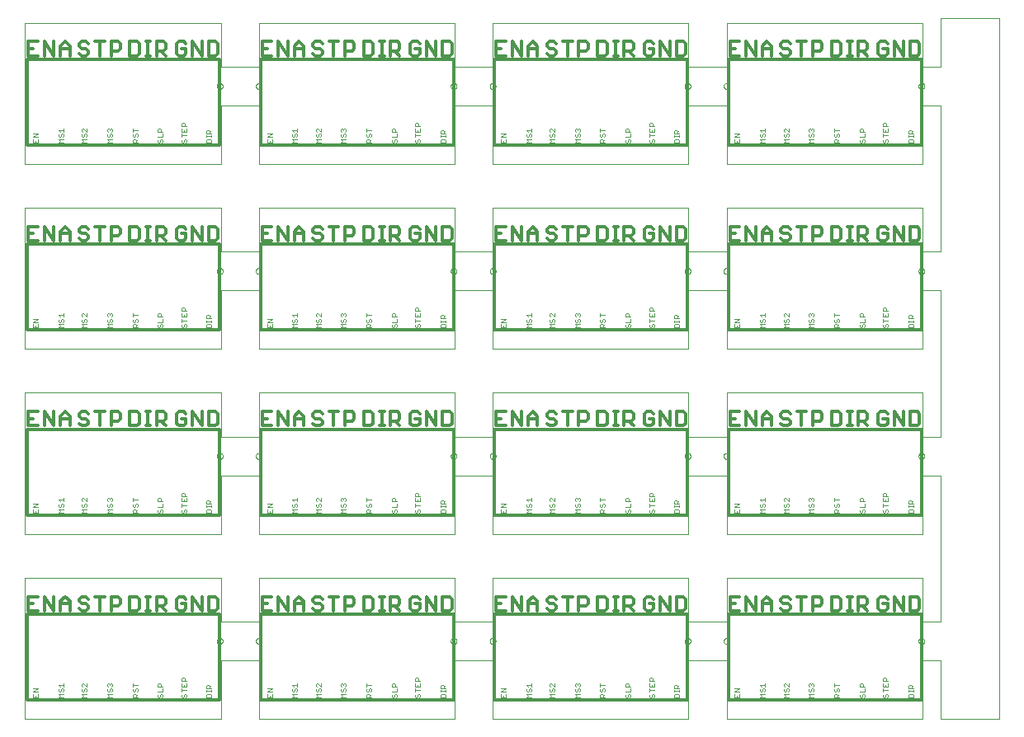
<source format=gto>
G75*
%MOIN*%
%OFA0B0*%
%FSLAX25Y25*%
%IPPOS*%
%LPD*%
%AMOC8*
5,1,8,0,0,1.08239X$1,22.5*
%
%ADD10C,0.01300*%
%ADD11C,0.01200*%
%ADD12C,0.00400*%
%ADD13C,0.00394*%
%ADD14C,0.00000*%
D10*
X0003983Y0045346D02*
X0007787Y0045346D01*
X0010429Y0045346D02*
X0010429Y0051051D01*
X0014232Y0045346D01*
X0014232Y0051051D01*
X0016874Y0049149D02*
X0018776Y0051051D01*
X0020678Y0049149D01*
X0020678Y0045346D01*
X0020678Y0048198D02*
X0016874Y0048198D01*
X0016874Y0049149D02*
X0016874Y0045346D01*
X0024456Y0046296D02*
X0025407Y0045346D01*
X0027308Y0045346D01*
X0028259Y0046296D01*
X0028259Y0047247D01*
X0027308Y0048198D01*
X0025407Y0048198D01*
X0024456Y0049149D01*
X0024456Y0050100D01*
X0025407Y0051051D01*
X0027308Y0051051D01*
X0028259Y0050100D01*
X0030901Y0051051D02*
X0034705Y0051051D01*
X0032803Y0051051D02*
X0032803Y0045346D01*
X0037347Y0045346D02*
X0037347Y0051051D01*
X0040199Y0051051D01*
X0041150Y0050100D01*
X0041150Y0048198D01*
X0040199Y0047247D01*
X0037347Y0047247D01*
X0044928Y0045346D02*
X0047781Y0045346D01*
X0048731Y0046296D01*
X0048731Y0050100D01*
X0047781Y0051051D01*
X0044928Y0051051D01*
X0044928Y0045346D01*
X0051374Y0045346D02*
X0053275Y0045346D01*
X0052325Y0045346D02*
X0052325Y0051051D01*
X0053275Y0051051D02*
X0051374Y0051051D01*
X0055671Y0051051D02*
X0055671Y0045346D01*
X0055671Y0047247D02*
X0058523Y0047247D01*
X0059474Y0048198D01*
X0059474Y0050100D01*
X0058523Y0051051D01*
X0055671Y0051051D01*
X0057572Y0047247D02*
X0059474Y0045346D01*
X0063826Y0046296D02*
X0063826Y0050100D01*
X0064777Y0051051D01*
X0066678Y0051051D01*
X0067629Y0050100D01*
X0067629Y0048198D02*
X0065727Y0048198D01*
X0067629Y0048198D02*
X0067629Y0046296D01*
X0066678Y0045346D01*
X0064777Y0045346D01*
X0063826Y0046296D01*
X0070271Y0045346D02*
X0070271Y0051051D01*
X0074075Y0045346D01*
X0074075Y0051051D01*
X0076717Y0051051D02*
X0079569Y0051051D01*
X0080520Y0050100D01*
X0080520Y0046296D01*
X0079569Y0045346D01*
X0076717Y0045346D01*
X0076717Y0051051D01*
X0098472Y0051051D02*
X0098472Y0045346D01*
X0102275Y0045346D01*
X0104917Y0045346D02*
X0104917Y0051051D01*
X0108720Y0045346D01*
X0108720Y0051051D01*
X0111363Y0049149D02*
X0113264Y0051051D01*
X0115166Y0049149D01*
X0115166Y0045346D01*
X0115166Y0048198D02*
X0111363Y0048198D01*
X0111363Y0049149D02*
X0111363Y0045346D01*
X0118944Y0046296D02*
X0119895Y0045346D01*
X0121796Y0045346D01*
X0122747Y0046296D01*
X0122747Y0047247D01*
X0121796Y0048198D01*
X0119895Y0048198D01*
X0118944Y0049149D01*
X0118944Y0050100D01*
X0119895Y0051051D01*
X0121796Y0051051D01*
X0122747Y0050100D01*
X0125389Y0051051D02*
X0129193Y0051051D01*
X0127291Y0051051D02*
X0127291Y0045346D01*
X0131835Y0045346D02*
X0131835Y0051051D01*
X0134687Y0051051D01*
X0135638Y0050100D01*
X0135638Y0048198D01*
X0134687Y0047247D01*
X0131835Y0047247D01*
X0139416Y0045346D02*
X0142269Y0045346D01*
X0143220Y0046296D01*
X0143220Y0050100D01*
X0142269Y0051051D01*
X0139416Y0051051D01*
X0139416Y0045346D01*
X0145862Y0045346D02*
X0147764Y0045346D01*
X0146813Y0045346D02*
X0146813Y0051051D01*
X0145862Y0051051D02*
X0147764Y0051051D01*
X0150159Y0051051D02*
X0153011Y0051051D01*
X0153962Y0050100D01*
X0153962Y0048198D01*
X0153011Y0047247D01*
X0150159Y0047247D01*
X0150159Y0045346D02*
X0150159Y0051051D01*
X0152061Y0047247D02*
X0153962Y0045346D01*
X0158314Y0046296D02*
X0159265Y0045346D01*
X0161166Y0045346D01*
X0162117Y0046296D01*
X0162117Y0048198D01*
X0160216Y0048198D01*
X0162117Y0050100D02*
X0161166Y0051051D01*
X0159265Y0051051D01*
X0158314Y0050100D01*
X0158314Y0046296D01*
X0164760Y0045346D02*
X0164760Y0051051D01*
X0168563Y0045346D01*
X0168563Y0051051D01*
X0171205Y0051051D02*
X0174057Y0051051D01*
X0175008Y0050100D01*
X0175008Y0046296D01*
X0174057Y0045346D01*
X0171205Y0045346D01*
X0171205Y0051051D01*
X0192960Y0051051D02*
X0192960Y0045346D01*
X0196763Y0045346D01*
X0199405Y0045346D02*
X0199405Y0051051D01*
X0203208Y0045346D01*
X0203208Y0051051D01*
X0205851Y0049149D02*
X0207752Y0051051D01*
X0209654Y0049149D01*
X0209654Y0045346D01*
X0209654Y0048198D02*
X0205851Y0048198D01*
X0205851Y0049149D02*
X0205851Y0045346D01*
X0213432Y0046296D02*
X0214383Y0045346D01*
X0216285Y0045346D01*
X0217235Y0046296D01*
X0217235Y0047247D01*
X0216285Y0048198D01*
X0214383Y0048198D01*
X0213432Y0049149D01*
X0213432Y0050100D01*
X0214383Y0051051D01*
X0216285Y0051051D01*
X0217235Y0050100D01*
X0219878Y0051051D02*
X0223681Y0051051D01*
X0221779Y0051051D02*
X0221779Y0045346D01*
X0226323Y0045346D02*
X0226323Y0051051D01*
X0229176Y0051051D01*
X0230126Y0050100D01*
X0230126Y0048198D01*
X0229176Y0047247D01*
X0226323Y0047247D01*
X0233905Y0045346D02*
X0236757Y0045346D01*
X0237708Y0046296D01*
X0237708Y0050100D01*
X0236757Y0051051D01*
X0233905Y0051051D01*
X0233905Y0045346D01*
X0240350Y0045346D02*
X0242252Y0045346D01*
X0241301Y0045346D02*
X0241301Y0051051D01*
X0240350Y0051051D02*
X0242252Y0051051D01*
X0244647Y0051051D02*
X0247500Y0051051D01*
X0248450Y0050100D01*
X0248450Y0048198D01*
X0247500Y0047247D01*
X0244647Y0047247D01*
X0244647Y0045346D02*
X0244647Y0051051D01*
X0246549Y0047247D02*
X0248450Y0045346D01*
X0252802Y0046296D02*
X0253753Y0045346D01*
X0255655Y0045346D01*
X0256605Y0046296D01*
X0256605Y0048198D01*
X0254704Y0048198D01*
X0256605Y0050100D02*
X0255655Y0051051D01*
X0253753Y0051051D01*
X0252802Y0050100D01*
X0252802Y0046296D01*
X0259248Y0045346D02*
X0259248Y0051051D01*
X0263051Y0045346D01*
X0263051Y0051051D01*
X0265693Y0051051D02*
X0268546Y0051051D01*
X0269496Y0050100D01*
X0269496Y0046296D01*
X0268546Y0045346D01*
X0265693Y0045346D01*
X0265693Y0051051D01*
X0287448Y0051051D02*
X0287448Y0045346D01*
X0291251Y0045346D01*
X0293893Y0045346D02*
X0293893Y0051051D01*
X0297697Y0045346D01*
X0297697Y0051051D01*
X0300339Y0049149D02*
X0302241Y0051051D01*
X0304142Y0049149D01*
X0304142Y0045346D01*
X0304142Y0048198D02*
X0300339Y0048198D01*
X0300339Y0049149D02*
X0300339Y0045346D01*
X0307920Y0046296D02*
X0308871Y0045346D01*
X0310773Y0045346D01*
X0311724Y0046296D01*
X0311724Y0047247D01*
X0310773Y0048198D01*
X0308871Y0048198D01*
X0307920Y0049149D01*
X0307920Y0050100D01*
X0308871Y0051051D01*
X0310773Y0051051D01*
X0311724Y0050100D01*
X0314366Y0051051D02*
X0318169Y0051051D01*
X0316267Y0051051D02*
X0316267Y0045346D01*
X0320811Y0045346D02*
X0320811Y0051051D01*
X0323664Y0051051D01*
X0324615Y0050100D01*
X0324615Y0048198D01*
X0323664Y0047247D01*
X0320811Y0047247D01*
X0328393Y0045346D02*
X0331245Y0045346D01*
X0332196Y0046296D01*
X0332196Y0050100D01*
X0331245Y0051051D01*
X0328393Y0051051D01*
X0328393Y0045346D01*
X0334838Y0045346D02*
X0336740Y0045346D01*
X0335789Y0045346D02*
X0335789Y0051051D01*
X0334838Y0051051D02*
X0336740Y0051051D01*
X0339135Y0051051D02*
X0341988Y0051051D01*
X0342939Y0050100D01*
X0342939Y0048198D01*
X0341988Y0047247D01*
X0339135Y0047247D01*
X0339135Y0045346D02*
X0339135Y0051051D01*
X0341037Y0047247D02*
X0342939Y0045346D01*
X0347290Y0046296D02*
X0348241Y0045346D01*
X0350143Y0045346D01*
X0351094Y0046296D01*
X0351094Y0048198D01*
X0349192Y0048198D01*
X0347290Y0050100D02*
X0347290Y0046296D01*
X0347290Y0050100D02*
X0348241Y0051051D01*
X0350143Y0051051D01*
X0351094Y0050100D01*
X0353736Y0051051D02*
X0357539Y0045346D01*
X0357539Y0051051D01*
X0360181Y0051051D02*
X0363034Y0051051D01*
X0363985Y0050100D01*
X0363985Y0046296D01*
X0363034Y0045346D01*
X0360181Y0045346D01*
X0360181Y0051051D01*
X0353736Y0051051D02*
X0353736Y0045346D01*
X0291251Y0051051D02*
X0287448Y0051051D01*
X0287448Y0048198D02*
X0289350Y0048198D01*
X0196763Y0051051D02*
X0192960Y0051051D01*
X0192960Y0048198D02*
X0194861Y0048198D01*
X0102275Y0051051D02*
X0098472Y0051051D01*
X0098472Y0048198D02*
X0100373Y0048198D01*
X0007787Y0051051D02*
X0003983Y0051051D01*
X0003983Y0045346D01*
X0003983Y0048198D02*
X0005885Y0048198D01*
X0003983Y0120149D02*
X0007787Y0120149D01*
X0010429Y0120149D02*
X0010429Y0125854D01*
X0014232Y0120149D01*
X0014232Y0125854D01*
X0016874Y0123952D02*
X0018776Y0125854D01*
X0020678Y0123952D01*
X0020678Y0120149D01*
X0020678Y0123001D02*
X0016874Y0123001D01*
X0016874Y0123952D02*
X0016874Y0120149D01*
X0024456Y0121100D02*
X0025407Y0120149D01*
X0027308Y0120149D01*
X0028259Y0121100D01*
X0028259Y0122050D01*
X0027308Y0123001D01*
X0025407Y0123001D01*
X0024456Y0123952D01*
X0024456Y0124903D01*
X0025407Y0125854D01*
X0027308Y0125854D01*
X0028259Y0124903D01*
X0030901Y0125854D02*
X0034705Y0125854D01*
X0032803Y0125854D02*
X0032803Y0120149D01*
X0037347Y0120149D02*
X0037347Y0125854D01*
X0040199Y0125854D01*
X0041150Y0124903D01*
X0041150Y0123001D01*
X0040199Y0122050D01*
X0037347Y0122050D01*
X0044928Y0120149D02*
X0047781Y0120149D01*
X0048731Y0121100D01*
X0048731Y0124903D01*
X0047781Y0125854D01*
X0044928Y0125854D01*
X0044928Y0120149D01*
X0051374Y0120149D02*
X0053275Y0120149D01*
X0052325Y0120149D02*
X0052325Y0125854D01*
X0053275Y0125854D02*
X0051374Y0125854D01*
X0055671Y0125854D02*
X0055671Y0120149D01*
X0055671Y0122050D02*
X0058523Y0122050D01*
X0059474Y0123001D01*
X0059474Y0124903D01*
X0058523Y0125854D01*
X0055671Y0125854D01*
X0057572Y0122050D02*
X0059474Y0120149D01*
X0063826Y0121100D02*
X0063826Y0124903D01*
X0064777Y0125854D01*
X0066678Y0125854D01*
X0067629Y0124903D01*
X0067629Y0123001D02*
X0065727Y0123001D01*
X0067629Y0123001D02*
X0067629Y0121100D01*
X0066678Y0120149D01*
X0064777Y0120149D01*
X0063826Y0121100D01*
X0070271Y0120149D02*
X0070271Y0125854D01*
X0074075Y0120149D01*
X0074075Y0125854D01*
X0076717Y0125854D02*
X0079569Y0125854D01*
X0080520Y0124903D01*
X0080520Y0121100D01*
X0079569Y0120149D01*
X0076717Y0120149D01*
X0076717Y0125854D01*
X0098472Y0125854D02*
X0098472Y0120149D01*
X0102275Y0120149D01*
X0104917Y0120149D02*
X0104917Y0125854D01*
X0108720Y0120149D01*
X0108720Y0125854D01*
X0111363Y0123952D02*
X0113264Y0125854D01*
X0115166Y0123952D01*
X0115166Y0120149D01*
X0115166Y0123001D02*
X0111363Y0123001D01*
X0111363Y0123952D02*
X0111363Y0120149D01*
X0118944Y0121100D02*
X0119895Y0120149D01*
X0121796Y0120149D01*
X0122747Y0121100D01*
X0122747Y0122050D01*
X0121796Y0123001D01*
X0119895Y0123001D01*
X0118944Y0123952D01*
X0118944Y0124903D01*
X0119895Y0125854D01*
X0121796Y0125854D01*
X0122747Y0124903D01*
X0125389Y0125854D02*
X0129193Y0125854D01*
X0127291Y0125854D02*
X0127291Y0120149D01*
X0131835Y0120149D02*
X0131835Y0125854D01*
X0134687Y0125854D01*
X0135638Y0124903D01*
X0135638Y0123001D01*
X0134687Y0122050D01*
X0131835Y0122050D01*
X0139416Y0120149D02*
X0142269Y0120149D01*
X0143220Y0121100D01*
X0143220Y0124903D01*
X0142269Y0125854D01*
X0139416Y0125854D01*
X0139416Y0120149D01*
X0145862Y0120149D02*
X0147764Y0120149D01*
X0146813Y0120149D02*
X0146813Y0125854D01*
X0145862Y0125854D02*
X0147764Y0125854D01*
X0150159Y0125854D02*
X0153011Y0125854D01*
X0153962Y0124903D01*
X0153962Y0123001D01*
X0153011Y0122050D01*
X0150159Y0122050D01*
X0150159Y0120149D02*
X0150159Y0125854D01*
X0152061Y0122050D02*
X0153962Y0120149D01*
X0158314Y0121100D02*
X0159265Y0120149D01*
X0161166Y0120149D01*
X0162117Y0121100D01*
X0162117Y0123001D01*
X0160216Y0123001D01*
X0162117Y0124903D02*
X0161166Y0125854D01*
X0159265Y0125854D01*
X0158314Y0124903D01*
X0158314Y0121100D01*
X0164760Y0120149D02*
X0164760Y0125854D01*
X0168563Y0120149D01*
X0168563Y0125854D01*
X0171205Y0125854D02*
X0174057Y0125854D01*
X0175008Y0124903D01*
X0175008Y0121100D01*
X0174057Y0120149D01*
X0171205Y0120149D01*
X0171205Y0125854D01*
X0192960Y0125854D02*
X0192960Y0120149D01*
X0196763Y0120149D01*
X0199405Y0120149D02*
X0199405Y0125854D01*
X0203208Y0120149D01*
X0203208Y0125854D01*
X0205851Y0123952D02*
X0207752Y0125854D01*
X0209654Y0123952D01*
X0209654Y0120149D01*
X0209654Y0123001D02*
X0205851Y0123001D01*
X0205851Y0123952D02*
X0205851Y0120149D01*
X0213432Y0121100D02*
X0214383Y0120149D01*
X0216285Y0120149D01*
X0217235Y0121100D01*
X0217235Y0122050D01*
X0216285Y0123001D01*
X0214383Y0123001D01*
X0213432Y0123952D01*
X0213432Y0124903D01*
X0214383Y0125854D01*
X0216285Y0125854D01*
X0217235Y0124903D01*
X0219878Y0125854D02*
X0223681Y0125854D01*
X0221779Y0125854D02*
X0221779Y0120149D01*
X0226323Y0120149D02*
X0226323Y0125854D01*
X0229176Y0125854D01*
X0230126Y0124903D01*
X0230126Y0123001D01*
X0229176Y0122050D01*
X0226323Y0122050D01*
X0233905Y0120149D02*
X0236757Y0120149D01*
X0237708Y0121100D01*
X0237708Y0124903D01*
X0236757Y0125854D01*
X0233905Y0125854D01*
X0233905Y0120149D01*
X0240350Y0120149D02*
X0242252Y0120149D01*
X0241301Y0120149D02*
X0241301Y0125854D01*
X0240350Y0125854D02*
X0242252Y0125854D01*
X0244647Y0125854D02*
X0247500Y0125854D01*
X0248450Y0124903D01*
X0248450Y0123001D01*
X0247500Y0122050D01*
X0244647Y0122050D01*
X0244647Y0120149D02*
X0244647Y0125854D01*
X0246549Y0122050D02*
X0248450Y0120149D01*
X0252802Y0121100D02*
X0253753Y0120149D01*
X0255655Y0120149D01*
X0256605Y0121100D01*
X0256605Y0123001D01*
X0254704Y0123001D01*
X0252802Y0124903D02*
X0252802Y0121100D01*
X0252802Y0124903D02*
X0253753Y0125854D01*
X0255655Y0125854D01*
X0256605Y0124903D01*
X0259248Y0125854D02*
X0263051Y0120149D01*
X0263051Y0125854D01*
X0265693Y0125854D02*
X0268546Y0125854D01*
X0269496Y0124903D01*
X0269496Y0121100D01*
X0268546Y0120149D01*
X0265693Y0120149D01*
X0265693Y0125854D01*
X0259248Y0125854D02*
X0259248Y0120149D01*
X0287448Y0120149D02*
X0291251Y0120149D01*
X0293893Y0120149D02*
X0293893Y0125854D01*
X0297697Y0120149D01*
X0297697Y0125854D01*
X0300339Y0123952D02*
X0302241Y0125854D01*
X0304142Y0123952D01*
X0304142Y0120149D01*
X0304142Y0123001D02*
X0300339Y0123001D01*
X0300339Y0123952D02*
X0300339Y0120149D01*
X0307920Y0121100D02*
X0308871Y0120149D01*
X0310773Y0120149D01*
X0311724Y0121100D01*
X0311724Y0122050D01*
X0310773Y0123001D01*
X0308871Y0123001D01*
X0307920Y0123952D01*
X0307920Y0124903D01*
X0308871Y0125854D01*
X0310773Y0125854D01*
X0311724Y0124903D01*
X0314366Y0125854D02*
X0318169Y0125854D01*
X0316267Y0125854D02*
X0316267Y0120149D01*
X0320811Y0120149D02*
X0320811Y0125854D01*
X0323664Y0125854D01*
X0324615Y0124903D01*
X0324615Y0123001D01*
X0323664Y0122050D01*
X0320811Y0122050D01*
X0328393Y0120149D02*
X0331245Y0120149D01*
X0332196Y0121100D01*
X0332196Y0124903D01*
X0331245Y0125854D01*
X0328393Y0125854D01*
X0328393Y0120149D01*
X0334838Y0120149D02*
X0336740Y0120149D01*
X0335789Y0120149D02*
X0335789Y0125854D01*
X0334838Y0125854D02*
X0336740Y0125854D01*
X0339135Y0125854D02*
X0341988Y0125854D01*
X0342939Y0124903D01*
X0342939Y0123001D01*
X0341988Y0122050D01*
X0339135Y0122050D01*
X0339135Y0120149D02*
X0339135Y0125854D01*
X0341037Y0122050D02*
X0342939Y0120149D01*
X0347290Y0121100D02*
X0348241Y0120149D01*
X0350143Y0120149D01*
X0351094Y0121100D01*
X0351094Y0123001D01*
X0349192Y0123001D01*
X0347290Y0124903D02*
X0347290Y0121100D01*
X0347290Y0124903D02*
X0348241Y0125854D01*
X0350143Y0125854D01*
X0351094Y0124903D01*
X0353736Y0125854D02*
X0357539Y0120149D01*
X0357539Y0125854D01*
X0360181Y0125854D02*
X0363034Y0125854D01*
X0363985Y0124903D01*
X0363985Y0121100D01*
X0363034Y0120149D01*
X0360181Y0120149D01*
X0360181Y0125854D01*
X0353736Y0125854D02*
X0353736Y0120149D01*
X0291251Y0125854D02*
X0287448Y0125854D01*
X0287448Y0120149D01*
X0287448Y0123001D02*
X0289350Y0123001D01*
X0196763Y0125854D02*
X0192960Y0125854D01*
X0192960Y0123001D02*
X0194861Y0123001D01*
X0102275Y0125854D02*
X0098472Y0125854D01*
X0098472Y0123001D02*
X0100373Y0123001D01*
X0007787Y0125854D02*
X0003983Y0125854D01*
X0003983Y0120149D01*
X0003983Y0123001D02*
X0005885Y0123001D01*
X0003983Y0194952D02*
X0007787Y0194952D01*
X0010429Y0194952D02*
X0010429Y0200657D01*
X0014232Y0194952D01*
X0014232Y0200657D01*
X0016874Y0198755D02*
X0018776Y0200657D01*
X0020678Y0198755D01*
X0020678Y0194952D01*
X0020678Y0197804D02*
X0016874Y0197804D01*
X0016874Y0198755D02*
X0016874Y0194952D01*
X0024456Y0195903D02*
X0025407Y0194952D01*
X0027308Y0194952D01*
X0028259Y0195903D01*
X0028259Y0196854D01*
X0027308Y0197804D01*
X0025407Y0197804D01*
X0024456Y0198755D01*
X0024456Y0199706D01*
X0025407Y0200657D01*
X0027308Y0200657D01*
X0028259Y0199706D01*
X0030901Y0200657D02*
X0034705Y0200657D01*
X0032803Y0200657D02*
X0032803Y0194952D01*
X0037347Y0194952D02*
X0037347Y0200657D01*
X0040199Y0200657D01*
X0041150Y0199706D01*
X0041150Y0197804D01*
X0040199Y0196854D01*
X0037347Y0196854D01*
X0044928Y0194952D02*
X0044928Y0200657D01*
X0047781Y0200657D01*
X0048731Y0199706D01*
X0048731Y0195903D01*
X0047781Y0194952D01*
X0044928Y0194952D01*
X0051374Y0194952D02*
X0053275Y0194952D01*
X0052325Y0194952D02*
X0052325Y0200657D01*
X0053275Y0200657D02*
X0051374Y0200657D01*
X0055671Y0200657D02*
X0055671Y0194952D01*
X0055671Y0196854D02*
X0058523Y0196854D01*
X0059474Y0197804D01*
X0059474Y0199706D01*
X0058523Y0200657D01*
X0055671Y0200657D01*
X0057572Y0196854D02*
X0059474Y0194952D01*
X0063826Y0195903D02*
X0064777Y0194952D01*
X0066678Y0194952D01*
X0067629Y0195903D01*
X0067629Y0197804D01*
X0065727Y0197804D01*
X0063826Y0195903D02*
X0063826Y0199706D01*
X0064777Y0200657D01*
X0066678Y0200657D01*
X0067629Y0199706D01*
X0070271Y0200657D02*
X0070271Y0194952D01*
X0074075Y0194952D02*
X0074075Y0200657D01*
X0076717Y0200657D02*
X0079569Y0200657D01*
X0080520Y0199706D01*
X0080520Y0195903D01*
X0079569Y0194952D01*
X0076717Y0194952D01*
X0076717Y0200657D01*
X0074075Y0194952D02*
X0070271Y0200657D01*
X0098472Y0200657D02*
X0098472Y0194952D01*
X0102275Y0194952D01*
X0104917Y0194952D02*
X0104917Y0200657D01*
X0108720Y0194952D01*
X0108720Y0200657D01*
X0111363Y0198755D02*
X0113264Y0200657D01*
X0115166Y0198755D01*
X0115166Y0194952D01*
X0115166Y0197804D02*
X0111363Y0197804D01*
X0111363Y0198755D02*
X0111363Y0194952D01*
X0118944Y0195903D02*
X0119895Y0194952D01*
X0121796Y0194952D01*
X0122747Y0195903D01*
X0122747Y0196854D01*
X0121796Y0197804D01*
X0119895Y0197804D01*
X0118944Y0198755D01*
X0118944Y0199706D01*
X0119895Y0200657D01*
X0121796Y0200657D01*
X0122747Y0199706D01*
X0125389Y0200657D02*
X0129193Y0200657D01*
X0127291Y0200657D02*
X0127291Y0194952D01*
X0131835Y0194952D02*
X0131835Y0200657D01*
X0134687Y0200657D01*
X0135638Y0199706D01*
X0135638Y0197804D01*
X0134687Y0196854D01*
X0131835Y0196854D01*
X0139416Y0194952D02*
X0139416Y0200657D01*
X0142269Y0200657D01*
X0143220Y0199706D01*
X0143220Y0195903D01*
X0142269Y0194952D01*
X0139416Y0194952D01*
X0145862Y0194952D02*
X0147764Y0194952D01*
X0146813Y0194952D02*
X0146813Y0200657D01*
X0145862Y0200657D02*
X0147764Y0200657D01*
X0150159Y0200657D02*
X0153011Y0200657D01*
X0153962Y0199706D01*
X0153962Y0197804D01*
X0153011Y0196854D01*
X0150159Y0196854D01*
X0152061Y0196854D02*
X0153962Y0194952D01*
X0150159Y0194952D02*
X0150159Y0200657D01*
X0158314Y0199706D02*
X0158314Y0195903D01*
X0159265Y0194952D01*
X0161166Y0194952D01*
X0162117Y0195903D01*
X0162117Y0197804D01*
X0160216Y0197804D01*
X0162117Y0199706D02*
X0161166Y0200657D01*
X0159265Y0200657D01*
X0158314Y0199706D01*
X0164760Y0200657D02*
X0164760Y0194952D01*
X0168563Y0194952D02*
X0168563Y0200657D01*
X0171205Y0200657D02*
X0174057Y0200657D01*
X0175008Y0199706D01*
X0175008Y0195903D01*
X0174057Y0194952D01*
X0171205Y0194952D01*
X0171205Y0200657D01*
X0168563Y0194952D02*
X0164760Y0200657D01*
X0192960Y0200657D02*
X0192960Y0194952D01*
X0196763Y0194952D01*
X0199405Y0194952D02*
X0199405Y0200657D01*
X0203208Y0194952D01*
X0203208Y0200657D01*
X0205851Y0198755D02*
X0207752Y0200657D01*
X0209654Y0198755D01*
X0209654Y0194952D01*
X0209654Y0197804D02*
X0205851Y0197804D01*
X0205851Y0198755D02*
X0205851Y0194952D01*
X0213432Y0195903D02*
X0214383Y0194952D01*
X0216285Y0194952D01*
X0217235Y0195903D01*
X0217235Y0196854D01*
X0216285Y0197804D01*
X0214383Y0197804D01*
X0213432Y0198755D01*
X0213432Y0199706D01*
X0214383Y0200657D01*
X0216285Y0200657D01*
X0217235Y0199706D01*
X0219878Y0200657D02*
X0223681Y0200657D01*
X0221779Y0200657D02*
X0221779Y0194952D01*
X0226323Y0194952D02*
X0226323Y0200657D01*
X0229176Y0200657D01*
X0230126Y0199706D01*
X0230126Y0197804D01*
X0229176Y0196854D01*
X0226323Y0196854D01*
X0233905Y0194952D02*
X0233905Y0200657D01*
X0236757Y0200657D01*
X0237708Y0199706D01*
X0237708Y0195903D01*
X0236757Y0194952D01*
X0233905Y0194952D01*
X0240350Y0194952D02*
X0242252Y0194952D01*
X0241301Y0194952D02*
X0241301Y0200657D01*
X0240350Y0200657D02*
X0242252Y0200657D01*
X0244647Y0200657D02*
X0247500Y0200657D01*
X0248450Y0199706D01*
X0248450Y0197804D01*
X0247500Y0196854D01*
X0244647Y0196854D01*
X0246549Y0196854D02*
X0248450Y0194952D01*
X0244647Y0194952D02*
X0244647Y0200657D01*
X0252802Y0199706D02*
X0252802Y0195903D01*
X0253753Y0194952D01*
X0255655Y0194952D01*
X0256605Y0195903D01*
X0256605Y0197804D01*
X0254704Y0197804D01*
X0256605Y0199706D02*
X0255655Y0200657D01*
X0253753Y0200657D01*
X0252802Y0199706D01*
X0259248Y0200657D02*
X0259248Y0194952D01*
X0263051Y0194952D02*
X0263051Y0200657D01*
X0265693Y0200657D02*
X0268546Y0200657D01*
X0269496Y0199706D01*
X0269496Y0195903D01*
X0268546Y0194952D01*
X0265693Y0194952D01*
X0265693Y0200657D01*
X0263051Y0194952D02*
X0259248Y0200657D01*
X0287448Y0200657D02*
X0287448Y0194952D01*
X0291251Y0194952D01*
X0293893Y0194952D02*
X0293893Y0200657D01*
X0297697Y0194952D01*
X0297697Y0200657D01*
X0300339Y0198755D02*
X0302241Y0200657D01*
X0304142Y0198755D01*
X0304142Y0194952D01*
X0304142Y0197804D02*
X0300339Y0197804D01*
X0300339Y0198755D02*
X0300339Y0194952D01*
X0307920Y0195903D02*
X0308871Y0194952D01*
X0310773Y0194952D01*
X0311724Y0195903D01*
X0311724Y0196854D01*
X0310773Y0197804D01*
X0308871Y0197804D01*
X0307920Y0198755D01*
X0307920Y0199706D01*
X0308871Y0200657D01*
X0310773Y0200657D01*
X0311724Y0199706D01*
X0314366Y0200657D02*
X0318169Y0200657D01*
X0316267Y0200657D02*
X0316267Y0194952D01*
X0320811Y0194952D02*
X0320811Y0200657D01*
X0323664Y0200657D01*
X0324615Y0199706D01*
X0324615Y0197804D01*
X0323664Y0196854D01*
X0320811Y0196854D01*
X0328393Y0194952D02*
X0328393Y0200657D01*
X0331245Y0200657D01*
X0332196Y0199706D01*
X0332196Y0195903D01*
X0331245Y0194952D01*
X0328393Y0194952D01*
X0334838Y0194952D02*
X0336740Y0194952D01*
X0335789Y0194952D02*
X0335789Y0200657D01*
X0334838Y0200657D02*
X0336740Y0200657D01*
X0339135Y0200657D02*
X0341988Y0200657D01*
X0342939Y0199706D01*
X0342939Y0197804D01*
X0341988Y0196854D01*
X0339135Y0196854D01*
X0341037Y0196854D02*
X0342939Y0194952D01*
X0339135Y0194952D02*
X0339135Y0200657D01*
X0347290Y0199706D02*
X0347290Y0195903D01*
X0348241Y0194952D01*
X0350143Y0194952D01*
X0351094Y0195903D01*
X0351094Y0197804D01*
X0349192Y0197804D01*
X0347290Y0199706D02*
X0348241Y0200657D01*
X0350143Y0200657D01*
X0351094Y0199706D01*
X0353736Y0200657D02*
X0357539Y0194952D01*
X0357539Y0200657D01*
X0360181Y0200657D02*
X0363034Y0200657D01*
X0363985Y0199706D01*
X0363985Y0195903D01*
X0363034Y0194952D01*
X0360181Y0194952D01*
X0360181Y0200657D01*
X0353736Y0200657D02*
X0353736Y0194952D01*
X0291251Y0200657D02*
X0287448Y0200657D01*
X0287448Y0197804D02*
X0289350Y0197804D01*
X0196763Y0200657D02*
X0192960Y0200657D01*
X0192960Y0197804D02*
X0194861Y0197804D01*
X0102275Y0200657D02*
X0098472Y0200657D01*
X0098472Y0197804D02*
X0100373Y0197804D01*
X0007787Y0200657D02*
X0003983Y0200657D01*
X0003983Y0194952D01*
X0003983Y0197804D02*
X0005885Y0197804D01*
X0003983Y0269755D02*
X0007787Y0269755D01*
X0010429Y0269755D02*
X0010429Y0275460D01*
X0014232Y0269755D01*
X0014232Y0275460D01*
X0016874Y0273558D02*
X0018776Y0275460D01*
X0020678Y0273558D01*
X0020678Y0269755D01*
X0020678Y0272608D02*
X0016874Y0272608D01*
X0016874Y0273558D02*
X0016874Y0269755D01*
X0024456Y0270706D02*
X0025407Y0269755D01*
X0027308Y0269755D01*
X0028259Y0270706D01*
X0028259Y0271657D01*
X0027308Y0272608D01*
X0025407Y0272608D01*
X0024456Y0273558D01*
X0024456Y0274509D01*
X0025407Y0275460D01*
X0027308Y0275460D01*
X0028259Y0274509D01*
X0030901Y0275460D02*
X0034705Y0275460D01*
X0032803Y0275460D02*
X0032803Y0269755D01*
X0037347Y0269755D02*
X0037347Y0275460D01*
X0040199Y0275460D01*
X0041150Y0274509D01*
X0041150Y0272608D01*
X0040199Y0271657D01*
X0037347Y0271657D01*
X0044928Y0269755D02*
X0044928Y0275460D01*
X0047781Y0275460D01*
X0048731Y0274509D01*
X0048731Y0270706D01*
X0047781Y0269755D01*
X0044928Y0269755D01*
X0051374Y0269755D02*
X0053275Y0269755D01*
X0052325Y0269755D02*
X0052325Y0275460D01*
X0053275Y0275460D02*
X0051374Y0275460D01*
X0055671Y0275460D02*
X0055671Y0269755D01*
X0055671Y0271657D02*
X0058523Y0271657D01*
X0059474Y0272608D01*
X0059474Y0274509D01*
X0058523Y0275460D01*
X0055671Y0275460D01*
X0057572Y0271657D02*
X0059474Y0269755D01*
X0063826Y0270706D02*
X0064777Y0269755D01*
X0066678Y0269755D01*
X0067629Y0270706D01*
X0067629Y0272608D01*
X0065727Y0272608D01*
X0063826Y0274509D02*
X0063826Y0270706D01*
X0063826Y0274509D02*
X0064777Y0275460D01*
X0066678Y0275460D01*
X0067629Y0274509D01*
X0070271Y0275460D02*
X0070271Y0269755D01*
X0074075Y0269755D02*
X0074075Y0275460D01*
X0076717Y0275460D02*
X0079569Y0275460D01*
X0080520Y0274509D01*
X0080520Y0270706D01*
X0079569Y0269755D01*
X0076717Y0269755D01*
X0076717Y0275460D01*
X0074075Y0269755D02*
X0070271Y0275460D01*
X0098472Y0275460D02*
X0098472Y0269755D01*
X0102275Y0269755D01*
X0104917Y0269755D02*
X0104917Y0275460D01*
X0108720Y0269755D01*
X0108720Y0275460D01*
X0111363Y0273558D02*
X0113264Y0275460D01*
X0115166Y0273558D01*
X0115166Y0269755D01*
X0115166Y0272608D02*
X0111363Y0272608D01*
X0111363Y0273558D02*
X0111363Y0269755D01*
X0118944Y0270706D02*
X0119895Y0269755D01*
X0121796Y0269755D01*
X0122747Y0270706D01*
X0122747Y0271657D01*
X0121796Y0272608D01*
X0119895Y0272608D01*
X0118944Y0273558D01*
X0118944Y0274509D01*
X0119895Y0275460D01*
X0121796Y0275460D01*
X0122747Y0274509D01*
X0125389Y0275460D02*
X0129193Y0275460D01*
X0127291Y0275460D02*
X0127291Y0269755D01*
X0131835Y0269755D02*
X0131835Y0275460D01*
X0134687Y0275460D01*
X0135638Y0274509D01*
X0135638Y0272608D01*
X0134687Y0271657D01*
X0131835Y0271657D01*
X0139416Y0269755D02*
X0139416Y0275460D01*
X0142269Y0275460D01*
X0143220Y0274509D01*
X0143220Y0270706D01*
X0142269Y0269755D01*
X0139416Y0269755D01*
X0145862Y0269755D02*
X0147764Y0269755D01*
X0146813Y0269755D02*
X0146813Y0275460D01*
X0145862Y0275460D02*
X0147764Y0275460D01*
X0150159Y0275460D02*
X0153011Y0275460D01*
X0153962Y0274509D01*
X0153962Y0272608D01*
X0153011Y0271657D01*
X0150159Y0271657D01*
X0152061Y0271657D02*
X0153962Y0269755D01*
X0150159Y0269755D02*
X0150159Y0275460D01*
X0158314Y0274509D02*
X0158314Y0270706D01*
X0159265Y0269755D01*
X0161166Y0269755D01*
X0162117Y0270706D01*
X0162117Y0272608D01*
X0160216Y0272608D01*
X0162117Y0274509D02*
X0161166Y0275460D01*
X0159265Y0275460D01*
X0158314Y0274509D01*
X0164760Y0275460D02*
X0164760Y0269755D01*
X0168563Y0269755D02*
X0168563Y0275460D01*
X0171205Y0275460D02*
X0174057Y0275460D01*
X0175008Y0274509D01*
X0175008Y0270706D01*
X0174057Y0269755D01*
X0171205Y0269755D01*
X0171205Y0275460D01*
X0168563Y0269755D02*
X0164760Y0275460D01*
X0192960Y0275460D02*
X0192960Y0269755D01*
X0196763Y0269755D01*
X0199405Y0269755D02*
X0199405Y0275460D01*
X0203208Y0269755D01*
X0203208Y0275460D01*
X0205851Y0273558D02*
X0207752Y0275460D01*
X0209654Y0273558D01*
X0209654Y0269755D01*
X0209654Y0272608D02*
X0205851Y0272608D01*
X0205851Y0273558D02*
X0205851Y0269755D01*
X0213432Y0270706D02*
X0214383Y0269755D01*
X0216285Y0269755D01*
X0217235Y0270706D01*
X0217235Y0271657D01*
X0216285Y0272608D01*
X0214383Y0272608D01*
X0213432Y0273558D01*
X0213432Y0274509D01*
X0214383Y0275460D01*
X0216285Y0275460D01*
X0217235Y0274509D01*
X0219878Y0275460D02*
X0223681Y0275460D01*
X0221779Y0275460D02*
X0221779Y0269755D01*
X0226323Y0269755D02*
X0226323Y0275460D01*
X0229176Y0275460D01*
X0230126Y0274509D01*
X0230126Y0272608D01*
X0229176Y0271657D01*
X0226323Y0271657D01*
X0233905Y0269755D02*
X0233905Y0275460D01*
X0236757Y0275460D01*
X0237708Y0274509D01*
X0237708Y0270706D01*
X0236757Y0269755D01*
X0233905Y0269755D01*
X0240350Y0269755D02*
X0242252Y0269755D01*
X0241301Y0269755D02*
X0241301Y0275460D01*
X0240350Y0275460D02*
X0242252Y0275460D01*
X0244647Y0275460D02*
X0247500Y0275460D01*
X0248450Y0274509D01*
X0248450Y0272608D01*
X0247500Y0271657D01*
X0244647Y0271657D01*
X0246549Y0271657D02*
X0248450Y0269755D01*
X0244647Y0269755D02*
X0244647Y0275460D01*
X0252802Y0274509D02*
X0252802Y0270706D01*
X0253753Y0269755D01*
X0255655Y0269755D01*
X0256605Y0270706D01*
X0256605Y0272608D01*
X0254704Y0272608D01*
X0256605Y0274509D02*
X0255655Y0275460D01*
X0253753Y0275460D01*
X0252802Y0274509D01*
X0259248Y0275460D02*
X0259248Y0269755D01*
X0263051Y0269755D02*
X0263051Y0275460D01*
X0265693Y0275460D02*
X0268546Y0275460D01*
X0269496Y0274509D01*
X0269496Y0270706D01*
X0268546Y0269755D01*
X0265693Y0269755D01*
X0265693Y0275460D01*
X0263051Y0269755D02*
X0259248Y0275460D01*
X0287448Y0275460D02*
X0287448Y0269755D01*
X0291251Y0269755D01*
X0293893Y0269755D02*
X0293893Y0275460D01*
X0297697Y0269755D01*
X0297697Y0275460D01*
X0300339Y0273558D02*
X0302241Y0275460D01*
X0304142Y0273558D01*
X0304142Y0269755D01*
X0304142Y0272608D02*
X0300339Y0272608D01*
X0300339Y0273558D02*
X0300339Y0269755D01*
X0307920Y0270706D02*
X0308871Y0269755D01*
X0310773Y0269755D01*
X0311724Y0270706D01*
X0311724Y0271657D01*
X0310773Y0272608D01*
X0308871Y0272608D01*
X0307920Y0273558D01*
X0307920Y0274509D01*
X0308871Y0275460D01*
X0310773Y0275460D01*
X0311724Y0274509D01*
X0314366Y0275460D02*
X0318169Y0275460D01*
X0316267Y0275460D02*
X0316267Y0269755D01*
X0320811Y0269755D02*
X0320811Y0275460D01*
X0323664Y0275460D01*
X0324615Y0274509D01*
X0324615Y0272608D01*
X0323664Y0271657D01*
X0320811Y0271657D01*
X0328393Y0269755D02*
X0328393Y0275460D01*
X0331245Y0275460D01*
X0332196Y0274509D01*
X0332196Y0270706D01*
X0331245Y0269755D01*
X0328393Y0269755D01*
X0334838Y0269755D02*
X0336740Y0269755D01*
X0335789Y0269755D02*
X0335789Y0275460D01*
X0334838Y0275460D02*
X0336740Y0275460D01*
X0339135Y0275460D02*
X0341988Y0275460D01*
X0342939Y0274509D01*
X0342939Y0272608D01*
X0341988Y0271657D01*
X0339135Y0271657D01*
X0339135Y0269755D02*
X0339135Y0275460D01*
X0341037Y0271657D02*
X0342939Y0269755D01*
X0347290Y0270706D02*
X0347290Y0274509D01*
X0348241Y0275460D01*
X0350143Y0275460D01*
X0351094Y0274509D01*
X0351094Y0272608D02*
X0349192Y0272608D01*
X0351094Y0272608D02*
X0351094Y0270706D01*
X0350143Y0269755D01*
X0348241Y0269755D01*
X0347290Y0270706D01*
X0353736Y0269755D02*
X0353736Y0275460D01*
X0357539Y0269755D01*
X0357539Y0275460D01*
X0360181Y0275460D02*
X0363034Y0275460D01*
X0363985Y0274509D01*
X0363985Y0270706D01*
X0363034Y0269755D01*
X0360181Y0269755D01*
X0360181Y0275460D01*
X0291251Y0275460D02*
X0287448Y0275460D01*
X0287448Y0272608D02*
X0289350Y0272608D01*
X0196763Y0275460D02*
X0192960Y0275460D01*
X0192960Y0272608D02*
X0194861Y0272608D01*
X0102275Y0275460D02*
X0098472Y0275460D01*
X0098472Y0272608D02*
X0100373Y0272608D01*
X0007787Y0275460D02*
X0003983Y0275460D01*
X0003983Y0269755D01*
X0003983Y0272608D02*
X0005885Y0272608D01*
D11*
X0003333Y0268318D02*
X0003333Y0233672D01*
X0081286Y0233672D01*
X0081286Y0268318D01*
X0003333Y0268318D01*
X0097822Y0268318D02*
X0097822Y0233672D01*
X0175774Y0233672D01*
X0175774Y0268318D01*
X0097822Y0268318D01*
X0192310Y0268318D02*
X0192310Y0233672D01*
X0270262Y0233672D01*
X0270262Y0268318D01*
X0192310Y0268318D01*
X0286798Y0268318D02*
X0286798Y0233672D01*
X0364751Y0233672D01*
X0364751Y0268318D01*
X0286798Y0268318D01*
X0286798Y0193515D02*
X0286798Y0158869D01*
X0364751Y0158869D01*
X0364751Y0193515D01*
X0286798Y0193515D01*
X0270262Y0193515D02*
X0270262Y0158869D01*
X0192310Y0158869D01*
X0192310Y0193515D01*
X0270262Y0193515D01*
X0175774Y0193515D02*
X0175774Y0158869D01*
X0097822Y0158869D01*
X0097822Y0193515D01*
X0175774Y0193515D01*
X0081286Y0193515D02*
X0081286Y0158869D01*
X0003333Y0158869D01*
X0003333Y0193515D01*
X0081286Y0193515D01*
X0081286Y0118711D02*
X0003333Y0118711D01*
X0003333Y0084066D01*
X0081286Y0084066D01*
X0081286Y0118711D01*
X0097822Y0118711D02*
X0097822Y0084066D01*
X0175774Y0084066D01*
X0175774Y0118711D01*
X0097822Y0118711D01*
X0192310Y0118711D02*
X0192310Y0084066D01*
X0270262Y0084066D01*
X0270262Y0118711D01*
X0192310Y0118711D01*
X0286798Y0118711D02*
X0286798Y0084066D01*
X0364751Y0084066D01*
X0364751Y0118711D01*
X0286798Y0118711D01*
X0286798Y0043908D02*
X0286798Y0009263D01*
X0364751Y0009263D01*
X0364751Y0043908D01*
X0286798Y0043908D01*
X0270262Y0043908D02*
X0270262Y0009263D01*
X0192310Y0009263D01*
X0192310Y0043908D01*
X0270262Y0043908D01*
X0175774Y0043908D02*
X0175774Y0009263D01*
X0097822Y0009263D01*
X0097822Y0043908D01*
X0175774Y0043908D01*
X0081286Y0043908D02*
X0081286Y0009263D01*
X0003333Y0009263D01*
X0003333Y0043908D01*
X0081286Y0043908D01*
D12*
X0066699Y0018214D02*
X0067033Y0017880D01*
X0067033Y0016880D01*
X0067700Y0016880D02*
X0065699Y0016880D01*
X0065699Y0017880D01*
X0066032Y0018214D01*
X0066699Y0018214D01*
X0065699Y0016004D02*
X0065699Y0014670D01*
X0067700Y0014670D01*
X0067700Y0016004D01*
X0066699Y0015337D02*
X0066699Y0014670D01*
X0065699Y0013794D02*
X0065699Y0012460D01*
X0065699Y0013127D02*
X0067700Y0013127D01*
X0067367Y0011584D02*
X0067700Y0011251D01*
X0067700Y0010584D01*
X0067367Y0010250D01*
X0066699Y0010584D02*
X0066699Y0011251D01*
X0067033Y0011584D01*
X0067367Y0011584D01*
X0066699Y0010584D02*
X0066366Y0010250D01*
X0066032Y0010250D01*
X0065699Y0010584D01*
X0065699Y0011251D01*
X0066032Y0011584D01*
X0058251Y0011251D02*
X0058251Y0010584D01*
X0057918Y0010250D01*
X0057251Y0010584D02*
X0057251Y0011251D01*
X0057584Y0011584D01*
X0057918Y0011584D01*
X0058251Y0011251D01*
X0057251Y0010584D02*
X0056917Y0010250D01*
X0056583Y0010250D01*
X0056250Y0010584D01*
X0056250Y0011251D01*
X0056583Y0011584D01*
X0056250Y0012460D02*
X0058251Y0012460D01*
X0058251Y0013794D01*
X0058251Y0014670D02*
X0056250Y0014670D01*
X0056250Y0015671D01*
X0056583Y0016004D01*
X0057251Y0016004D01*
X0057584Y0015671D01*
X0057584Y0014670D01*
X0048015Y0015337D02*
X0046014Y0015337D01*
X0046014Y0014670D02*
X0046014Y0016004D01*
X0046347Y0013794D02*
X0046014Y0013461D01*
X0046014Y0012793D01*
X0046347Y0012460D01*
X0046681Y0012460D01*
X0047014Y0012793D01*
X0047014Y0013461D01*
X0047348Y0013794D01*
X0047682Y0013794D01*
X0048015Y0013461D01*
X0048015Y0012793D01*
X0047682Y0012460D01*
X0048015Y0011584D02*
X0047348Y0010917D01*
X0047348Y0011251D02*
X0047348Y0010250D01*
X0048015Y0010250D02*
X0046014Y0010250D01*
X0046014Y0011251D01*
X0046347Y0011584D01*
X0047014Y0011584D01*
X0047348Y0011251D01*
X0037779Y0011584D02*
X0035777Y0011584D01*
X0036445Y0010917D01*
X0035777Y0010250D01*
X0037779Y0010250D01*
X0037445Y0012460D02*
X0037779Y0012793D01*
X0037779Y0013461D01*
X0037445Y0013794D01*
X0037112Y0013794D01*
X0036778Y0013461D01*
X0036778Y0012793D01*
X0036445Y0012460D01*
X0036111Y0012460D01*
X0035777Y0012793D01*
X0035777Y0013461D01*
X0036111Y0013794D01*
X0036111Y0014670D02*
X0035777Y0015003D01*
X0035777Y0015671D01*
X0036111Y0016004D01*
X0036445Y0016004D01*
X0036778Y0015671D01*
X0037112Y0016004D01*
X0037445Y0016004D01*
X0037779Y0015671D01*
X0037779Y0015003D01*
X0037445Y0014670D01*
X0036778Y0015337D02*
X0036778Y0015671D01*
X0027543Y0016004D02*
X0027543Y0014670D01*
X0026208Y0016004D01*
X0025875Y0016004D01*
X0025541Y0015671D01*
X0025541Y0015003D01*
X0025875Y0014670D01*
X0025875Y0013794D02*
X0025541Y0013461D01*
X0025541Y0012793D01*
X0025875Y0012460D01*
X0026208Y0012460D01*
X0026542Y0012793D01*
X0026542Y0013461D01*
X0026876Y0013794D01*
X0027209Y0013794D01*
X0027543Y0013461D01*
X0027543Y0012793D01*
X0027209Y0012460D01*
X0027543Y0011584D02*
X0025541Y0011584D01*
X0026208Y0010917D01*
X0025541Y0010250D01*
X0027543Y0010250D01*
X0018094Y0010250D02*
X0016092Y0010250D01*
X0016759Y0010917D01*
X0016092Y0011584D01*
X0018094Y0011584D01*
X0017760Y0012460D02*
X0018094Y0012793D01*
X0018094Y0013461D01*
X0017760Y0013794D01*
X0017427Y0013794D01*
X0017093Y0013461D01*
X0017093Y0012793D01*
X0016759Y0012460D01*
X0016426Y0012460D01*
X0016092Y0012793D01*
X0016092Y0013461D01*
X0016426Y0013794D01*
X0016759Y0014670D02*
X0016092Y0015337D01*
X0018094Y0015337D01*
X0018094Y0014670D02*
X0018094Y0016004D01*
X0007858Y0013794D02*
X0005856Y0013794D01*
X0005856Y0012460D02*
X0007858Y0013794D01*
X0007858Y0012460D02*
X0005856Y0012460D01*
X0005856Y0011584D02*
X0005856Y0010250D01*
X0007858Y0010250D01*
X0007858Y0011584D01*
X0006857Y0010917D02*
X0006857Y0010250D01*
X0075935Y0010250D02*
X0075935Y0011251D01*
X0076268Y0011584D01*
X0077603Y0011584D01*
X0077936Y0011251D01*
X0077936Y0010250D01*
X0075935Y0010250D01*
X0075935Y0012460D02*
X0075935Y0013127D01*
X0075935Y0012793D02*
X0077936Y0012793D01*
X0077936Y0012460D02*
X0077936Y0013127D01*
X0077936Y0013933D02*
X0075935Y0013933D01*
X0075935Y0014934D01*
X0076268Y0015268D01*
X0076936Y0015268D01*
X0077269Y0014934D01*
X0077269Y0013933D01*
X0077269Y0014600D02*
X0077936Y0015268D01*
X0100344Y0013794D02*
X0102346Y0013794D01*
X0100344Y0012460D01*
X0102346Y0012460D01*
X0102346Y0011584D02*
X0102346Y0010250D01*
X0100344Y0010250D01*
X0100344Y0011584D01*
X0101345Y0010917D02*
X0101345Y0010250D01*
X0110580Y0010250D02*
X0111248Y0010917D01*
X0110580Y0011584D01*
X0112582Y0011584D01*
X0112249Y0012460D02*
X0112582Y0012793D01*
X0112582Y0013461D01*
X0112249Y0013794D01*
X0111915Y0013794D01*
X0111581Y0013461D01*
X0111581Y0012793D01*
X0111248Y0012460D01*
X0110914Y0012460D01*
X0110580Y0012793D01*
X0110580Y0013461D01*
X0110914Y0013794D01*
X0111248Y0014670D02*
X0110580Y0015337D01*
X0112582Y0015337D01*
X0112582Y0014670D02*
X0112582Y0016004D01*
X0112582Y0010250D02*
X0110580Y0010250D01*
X0120029Y0010250D02*
X0120696Y0010917D01*
X0120029Y0011584D01*
X0122031Y0011584D01*
X0121697Y0012460D02*
X0122031Y0012793D01*
X0122031Y0013461D01*
X0121697Y0013794D01*
X0121364Y0013794D01*
X0121030Y0013461D01*
X0121030Y0012793D01*
X0120696Y0012460D01*
X0120363Y0012460D01*
X0120029Y0012793D01*
X0120029Y0013461D01*
X0120363Y0013794D01*
X0120363Y0014670D02*
X0120029Y0015003D01*
X0120029Y0015671D01*
X0120363Y0016004D01*
X0120696Y0016004D01*
X0122031Y0014670D01*
X0122031Y0016004D01*
X0122031Y0010250D02*
X0120029Y0010250D01*
X0130265Y0010250D02*
X0130933Y0010917D01*
X0130265Y0011584D01*
X0132267Y0011584D01*
X0131934Y0012460D02*
X0132267Y0012793D01*
X0132267Y0013461D01*
X0131934Y0013794D01*
X0131600Y0013794D01*
X0131266Y0013461D01*
X0131266Y0012793D01*
X0130933Y0012460D01*
X0130599Y0012460D01*
X0130265Y0012793D01*
X0130265Y0013461D01*
X0130599Y0013794D01*
X0130599Y0014670D02*
X0130265Y0015003D01*
X0130265Y0015671D01*
X0130599Y0016004D01*
X0130933Y0016004D01*
X0131266Y0015671D01*
X0131600Y0016004D01*
X0131934Y0016004D01*
X0132267Y0015671D01*
X0132267Y0015003D01*
X0131934Y0014670D01*
X0131266Y0015337D02*
X0131266Y0015671D01*
X0132267Y0010250D02*
X0130265Y0010250D01*
X0140502Y0010250D02*
X0140502Y0011251D01*
X0140835Y0011584D01*
X0141503Y0011584D01*
X0141836Y0011251D01*
X0141836Y0010250D01*
X0141836Y0010917D02*
X0142503Y0011584D01*
X0142170Y0012460D02*
X0142503Y0012793D01*
X0142503Y0013461D01*
X0142170Y0013794D01*
X0141836Y0013794D01*
X0141503Y0013461D01*
X0141503Y0012793D01*
X0141169Y0012460D01*
X0140835Y0012460D01*
X0140502Y0012793D01*
X0140502Y0013461D01*
X0140835Y0013794D01*
X0140502Y0014670D02*
X0140502Y0016004D01*
X0140502Y0015337D02*
X0142503Y0015337D01*
X0142503Y0010250D02*
X0140502Y0010250D01*
X0150738Y0010584D02*
X0151072Y0010250D01*
X0151405Y0010250D01*
X0151739Y0010584D01*
X0151739Y0011251D01*
X0152072Y0011584D01*
X0152406Y0011584D01*
X0152740Y0011251D01*
X0152740Y0010584D01*
X0152406Y0010250D01*
X0150738Y0010584D02*
X0150738Y0011251D01*
X0151072Y0011584D01*
X0150738Y0012460D02*
X0152740Y0012460D01*
X0152740Y0013794D01*
X0152740Y0014670D02*
X0150738Y0014670D01*
X0150738Y0015671D01*
X0151072Y0016004D01*
X0151739Y0016004D01*
X0152072Y0015671D01*
X0152072Y0014670D01*
X0160187Y0014670D02*
X0162188Y0014670D01*
X0162188Y0016004D01*
X0162188Y0016880D02*
X0160187Y0016880D01*
X0160187Y0017880D01*
X0160520Y0018214D01*
X0161188Y0018214D01*
X0161521Y0017880D01*
X0161521Y0016880D01*
X0161188Y0015337D02*
X0161188Y0014670D01*
X0160187Y0014670D02*
X0160187Y0016004D01*
X0160187Y0013794D02*
X0160187Y0012460D01*
X0160187Y0013127D02*
X0162188Y0013127D01*
X0161855Y0011584D02*
X0162188Y0011251D01*
X0162188Y0010584D01*
X0161855Y0010250D01*
X0161188Y0010584D02*
X0161188Y0011251D01*
X0161521Y0011584D01*
X0161855Y0011584D01*
X0161188Y0010584D02*
X0160854Y0010250D01*
X0160520Y0010250D01*
X0160187Y0010584D01*
X0160187Y0011251D01*
X0160520Y0011584D01*
X0170423Y0011251D02*
X0170423Y0010250D01*
X0172425Y0010250D01*
X0172425Y0011251D01*
X0172091Y0011584D01*
X0170757Y0011584D01*
X0170423Y0011251D01*
X0170423Y0012460D02*
X0170423Y0013127D01*
X0170423Y0012793D02*
X0172425Y0012793D01*
X0172425Y0012460D02*
X0172425Y0013127D01*
X0172425Y0013933D02*
X0170423Y0013933D01*
X0170423Y0014934D01*
X0170757Y0015268D01*
X0171424Y0015268D01*
X0171757Y0014934D01*
X0171757Y0013933D01*
X0171757Y0014600D02*
X0172425Y0015268D01*
X0194832Y0013794D02*
X0196834Y0013794D01*
X0194832Y0012460D01*
X0196834Y0012460D01*
X0196834Y0011584D02*
X0196834Y0010250D01*
X0194832Y0010250D01*
X0194832Y0011584D01*
X0195833Y0010917D02*
X0195833Y0010250D01*
X0205069Y0010250D02*
X0205736Y0010917D01*
X0205069Y0011584D01*
X0207070Y0011584D01*
X0206737Y0012460D02*
X0207070Y0012793D01*
X0207070Y0013461D01*
X0206737Y0013794D01*
X0206403Y0013794D01*
X0206069Y0013461D01*
X0206069Y0012793D01*
X0205736Y0012460D01*
X0205402Y0012460D01*
X0205069Y0012793D01*
X0205069Y0013461D01*
X0205402Y0013794D01*
X0205736Y0014670D02*
X0205069Y0015337D01*
X0207070Y0015337D01*
X0207070Y0014670D02*
X0207070Y0016004D01*
X0214517Y0015671D02*
X0214517Y0015003D01*
X0214851Y0014670D01*
X0214851Y0013794D02*
X0214517Y0013461D01*
X0214517Y0012793D01*
X0214851Y0012460D01*
X0215185Y0012460D01*
X0215518Y0012793D01*
X0215518Y0013461D01*
X0215852Y0013794D01*
X0216186Y0013794D01*
X0216519Y0013461D01*
X0216519Y0012793D01*
X0216186Y0012460D01*
X0216519Y0011584D02*
X0214517Y0011584D01*
X0215185Y0010917D01*
X0214517Y0010250D01*
X0216519Y0010250D01*
X0216519Y0014670D02*
X0215185Y0016004D01*
X0214851Y0016004D01*
X0214517Y0015671D01*
X0216519Y0016004D02*
X0216519Y0014670D01*
X0224754Y0015003D02*
X0224754Y0015671D01*
X0225087Y0016004D01*
X0225421Y0016004D01*
X0225755Y0015671D01*
X0226088Y0016004D01*
X0226422Y0016004D01*
X0226755Y0015671D01*
X0226755Y0015003D01*
X0226422Y0014670D01*
X0226422Y0013794D02*
X0226755Y0013461D01*
X0226755Y0012793D01*
X0226422Y0012460D01*
X0225755Y0012793D02*
X0225755Y0013461D01*
X0226088Y0013794D01*
X0226422Y0013794D01*
X0225755Y0012793D02*
X0225421Y0012460D01*
X0225087Y0012460D01*
X0224754Y0012793D01*
X0224754Y0013461D01*
X0225087Y0013794D01*
X0225087Y0014670D02*
X0224754Y0015003D01*
X0225755Y0015337D02*
X0225755Y0015671D01*
X0224754Y0011584D02*
X0226755Y0011584D01*
X0226755Y0010250D02*
X0224754Y0010250D01*
X0225421Y0010917D01*
X0224754Y0011584D01*
X0234990Y0011251D02*
X0235324Y0011584D01*
X0235991Y0011584D01*
X0236324Y0011251D01*
X0236324Y0010250D01*
X0236324Y0010917D02*
X0236992Y0011584D01*
X0236658Y0012460D02*
X0236992Y0012793D01*
X0236992Y0013461D01*
X0236658Y0013794D01*
X0236324Y0013794D01*
X0235991Y0013461D01*
X0235991Y0012793D01*
X0235657Y0012460D01*
X0235324Y0012460D01*
X0234990Y0012793D01*
X0234990Y0013461D01*
X0235324Y0013794D01*
X0234990Y0014670D02*
X0234990Y0016004D01*
X0234990Y0015337D02*
X0236992Y0015337D01*
X0234990Y0011251D02*
X0234990Y0010250D01*
X0236992Y0010250D01*
X0245226Y0010584D02*
X0245560Y0010250D01*
X0245893Y0010250D01*
X0246227Y0010584D01*
X0246227Y0011251D01*
X0246561Y0011584D01*
X0246894Y0011584D01*
X0247228Y0011251D01*
X0247228Y0010584D01*
X0246894Y0010250D01*
X0245226Y0010584D02*
X0245226Y0011251D01*
X0245560Y0011584D01*
X0245226Y0012460D02*
X0247228Y0012460D01*
X0247228Y0013794D01*
X0247228Y0014670D02*
X0245226Y0014670D01*
X0245226Y0015671D01*
X0245560Y0016004D01*
X0246227Y0016004D01*
X0246561Y0015671D01*
X0246561Y0014670D01*
X0254675Y0014670D02*
X0256677Y0014670D01*
X0256677Y0016004D01*
X0256677Y0016880D02*
X0254675Y0016880D01*
X0254675Y0017880D01*
X0255009Y0018214D01*
X0255676Y0018214D01*
X0256009Y0017880D01*
X0256009Y0016880D01*
X0255676Y0015337D02*
X0255676Y0014670D01*
X0254675Y0014670D02*
X0254675Y0016004D01*
X0254675Y0013794D02*
X0254675Y0012460D01*
X0254675Y0013127D02*
X0256677Y0013127D01*
X0256343Y0011584D02*
X0256677Y0011251D01*
X0256677Y0010584D01*
X0256343Y0010250D01*
X0255676Y0010584D02*
X0255676Y0011251D01*
X0256009Y0011584D01*
X0256343Y0011584D01*
X0255676Y0010584D02*
X0255342Y0010250D01*
X0255009Y0010250D01*
X0254675Y0010584D01*
X0254675Y0011251D01*
X0255009Y0011584D01*
X0264911Y0011251D02*
X0264911Y0010250D01*
X0266913Y0010250D01*
X0266913Y0011251D01*
X0266579Y0011584D01*
X0265245Y0011584D01*
X0264911Y0011251D01*
X0264911Y0012460D02*
X0264911Y0013127D01*
X0264911Y0012793D02*
X0266913Y0012793D01*
X0266913Y0012460D02*
X0266913Y0013127D01*
X0266913Y0013933D02*
X0264911Y0013933D01*
X0264911Y0014934D01*
X0265245Y0015268D01*
X0265912Y0015268D01*
X0266246Y0014934D01*
X0266246Y0013933D01*
X0266246Y0014600D02*
X0266913Y0015268D01*
X0289321Y0013794D02*
X0291322Y0013794D01*
X0289321Y0012460D01*
X0291322Y0012460D01*
X0291322Y0011584D02*
X0291322Y0010250D01*
X0289321Y0010250D01*
X0289321Y0011584D01*
X0290321Y0010917D02*
X0290321Y0010250D01*
X0299557Y0010250D02*
X0300224Y0010917D01*
X0299557Y0011584D01*
X0301559Y0011584D01*
X0301225Y0012460D02*
X0301559Y0012793D01*
X0301559Y0013461D01*
X0301225Y0013794D01*
X0300891Y0013794D01*
X0300558Y0013461D01*
X0300558Y0012793D01*
X0300224Y0012460D01*
X0299890Y0012460D01*
X0299557Y0012793D01*
X0299557Y0013461D01*
X0299890Y0013794D01*
X0300224Y0014670D02*
X0299557Y0015337D01*
X0301559Y0015337D01*
X0301559Y0014670D02*
X0301559Y0016004D01*
X0301559Y0010250D02*
X0299557Y0010250D01*
X0309006Y0010250D02*
X0309673Y0010917D01*
X0309006Y0011584D01*
X0311007Y0011584D01*
X0310674Y0012460D02*
X0311007Y0012793D01*
X0311007Y0013461D01*
X0310674Y0013794D01*
X0310340Y0013794D01*
X0310006Y0013461D01*
X0310006Y0012793D01*
X0309673Y0012460D01*
X0309339Y0012460D01*
X0309006Y0012793D01*
X0309006Y0013461D01*
X0309339Y0013794D01*
X0309339Y0014670D02*
X0309006Y0015003D01*
X0309006Y0015671D01*
X0309339Y0016004D01*
X0309673Y0016004D01*
X0311007Y0014670D01*
X0311007Y0016004D01*
X0311007Y0010250D02*
X0309006Y0010250D01*
X0319242Y0010250D02*
X0319909Y0010917D01*
X0319242Y0011584D01*
X0321244Y0011584D01*
X0320910Y0012460D02*
X0321244Y0012793D01*
X0321244Y0013461D01*
X0320910Y0013794D01*
X0320576Y0013794D01*
X0320243Y0013461D01*
X0320243Y0012793D01*
X0319909Y0012460D01*
X0319575Y0012460D01*
X0319242Y0012793D01*
X0319242Y0013461D01*
X0319575Y0013794D01*
X0319575Y0014670D02*
X0319242Y0015003D01*
X0319242Y0015671D01*
X0319575Y0016004D01*
X0319909Y0016004D01*
X0320243Y0015671D01*
X0320576Y0016004D01*
X0320910Y0016004D01*
X0321244Y0015671D01*
X0321244Y0015003D01*
X0320910Y0014670D01*
X0320243Y0015337D02*
X0320243Y0015671D01*
X0321244Y0010250D02*
X0319242Y0010250D01*
X0329478Y0010250D02*
X0329478Y0011251D01*
X0329812Y0011584D01*
X0330479Y0011584D01*
X0330813Y0011251D01*
X0330813Y0010250D01*
X0331480Y0010250D02*
X0329478Y0010250D01*
X0330813Y0010917D02*
X0331480Y0011584D01*
X0331146Y0012460D02*
X0331480Y0012793D01*
X0331480Y0013461D01*
X0331146Y0013794D01*
X0330813Y0013794D01*
X0330479Y0013461D01*
X0330479Y0012793D01*
X0330145Y0012460D01*
X0329812Y0012460D01*
X0329478Y0012793D01*
X0329478Y0013461D01*
X0329812Y0013794D01*
X0329478Y0014670D02*
X0329478Y0016004D01*
X0329478Y0015337D02*
X0331480Y0015337D01*
X0339714Y0015671D02*
X0340048Y0016004D01*
X0340715Y0016004D01*
X0341049Y0015671D01*
X0341049Y0014670D01*
X0341716Y0014670D02*
X0339714Y0014670D01*
X0339714Y0015671D01*
X0341716Y0013794D02*
X0341716Y0012460D01*
X0339714Y0012460D01*
X0340048Y0011584D02*
X0339714Y0011251D01*
X0339714Y0010584D01*
X0340048Y0010250D01*
X0340382Y0010250D01*
X0340715Y0010584D01*
X0340715Y0011251D01*
X0341049Y0011584D01*
X0341382Y0011584D01*
X0341716Y0011251D01*
X0341716Y0010584D01*
X0341382Y0010250D01*
X0349163Y0010584D02*
X0349497Y0010250D01*
X0349830Y0010250D01*
X0350164Y0010584D01*
X0350164Y0011251D01*
X0350498Y0011584D01*
X0350831Y0011584D01*
X0351165Y0011251D01*
X0351165Y0010584D01*
X0350831Y0010250D01*
X0349163Y0010584D02*
X0349163Y0011251D01*
X0349497Y0011584D01*
X0349163Y0012460D02*
X0349163Y0013794D01*
X0349163Y0013127D02*
X0351165Y0013127D01*
X0351165Y0014670D02*
X0349163Y0014670D01*
X0349163Y0016004D01*
X0349163Y0016880D02*
X0349163Y0017880D01*
X0349497Y0018214D01*
X0350164Y0018214D01*
X0350498Y0017880D01*
X0350498Y0016880D01*
X0351165Y0016880D02*
X0349163Y0016880D01*
X0350164Y0015337D02*
X0350164Y0014670D01*
X0351165Y0014670D02*
X0351165Y0016004D01*
X0359399Y0014934D02*
X0359399Y0013933D01*
X0361401Y0013933D01*
X0360734Y0013933D02*
X0360734Y0014934D01*
X0360400Y0015268D01*
X0359733Y0015268D01*
X0359399Y0014934D01*
X0360734Y0014600D02*
X0361401Y0015268D01*
X0361401Y0013127D02*
X0361401Y0012460D01*
X0361401Y0012793D02*
X0359399Y0012793D01*
X0359399Y0012460D02*
X0359399Y0013127D01*
X0359733Y0011584D02*
X0359399Y0011251D01*
X0359399Y0010250D01*
X0361401Y0010250D01*
X0361401Y0011251D01*
X0361067Y0011584D01*
X0359733Y0011584D01*
X0359399Y0085053D02*
X0359399Y0086054D01*
X0359733Y0086388D01*
X0361067Y0086388D01*
X0361401Y0086054D01*
X0361401Y0085053D01*
X0359399Y0085053D01*
X0359399Y0087263D02*
X0359399Y0087930D01*
X0359399Y0087597D02*
X0361401Y0087597D01*
X0361401Y0087930D02*
X0361401Y0087263D01*
X0361401Y0088736D02*
X0359399Y0088736D01*
X0359399Y0089737D01*
X0359733Y0090071D01*
X0360400Y0090071D01*
X0360734Y0089737D01*
X0360734Y0088736D01*
X0360734Y0089404D02*
X0361401Y0090071D01*
X0351165Y0089473D02*
X0351165Y0090807D01*
X0351165Y0091683D02*
X0349163Y0091683D01*
X0349163Y0092684D01*
X0349497Y0093017D01*
X0350164Y0093017D01*
X0350498Y0092684D01*
X0350498Y0091683D01*
X0350164Y0090140D02*
X0350164Y0089473D01*
X0349163Y0089473D02*
X0351165Y0089473D01*
X0351165Y0087930D02*
X0349163Y0087930D01*
X0349163Y0087263D02*
X0349163Y0088598D01*
X0349163Y0089473D02*
X0349163Y0090807D01*
X0349497Y0086388D02*
X0349163Y0086054D01*
X0349163Y0085387D01*
X0349497Y0085053D01*
X0349830Y0085053D01*
X0350164Y0085387D01*
X0350164Y0086054D01*
X0350498Y0086388D01*
X0350831Y0086388D01*
X0351165Y0086054D01*
X0351165Y0085387D01*
X0350831Y0085053D01*
X0341716Y0085387D02*
X0341382Y0085053D01*
X0341716Y0085387D02*
X0341716Y0086054D01*
X0341382Y0086388D01*
X0341049Y0086388D01*
X0340715Y0086054D01*
X0340715Y0085387D01*
X0340382Y0085053D01*
X0340048Y0085053D01*
X0339714Y0085387D01*
X0339714Y0086054D01*
X0340048Y0086388D01*
X0339714Y0087263D02*
X0341716Y0087263D01*
X0341716Y0088598D01*
X0341716Y0089473D02*
X0339714Y0089473D01*
X0339714Y0090474D01*
X0340048Y0090807D01*
X0340715Y0090807D01*
X0341049Y0090474D01*
X0341049Y0089473D01*
X0331480Y0090140D02*
X0329478Y0090140D01*
X0329478Y0089473D02*
X0329478Y0090807D01*
X0329812Y0088598D02*
X0329478Y0088264D01*
X0329478Y0087597D01*
X0329812Y0087263D01*
X0330145Y0087263D01*
X0330479Y0087597D01*
X0330479Y0088264D01*
X0330813Y0088598D01*
X0331146Y0088598D01*
X0331480Y0088264D01*
X0331480Y0087597D01*
X0331146Y0087263D01*
X0331480Y0086388D02*
X0330813Y0085720D01*
X0330813Y0086054D02*
X0330813Y0085053D01*
X0331480Y0085053D02*
X0329478Y0085053D01*
X0329478Y0086054D01*
X0329812Y0086388D01*
X0330479Y0086388D01*
X0330813Y0086054D01*
X0321244Y0086388D02*
X0319242Y0086388D01*
X0319909Y0085720D01*
X0319242Y0085053D01*
X0321244Y0085053D01*
X0320910Y0087263D02*
X0321244Y0087597D01*
X0321244Y0088264D01*
X0320910Y0088598D01*
X0320576Y0088598D01*
X0320243Y0088264D01*
X0320243Y0087597D01*
X0319909Y0087263D01*
X0319575Y0087263D01*
X0319242Y0087597D01*
X0319242Y0088264D01*
X0319575Y0088598D01*
X0319575Y0089473D02*
X0319242Y0089807D01*
X0319242Y0090474D01*
X0319575Y0090807D01*
X0319909Y0090807D01*
X0320243Y0090474D01*
X0320576Y0090807D01*
X0320910Y0090807D01*
X0321244Y0090474D01*
X0321244Y0089807D01*
X0320910Y0089473D01*
X0320243Y0090140D02*
X0320243Y0090474D01*
X0311007Y0090807D02*
X0311007Y0089473D01*
X0309673Y0090807D01*
X0309339Y0090807D01*
X0309006Y0090474D01*
X0309006Y0089807D01*
X0309339Y0089473D01*
X0309339Y0088598D02*
X0309006Y0088264D01*
X0309006Y0087597D01*
X0309339Y0087263D01*
X0309673Y0087263D01*
X0310006Y0087597D01*
X0310006Y0088264D01*
X0310340Y0088598D01*
X0310674Y0088598D01*
X0311007Y0088264D01*
X0311007Y0087597D01*
X0310674Y0087263D01*
X0311007Y0086388D02*
X0309006Y0086388D01*
X0309673Y0085720D01*
X0309006Y0085053D01*
X0311007Y0085053D01*
X0301559Y0085053D02*
X0299557Y0085053D01*
X0300224Y0085720D01*
X0299557Y0086388D01*
X0301559Y0086388D01*
X0301225Y0087263D02*
X0301559Y0087597D01*
X0301559Y0088264D01*
X0301225Y0088598D01*
X0300891Y0088598D01*
X0300558Y0088264D01*
X0300558Y0087597D01*
X0300224Y0087263D01*
X0299890Y0087263D01*
X0299557Y0087597D01*
X0299557Y0088264D01*
X0299890Y0088598D01*
X0300224Y0089473D02*
X0299557Y0090140D01*
X0301559Y0090140D01*
X0301559Y0089473D02*
X0301559Y0090807D01*
X0291322Y0088598D02*
X0289321Y0088598D01*
X0289321Y0087263D02*
X0291322Y0088598D01*
X0291322Y0087263D02*
X0289321Y0087263D01*
X0289321Y0086388D02*
X0289321Y0085053D01*
X0291322Y0085053D01*
X0291322Y0086388D01*
X0290321Y0085720D02*
X0290321Y0085053D01*
X0266913Y0085053D02*
X0266913Y0086054D01*
X0266579Y0086388D01*
X0265245Y0086388D01*
X0264911Y0086054D01*
X0264911Y0085053D01*
X0266913Y0085053D01*
X0266913Y0087263D02*
X0266913Y0087930D01*
X0266913Y0087597D02*
X0264911Y0087597D01*
X0264911Y0087930D02*
X0264911Y0087263D01*
X0264911Y0088736D02*
X0264911Y0089737D01*
X0265245Y0090071D01*
X0265912Y0090071D01*
X0266246Y0089737D01*
X0266246Y0088736D01*
X0266913Y0088736D02*
X0264911Y0088736D01*
X0266246Y0089404D02*
X0266913Y0090071D01*
X0256677Y0089473D02*
X0256677Y0090807D01*
X0256677Y0091683D02*
X0254675Y0091683D01*
X0254675Y0092684D01*
X0255009Y0093017D01*
X0255676Y0093017D01*
X0256009Y0092684D01*
X0256009Y0091683D01*
X0255676Y0090140D02*
X0255676Y0089473D01*
X0254675Y0089473D02*
X0256677Y0089473D01*
X0256677Y0087930D02*
X0254675Y0087930D01*
X0254675Y0087263D02*
X0254675Y0088598D01*
X0254675Y0089473D02*
X0254675Y0090807D01*
X0255009Y0086388D02*
X0254675Y0086054D01*
X0254675Y0085387D01*
X0255009Y0085053D01*
X0255342Y0085053D01*
X0255676Y0085387D01*
X0255676Y0086054D01*
X0256009Y0086388D01*
X0256343Y0086388D01*
X0256677Y0086054D01*
X0256677Y0085387D01*
X0256343Y0085053D01*
X0247228Y0085387D02*
X0246894Y0085053D01*
X0247228Y0085387D02*
X0247228Y0086054D01*
X0246894Y0086388D01*
X0246561Y0086388D01*
X0246227Y0086054D01*
X0246227Y0085387D01*
X0245893Y0085053D01*
X0245560Y0085053D01*
X0245226Y0085387D01*
X0245226Y0086054D01*
X0245560Y0086388D01*
X0245226Y0087263D02*
X0247228Y0087263D01*
X0247228Y0088598D01*
X0247228Y0089473D02*
X0245226Y0089473D01*
X0245226Y0090474D01*
X0245560Y0090807D01*
X0246227Y0090807D01*
X0246561Y0090474D01*
X0246561Y0089473D01*
X0236992Y0090140D02*
X0234990Y0090140D01*
X0234990Y0089473D02*
X0234990Y0090807D01*
X0235324Y0088598D02*
X0234990Y0088264D01*
X0234990Y0087597D01*
X0235324Y0087263D01*
X0235657Y0087263D01*
X0235991Y0087597D01*
X0235991Y0088264D01*
X0236324Y0088598D01*
X0236658Y0088598D01*
X0236992Y0088264D01*
X0236992Y0087597D01*
X0236658Y0087263D01*
X0236992Y0086388D02*
X0236324Y0085720D01*
X0236324Y0086054D02*
X0236324Y0085053D01*
X0236992Y0085053D02*
X0234990Y0085053D01*
X0234990Y0086054D01*
X0235324Y0086388D01*
X0235991Y0086388D01*
X0236324Y0086054D01*
X0226755Y0086388D02*
X0224754Y0086388D01*
X0225421Y0085720D01*
X0224754Y0085053D01*
X0226755Y0085053D01*
X0226422Y0087263D02*
X0226755Y0087597D01*
X0226755Y0088264D01*
X0226422Y0088598D01*
X0226088Y0088598D01*
X0225755Y0088264D01*
X0225755Y0087597D01*
X0225421Y0087263D01*
X0225087Y0087263D01*
X0224754Y0087597D01*
X0224754Y0088264D01*
X0225087Y0088598D01*
X0225087Y0089473D02*
X0224754Y0089807D01*
X0224754Y0090474D01*
X0225087Y0090807D01*
X0225421Y0090807D01*
X0225755Y0090474D01*
X0226088Y0090807D01*
X0226422Y0090807D01*
X0226755Y0090474D01*
X0226755Y0089807D01*
X0226422Y0089473D01*
X0225755Y0090140D02*
X0225755Y0090474D01*
X0216519Y0090807D02*
X0216519Y0089473D01*
X0215185Y0090807D01*
X0214851Y0090807D01*
X0214517Y0090474D01*
X0214517Y0089807D01*
X0214851Y0089473D01*
X0214851Y0088598D02*
X0214517Y0088264D01*
X0214517Y0087597D01*
X0214851Y0087263D01*
X0215185Y0087263D01*
X0215518Y0087597D01*
X0215518Y0088264D01*
X0215852Y0088598D01*
X0216186Y0088598D01*
X0216519Y0088264D01*
X0216519Y0087597D01*
X0216186Y0087263D01*
X0216519Y0086388D02*
X0214517Y0086388D01*
X0215185Y0085720D01*
X0214517Y0085053D01*
X0216519Y0085053D01*
X0207070Y0085053D02*
X0205069Y0085053D01*
X0205736Y0085720D01*
X0205069Y0086388D01*
X0207070Y0086388D01*
X0206737Y0087263D02*
X0207070Y0087597D01*
X0207070Y0088264D01*
X0206737Y0088598D01*
X0206403Y0088598D01*
X0206069Y0088264D01*
X0206069Y0087597D01*
X0205736Y0087263D01*
X0205402Y0087263D01*
X0205069Y0087597D01*
X0205069Y0088264D01*
X0205402Y0088598D01*
X0205736Y0089473D02*
X0205069Y0090140D01*
X0207070Y0090140D01*
X0207070Y0089473D02*
X0207070Y0090807D01*
X0196834Y0088598D02*
X0194832Y0088598D01*
X0194832Y0087263D02*
X0196834Y0088598D01*
X0196834Y0087263D02*
X0194832Y0087263D01*
X0194832Y0086388D02*
X0194832Y0085053D01*
X0196834Y0085053D01*
X0196834Y0086388D01*
X0195833Y0085720D02*
X0195833Y0085053D01*
X0172425Y0085053D02*
X0172425Y0086054D01*
X0172091Y0086388D01*
X0170757Y0086388D01*
X0170423Y0086054D01*
X0170423Y0085053D01*
X0172425Y0085053D01*
X0172425Y0087263D02*
X0172425Y0087930D01*
X0172425Y0087597D02*
X0170423Y0087597D01*
X0170423Y0087930D02*
X0170423Y0087263D01*
X0170423Y0088736D02*
X0170423Y0089737D01*
X0170757Y0090071D01*
X0171424Y0090071D01*
X0171757Y0089737D01*
X0171757Y0088736D01*
X0171757Y0089404D02*
X0172425Y0090071D01*
X0172425Y0088736D02*
X0170423Y0088736D01*
X0162188Y0089473D02*
X0162188Y0090807D01*
X0162188Y0091683D02*
X0160187Y0091683D01*
X0160187Y0092684D01*
X0160520Y0093017D01*
X0161188Y0093017D01*
X0161521Y0092684D01*
X0161521Y0091683D01*
X0161188Y0090140D02*
X0161188Y0089473D01*
X0162188Y0089473D02*
X0160187Y0089473D01*
X0160187Y0090807D01*
X0160187Y0088598D02*
X0160187Y0087263D01*
X0160187Y0087930D02*
X0162188Y0087930D01*
X0161855Y0086388D02*
X0162188Y0086054D01*
X0162188Y0085387D01*
X0161855Y0085053D01*
X0161188Y0085387D02*
X0161188Y0086054D01*
X0161521Y0086388D01*
X0161855Y0086388D01*
X0161188Y0085387D02*
X0160854Y0085053D01*
X0160520Y0085053D01*
X0160187Y0085387D01*
X0160187Y0086054D01*
X0160520Y0086388D01*
X0152740Y0086054D02*
X0152740Y0085387D01*
X0152406Y0085053D01*
X0151739Y0085387D02*
X0151739Y0086054D01*
X0152072Y0086388D01*
X0152406Y0086388D01*
X0152740Y0086054D01*
X0151739Y0085387D02*
X0151405Y0085053D01*
X0151072Y0085053D01*
X0150738Y0085387D01*
X0150738Y0086054D01*
X0151072Y0086388D01*
X0150738Y0087263D02*
X0152740Y0087263D01*
X0152740Y0088598D01*
X0152740Y0089473D02*
X0150738Y0089473D01*
X0150738Y0090474D01*
X0151072Y0090807D01*
X0151739Y0090807D01*
X0152072Y0090474D01*
X0152072Y0089473D01*
X0142503Y0090140D02*
X0140502Y0090140D01*
X0140502Y0089473D02*
X0140502Y0090807D01*
X0140835Y0088598D02*
X0140502Y0088264D01*
X0140502Y0087597D01*
X0140835Y0087263D01*
X0141169Y0087263D01*
X0141503Y0087597D01*
X0141503Y0088264D01*
X0141836Y0088598D01*
X0142170Y0088598D01*
X0142503Y0088264D01*
X0142503Y0087597D01*
X0142170Y0087263D01*
X0142503Y0086388D02*
X0141836Y0085720D01*
X0141836Y0086054D02*
X0141836Y0085053D01*
X0142503Y0085053D02*
X0140502Y0085053D01*
X0140502Y0086054D01*
X0140835Y0086388D01*
X0141503Y0086388D01*
X0141836Y0086054D01*
X0132267Y0086388D02*
X0130265Y0086388D01*
X0130933Y0085720D01*
X0130265Y0085053D01*
X0132267Y0085053D01*
X0131934Y0087263D02*
X0132267Y0087597D01*
X0132267Y0088264D01*
X0131934Y0088598D01*
X0131600Y0088598D01*
X0131266Y0088264D01*
X0131266Y0087597D01*
X0130933Y0087263D01*
X0130599Y0087263D01*
X0130265Y0087597D01*
X0130265Y0088264D01*
X0130599Y0088598D01*
X0130599Y0089473D02*
X0130265Y0089807D01*
X0130265Y0090474D01*
X0130599Y0090807D01*
X0130933Y0090807D01*
X0131266Y0090474D01*
X0131600Y0090807D01*
X0131934Y0090807D01*
X0132267Y0090474D01*
X0132267Y0089807D01*
X0131934Y0089473D01*
X0131266Y0090140D02*
X0131266Y0090474D01*
X0122031Y0090807D02*
X0122031Y0089473D01*
X0120696Y0090807D01*
X0120363Y0090807D01*
X0120029Y0090474D01*
X0120029Y0089807D01*
X0120363Y0089473D01*
X0120363Y0088598D02*
X0120029Y0088264D01*
X0120029Y0087597D01*
X0120363Y0087263D01*
X0120696Y0087263D01*
X0121030Y0087597D01*
X0121030Y0088264D01*
X0121364Y0088598D01*
X0121697Y0088598D01*
X0122031Y0088264D01*
X0122031Y0087597D01*
X0121697Y0087263D01*
X0122031Y0086388D02*
X0120029Y0086388D01*
X0120696Y0085720D01*
X0120029Y0085053D01*
X0122031Y0085053D01*
X0112582Y0085053D02*
X0110580Y0085053D01*
X0111248Y0085720D01*
X0110580Y0086388D01*
X0112582Y0086388D01*
X0112249Y0087263D02*
X0112582Y0087597D01*
X0112582Y0088264D01*
X0112249Y0088598D01*
X0111915Y0088598D01*
X0111581Y0088264D01*
X0111581Y0087597D01*
X0111248Y0087263D01*
X0110914Y0087263D01*
X0110580Y0087597D01*
X0110580Y0088264D01*
X0110914Y0088598D01*
X0111248Y0089473D02*
X0110580Y0090140D01*
X0112582Y0090140D01*
X0112582Y0089473D02*
X0112582Y0090807D01*
X0102346Y0088598D02*
X0100344Y0088598D01*
X0100344Y0087263D02*
X0102346Y0088598D01*
X0102346Y0087263D02*
X0100344Y0087263D01*
X0100344Y0086388D02*
X0100344Y0085053D01*
X0102346Y0085053D01*
X0102346Y0086388D01*
X0101345Y0085720D02*
X0101345Y0085053D01*
X0077936Y0085053D02*
X0077936Y0086054D01*
X0077603Y0086388D01*
X0076268Y0086388D01*
X0075935Y0086054D01*
X0075935Y0085053D01*
X0077936Y0085053D01*
X0077936Y0087263D02*
X0077936Y0087930D01*
X0077936Y0087597D02*
X0075935Y0087597D01*
X0075935Y0087930D02*
X0075935Y0087263D01*
X0075935Y0088736D02*
X0075935Y0089737D01*
X0076268Y0090071D01*
X0076936Y0090071D01*
X0077269Y0089737D01*
X0077269Y0088736D01*
X0077936Y0088736D02*
X0075935Y0088736D01*
X0077269Y0089404D02*
X0077936Y0090071D01*
X0067700Y0089473D02*
X0067700Y0090807D01*
X0067700Y0091683D02*
X0065699Y0091683D01*
X0065699Y0092684D01*
X0066032Y0093017D01*
X0066699Y0093017D01*
X0067033Y0092684D01*
X0067033Y0091683D01*
X0066699Y0090140D02*
X0066699Y0089473D01*
X0065699Y0089473D02*
X0067700Y0089473D01*
X0067700Y0087930D02*
X0065699Y0087930D01*
X0065699Y0087263D02*
X0065699Y0088598D01*
X0065699Y0089473D02*
X0065699Y0090807D01*
X0066032Y0086388D02*
X0065699Y0086054D01*
X0065699Y0085387D01*
X0066032Y0085053D01*
X0066366Y0085053D01*
X0066699Y0085387D01*
X0066699Y0086054D01*
X0067033Y0086388D01*
X0067367Y0086388D01*
X0067700Y0086054D01*
X0067700Y0085387D01*
X0067367Y0085053D01*
X0058251Y0085387D02*
X0057918Y0085053D01*
X0058251Y0085387D02*
X0058251Y0086054D01*
X0057918Y0086388D01*
X0057584Y0086388D01*
X0057251Y0086054D01*
X0057251Y0085387D01*
X0056917Y0085053D01*
X0056583Y0085053D01*
X0056250Y0085387D01*
X0056250Y0086054D01*
X0056583Y0086388D01*
X0056250Y0087263D02*
X0058251Y0087263D01*
X0058251Y0088598D01*
X0058251Y0089473D02*
X0056250Y0089473D01*
X0056250Y0090474D01*
X0056583Y0090807D01*
X0057251Y0090807D01*
X0057584Y0090474D01*
X0057584Y0089473D01*
X0048015Y0090140D02*
X0046014Y0090140D01*
X0046014Y0089473D02*
X0046014Y0090807D01*
X0046347Y0088598D02*
X0046014Y0088264D01*
X0046014Y0087597D01*
X0046347Y0087263D01*
X0046681Y0087263D01*
X0047014Y0087597D01*
X0047014Y0088264D01*
X0047348Y0088598D01*
X0047682Y0088598D01*
X0048015Y0088264D01*
X0048015Y0087597D01*
X0047682Y0087263D01*
X0048015Y0086388D02*
X0047348Y0085720D01*
X0047348Y0086054D02*
X0047348Y0085053D01*
X0048015Y0085053D02*
X0046014Y0085053D01*
X0046014Y0086054D01*
X0046347Y0086388D01*
X0047014Y0086388D01*
X0047348Y0086054D01*
X0037779Y0086388D02*
X0035777Y0086388D01*
X0036445Y0085720D01*
X0035777Y0085053D01*
X0037779Y0085053D01*
X0037445Y0087263D02*
X0037779Y0087597D01*
X0037779Y0088264D01*
X0037445Y0088598D01*
X0037112Y0088598D01*
X0036778Y0088264D01*
X0036778Y0087597D01*
X0036445Y0087263D01*
X0036111Y0087263D01*
X0035777Y0087597D01*
X0035777Y0088264D01*
X0036111Y0088598D01*
X0036111Y0089473D02*
X0035777Y0089807D01*
X0035777Y0090474D01*
X0036111Y0090807D01*
X0036445Y0090807D01*
X0036778Y0090474D01*
X0037112Y0090807D01*
X0037445Y0090807D01*
X0037779Y0090474D01*
X0037779Y0089807D01*
X0037445Y0089473D01*
X0036778Y0090140D02*
X0036778Y0090474D01*
X0027543Y0090807D02*
X0027543Y0089473D01*
X0026208Y0090807D01*
X0025875Y0090807D01*
X0025541Y0090474D01*
X0025541Y0089807D01*
X0025875Y0089473D01*
X0025875Y0088598D02*
X0025541Y0088264D01*
X0025541Y0087597D01*
X0025875Y0087263D01*
X0026208Y0087263D01*
X0026542Y0087597D01*
X0026542Y0088264D01*
X0026876Y0088598D01*
X0027209Y0088598D01*
X0027543Y0088264D01*
X0027543Y0087597D01*
X0027209Y0087263D01*
X0027543Y0086388D02*
X0025541Y0086388D01*
X0026208Y0085720D01*
X0025541Y0085053D01*
X0027543Y0085053D01*
X0018094Y0085053D02*
X0016092Y0085053D01*
X0016759Y0085720D01*
X0016092Y0086388D01*
X0018094Y0086388D01*
X0017760Y0087263D02*
X0018094Y0087597D01*
X0018094Y0088264D01*
X0017760Y0088598D01*
X0017427Y0088598D01*
X0017093Y0088264D01*
X0017093Y0087597D01*
X0016759Y0087263D01*
X0016426Y0087263D01*
X0016092Y0087597D01*
X0016092Y0088264D01*
X0016426Y0088598D01*
X0016759Y0089473D02*
X0016092Y0090140D01*
X0018094Y0090140D01*
X0018094Y0089473D02*
X0018094Y0090807D01*
X0007858Y0088598D02*
X0005856Y0088598D01*
X0005856Y0087263D02*
X0007858Y0088598D01*
X0007858Y0087263D02*
X0005856Y0087263D01*
X0005856Y0086388D02*
X0005856Y0085053D01*
X0007858Y0085053D01*
X0007858Y0086388D01*
X0006857Y0085720D02*
X0006857Y0085053D01*
X0006857Y0159856D02*
X0006857Y0160524D01*
X0007858Y0161191D02*
X0007858Y0159856D01*
X0005856Y0159856D01*
X0005856Y0161191D01*
X0005856Y0162066D02*
X0007858Y0163401D01*
X0005856Y0163401D01*
X0005856Y0162066D02*
X0007858Y0162066D01*
X0016092Y0162400D02*
X0016426Y0162066D01*
X0016759Y0162066D01*
X0017093Y0162400D01*
X0017093Y0163067D01*
X0017427Y0163401D01*
X0017760Y0163401D01*
X0018094Y0163067D01*
X0018094Y0162400D01*
X0017760Y0162066D01*
X0018094Y0161191D02*
X0016092Y0161191D01*
X0016759Y0160524D01*
X0016092Y0159856D01*
X0018094Y0159856D01*
X0016092Y0162400D02*
X0016092Y0163067D01*
X0016426Y0163401D01*
X0016759Y0164276D02*
X0016092Y0164943D01*
X0018094Y0164943D01*
X0018094Y0164276D02*
X0018094Y0165611D01*
X0025541Y0165277D02*
X0025541Y0164610D01*
X0025875Y0164276D01*
X0025875Y0163401D02*
X0025541Y0163067D01*
X0025541Y0162400D01*
X0025875Y0162066D01*
X0026208Y0162066D01*
X0026542Y0162400D01*
X0026542Y0163067D01*
X0026876Y0163401D01*
X0027209Y0163401D01*
X0027543Y0163067D01*
X0027543Y0162400D01*
X0027209Y0162066D01*
X0027543Y0161191D02*
X0025541Y0161191D01*
X0026208Y0160524D01*
X0025541Y0159856D01*
X0027543Y0159856D01*
X0027543Y0164276D02*
X0026208Y0165611D01*
X0025875Y0165611D01*
X0025541Y0165277D01*
X0027543Y0165611D02*
X0027543Y0164276D01*
X0035777Y0164610D02*
X0035777Y0165277D01*
X0036111Y0165611D01*
X0036445Y0165611D01*
X0036778Y0165277D01*
X0037112Y0165611D01*
X0037445Y0165611D01*
X0037779Y0165277D01*
X0037779Y0164610D01*
X0037445Y0164276D01*
X0037445Y0163401D02*
X0037779Y0163067D01*
X0037779Y0162400D01*
X0037445Y0162066D01*
X0036778Y0162400D02*
X0036778Y0163067D01*
X0037112Y0163401D01*
X0037445Y0163401D01*
X0036778Y0162400D02*
X0036445Y0162066D01*
X0036111Y0162066D01*
X0035777Y0162400D01*
X0035777Y0163067D01*
X0036111Y0163401D01*
X0036111Y0164276D02*
X0035777Y0164610D01*
X0036778Y0164943D02*
X0036778Y0165277D01*
X0035777Y0161191D02*
X0037779Y0161191D01*
X0037779Y0159856D02*
X0035777Y0159856D01*
X0036445Y0160524D01*
X0035777Y0161191D01*
X0046014Y0160857D02*
X0046014Y0159856D01*
X0048015Y0159856D01*
X0047348Y0159856D02*
X0047348Y0160857D01*
X0047014Y0161191D01*
X0046347Y0161191D01*
X0046014Y0160857D01*
X0046347Y0162066D02*
X0046681Y0162066D01*
X0047014Y0162400D01*
X0047014Y0163067D01*
X0047348Y0163401D01*
X0047682Y0163401D01*
X0048015Y0163067D01*
X0048015Y0162400D01*
X0047682Y0162066D01*
X0048015Y0161191D02*
X0047348Y0160524D01*
X0046347Y0162066D02*
X0046014Y0162400D01*
X0046014Y0163067D01*
X0046347Y0163401D01*
X0046014Y0164276D02*
X0046014Y0165611D01*
X0046014Y0164943D02*
X0048015Y0164943D01*
X0056250Y0165277D02*
X0056583Y0165611D01*
X0057251Y0165611D01*
X0057584Y0165277D01*
X0057584Y0164276D01*
X0058251Y0164276D02*
X0056250Y0164276D01*
X0056250Y0165277D01*
X0058251Y0163401D02*
X0058251Y0162066D01*
X0056250Y0162066D01*
X0056583Y0161191D02*
X0056250Y0160857D01*
X0056250Y0160190D01*
X0056583Y0159856D01*
X0056917Y0159856D01*
X0057251Y0160190D01*
X0057251Y0160857D01*
X0057584Y0161191D01*
X0057918Y0161191D01*
X0058251Y0160857D01*
X0058251Y0160190D01*
X0057918Y0159856D01*
X0065699Y0160190D02*
X0066032Y0159856D01*
X0066366Y0159856D01*
X0066699Y0160190D01*
X0066699Y0160857D01*
X0067033Y0161191D01*
X0067367Y0161191D01*
X0067700Y0160857D01*
X0067700Y0160190D01*
X0067367Y0159856D01*
X0065699Y0160190D02*
X0065699Y0160857D01*
X0066032Y0161191D01*
X0065699Y0162066D02*
X0065699Y0163401D01*
X0065699Y0162733D02*
X0067700Y0162733D01*
X0067700Y0164276D02*
X0065699Y0164276D01*
X0065699Y0165611D01*
X0065699Y0166486D02*
X0065699Y0167487D01*
X0066032Y0167820D01*
X0066699Y0167820D01*
X0067033Y0167487D01*
X0067033Y0166486D01*
X0067700Y0166486D02*
X0065699Y0166486D01*
X0066699Y0164943D02*
X0066699Y0164276D01*
X0067700Y0164276D02*
X0067700Y0165611D01*
X0075935Y0164540D02*
X0076268Y0164874D01*
X0076936Y0164874D01*
X0077269Y0164540D01*
X0077269Y0163539D01*
X0077936Y0163539D02*
X0075935Y0163539D01*
X0075935Y0164540D01*
X0077269Y0164207D02*
X0077936Y0164874D01*
X0077936Y0162733D02*
X0077936Y0162066D01*
X0077936Y0162400D02*
X0075935Y0162400D01*
X0075935Y0162733D02*
X0075935Y0162066D01*
X0076268Y0161191D02*
X0075935Y0160857D01*
X0075935Y0159856D01*
X0077936Y0159856D01*
X0077936Y0160857D01*
X0077603Y0161191D01*
X0076268Y0161191D01*
X0100344Y0161191D02*
X0100344Y0159856D01*
X0102346Y0159856D01*
X0102346Y0161191D01*
X0102346Y0162066D02*
X0100344Y0162066D01*
X0102346Y0163401D01*
X0100344Y0163401D01*
X0101345Y0160524D02*
X0101345Y0159856D01*
X0110580Y0159856D02*
X0111248Y0160524D01*
X0110580Y0161191D01*
X0112582Y0161191D01*
X0112249Y0162066D02*
X0112582Y0162400D01*
X0112582Y0163067D01*
X0112249Y0163401D01*
X0111915Y0163401D01*
X0111581Y0163067D01*
X0111581Y0162400D01*
X0111248Y0162066D01*
X0110914Y0162066D01*
X0110580Y0162400D01*
X0110580Y0163067D01*
X0110914Y0163401D01*
X0111248Y0164276D02*
X0110580Y0164943D01*
X0112582Y0164943D01*
X0112582Y0164276D02*
X0112582Y0165611D01*
X0112582Y0159856D02*
X0110580Y0159856D01*
X0120029Y0159856D02*
X0120696Y0160524D01*
X0120029Y0161191D01*
X0122031Y0161191D01*
X0121697Y0162066D02*
X0122031Y0162400D01*
X0122031Y0163067D01*
X0121697Y0163401D01*
X0121364Y0163401D01*
X0121030Y0163067D01*
X0121030Y0162400D01*
X0120696Y0162066D01*
X0120363Y0162066D01*
X0120029Y0162400D01*
X0120029Y0163067D01*
X0120363Y0163401D01*
X0120363Y0164276D02*
X0120029Y0164610D01*
X0120029Y0165277D01*
X0120363Y0165611D01*
X0120696Y0165611D01*
X0122031Y0164276D01*
X0122031Y0165611D01*
X0122031Y0159856D02*
X0120029Y0159856D01*
X0130265Y0159856D02*
X0130933Y0160524D01*
X0130265Y0161191D01*
X0132267Y0161191D01*
X0131934Y0162066D02*
X0132267Y0162400D01*
X0132267Y0163067D01*
X0131934Y0163401D01*
X0131600Y0163401D01*
X0131266Y0163067D01*
X0131266Y0162400D01*
X0130933Y0162066D01*
X0130599Y0162066D01*
X0130265Y0162400D01*
X0130265Y0163067D01*
X0130599Y0163401D01*
X0130599Y0164276D02*
X0130265Y0164610D01*
X0130265Y0165277D01*
X0130599Y0165611D01*
X0130933Y0165611D01*
X0131266Y0165277D01*
X0131600Y0165611D01*
X0131934Y0165611D01*
X0132267Y0165277D01*
X0132267Y0164610D01*
X0131934Y0164276D01*
X0131266Y0164943D02*
X0131266Y0165277D01*
X0132267Y0159856D02*
X0130265Y0159856D01*
X0140502Y0159856D02*
X0140502Y0160857D01*
X0140835Y0161191D01*
X0141503Y0161191D01*
X0141836Y0160857D01*
X0141836Y0159856D01*
X0142503Y0159856D02*
X0140502Y0159856D01*
X0141836Y0160524D02*
X0142503Y0161191D01*
X0142170Y0162066D02*
X0142503Y0162400D01*
X0142503Y0163067D01*
X0142170Y0163401D01*
X0141836Y0163401D01*
X0141503Y0163067D01*
X0141503Y0162400D01*
X0141169Y0162066D01*
X0140835Y0162066D01*
X0140502Y0162400D01*
X0140502Y0163067D01*
X0140835Y0163401D01*
X0140502Y0164276D02*
X0140502Y0165611D01*
X0140502Y0164943D02*
X0142503Y0164943D01*
X0150738Y0165277D02*
X0151072Y0165611D01*
X0151739Y0165611D01*
X0152072Y0165277D01*
X0152072Y0164276D01*
X0152740Y0164276D02*
X0150738Y0164276D01*
X0150738Y0165277D01*
X0152740Y0163401D02*
X0152740Y0162066D01*
X0150738Y0162066D01*
X0151072Y0161191D02*
X0150738Y0160857D01*
X0150738Y0160190D01*
X0151072Y0159856D01*
X0151405Y0159856D01*
X0151739Y0160190D01*
X0151739Y0160857D01*
X0152072Y0161191D01*
X0152406Y0161191D01*
X0152740Y0160857D01*
X0152740Y0160190D01*
X0152406Y0159856D01*
X0160187Y0160190D02*
X0160520Y0159856D01*
X0160854Y0159856D01*
X0161188Y0160190D01*
X0161188Y0160857D01*
X0161521Y0161191D01*
X0161855Y0161191D01*
X0162188Y0160857D01*
X0162188Y0160190D01*
X0161855Y0159856D01*
X0160187Y0160190D02*
X0160187Y0160857D01*
X0160520Y0161191D01*
X0160187Y0162066D02*
X0160187Y0163401D01*
X0160187Y0162733D02*
X0162188Y0162733D01*
X0162188Y0164276D02*
X0162188Y0165611D01*
X0162188Y0166486D02*
X0160187Y0166486D01*
X0160187Y0167487D01*
X0160520Y0167820D01*
X0161188Y0167820D01*
X0161521Y0167487D01*
X0161521Y0166486D01*
X0161188Y0164943D02*
X0161188Y0164276D01*
X0162188Y0164276D02*
X0160187Y0164276D01*
X0160187Y0165611D01*
X0170423Y0164540D02*
X0170757Y0164874D01*
X0171424Y0164874D01*
X0171757Y0164540D01*
X0171757Y0163539D01*
X0171757Y0164207D02*
X0172425Y0164874D01*
X0172425Y0163539D02*
X0170423Y0163539D01*
X0170423Y0164540D01*
X0170423Y0162733D02*
X0170423Y0162066D01*
X0170423Y0162400D02*
X0172425Y0162400D01*
X0172425Y0162733D02*
X0172425Y0162066D01*
X0172091Y0161191D02*
X0170757Y0161191D01*
X0170423Y0160857D01*
X0170423Y0159856D01*
X0172425Y0159856D01*
X0172425Y0160857D01*
X0172091Y0161191D01*
X0194832Y0161191D02*
X0194832Y0159856D01*
X0196834Y0159856D01*
X0196834Y0161191D01*
X0196834Y0162066D02*
X0194832Y0162066D01*
X0196834Y0163401D01*
X0194832Y0163401D01*
X0195833Y0160524D02*
X0195833Y0159856D01*
X0205069Y0159856D02*
X0205736Y0160524D01*
X0205069Y0161191D01*
X0207070Y0161191D01*
X0206737Y0162066D02*
X0207070Y0162400D01*
X0207070Y0163067D01*
X0206737Y0163401D01*
X0206403Y0163401D01*
X0206069Y0163067D01*
X0206069Y0162400D01*
X0205736Y0162066D01*
X0205402Y0162066D01*
X0205069Y0162400D01*
X0205069Y0163067D01*
X0205402Y0163401D01*
X0205736Y0164276D02*
X0205069Y0164943D01*
X0207070Y0164943D01*
X0207070Y0164276D02*
X0207070Y0165611D01*
X0214517Y0165277D02*
X0214517Y0164610D01*
X0214851Y0164276D01*
X0214851Y0163401D02*
X0214517Y0163067D01*
X0214517Y0162400D01*
X0214851Y0162066D01*
X0215185Y0162066D01*
X0215518Y0162400D01*
X0215518Y0163067D01*
X0215852Y0163401D01*
X0216186Y0163401D01*
X0216519Y0163067D01*
X0216519Y0162400D01*
X0216186Y0162066D01*
X0216519Y0161191D02*
X0214517Y0161191D01*
X0215185Y0160524D01*
X0214517Y0159856D01*
X0216519Y0159856D01*
X0216519Y0164276D02*
X0215185Y0165611D01*
X0214851Y0165611D01*
X0214517Y0165277D01*
X0216519Y0165611D02*
X0216519Y0164276D01*
X0224754Y0164610D02*
X0224754Y0165277D01*
X0225087Y0165611D01*
X0225421Y0165611D01*
X0225755Y0165277D01*
X0226088Y0165611D01*
X0226422Y0165611D01*
X0226755Y0165277D01*
X0226755Y0164610D01*
X0226422Y0164276D01*
X0226422Y0163401D02*
X0226755Y0163067D01*
X0226755Y0162400D01*
X0226422Y0162066D01*
X0225755Y0162400D02*
X0225755Y0163067D01*
X0226088Y0163401D01*
X0226422Y0163401D01*
X0225755Y0162400D02*
X0225421Y0162066D01*
X0225087Y0162066D01*
X0224754Y0162400D01*
X0224754Y0163067D01*
X0225087Y0163401D01*
X0225087Y0164276D02*
X0224754Y0164610D01*
X0225755Y0164943D02*
X0225755Y0165277D01*
X0224754Y0161191D02*
X0226755Y0161191D01*
X0226755Y0159856D02*
X0224754Y0159856D01*
X0225421Y0160524D01*
X0224754Y0161191D01*
X0234990Y0160857D02*
X0234990Y0159856D01*
X0236992Y0159856D01*
X0236324Y0159856D02*
X0236324Y0160857D01*
X0235991Y0161191D01*
X0235324Y0161191D01*
X0234990Y0160857D01*
X0235324Y0162066D02*
X0235657Y0162066D01*
X0235991Y0162400D01*
X0235991Y0163067D01*
X0236324Y0163401D01*
X0236658Y0163401D01*
X0236992Y0163067D01*
X0236992Y0162400D01*
X0236658Y0162066D01*
X0236992Y0161191D02*
X0236324Y0160524D01*
X0235324Y0162066D02*
X0234990Y0162400D01*
X0234990Y0163067D01*
X0235324Y0163401D01*
X0234990Y0164276D02*
X0234990Y0165611D01*
X0234990Y0164943D02*
X0236992Y0164943D01*
X0245226Y0165277D02*
X0245560Y0165611D01*
X0246227Y0165611D01*
X0246561Y0165277D01*
X0246561Y0164276D01*
X0247228Y0164276D02*
X0245226Y0164276D01*
X0245226Y0165277D01*
X0247228Y0163401D02*
X0247228Y0162066D01*
X0245226Y0162066D01*
X0245560Y0161191D02*
X0245226Y0160857D01*
X0245226Y0160190D01*
X0245560Y0159856D01*
X0245893Y0159856D01*
X0246227Y0160190D01*
X0246227Y0160857D01*
X0246561Y0161191D01*
X0246894Y0161191D01*
X0247228Y0160857D01*
X0247228Y0160190D01*
X0246894Y0159856D01*
X0254675Y0160190D02*
X0255009Y0159856D01*
X0255342Y0159856D01*
X0255676Y0160190D01*
X0255676Y0160857D01*
X0256009Y0161191D01*
X0256343Y0161191D01*
X0256677Y0160857D01*
X0256677Y0160190D01*
X0256343Y0159856D01*
X0254675Y0160190D02*
X0254675Y0160857D01*
X0255009Y0161191D01*
X0254675Y0162066D02*
X0254675Y0163401D01*
X0254675Y0162733D02*
X0256677Y0162733D01*
X0256677Y0164276D02*
X0256677Y0165611D01*
X0256677Y0166486D02*
X0254675Y0166486D01*
X0254675Y0167487D01*
X0255009Y0167820D01*
X0255676Y0167820D01*
X0256009Y0167487D01*
X0256009Y0166486D01*
X0255676Y0164943D02*
X0255676Y0164276D01*
X0254675Y0164276D02*
X0256677Y0164276D01*
X0254675Y0164276D02*
X0254675Y0165611D01*
X0264911Y0164540D02*
X0265245Y0164874D01*
X0265912Y0164874D01*
X0266246Y0164540D01*
X0266246Y0163539D01*
X0266913Y0163539D02*
X0264911Y0163539D01*
X0264911Y0164540D01*
X0266246Y0164207D02*
X0266913Y0164874D01*
X0266913Y0162733D02*
X0266913Y0162066D01*
X0266913Y0162400D02*
X0264911Y0162400D01*
X0264911Y0162733D02*
X0264911Y0162066D01*
X0265245Y0161191D02*
X0264911Y0160857D01*
X0264911Y0159856D01*
X0266913Y0159856D01*
X0266913Y0160857D01*
X0266579Y0161191D01*
X0265245Y0161191D01*
X0289321Y0161191D02*
X0289321Y0159856D01*
X0291322Y0159856D01*
X0291322Y0161191D01*
X0291322Y0162066D02*
X0289321Y0162066D01*
X0291322Y0163401D01*
X0289321Y0163401D01*
X0290321Y0160524D02*
X0290321Y0159856D01*
X0299557Y0159856D02*
X0300224Y0160524D01*
X0299557Y0161191D01*
X0301559Y0161191D01*
X0301225Y0162066D02*
X0301559Y0162400D01*
X0301559Y0163067D01*
X0301225Y0163401D01*
X0300891Y0163401D01*
X0300558Y0163067D01*
X0300558Y0162400D01*
X0300224Y0162066D01*
X0299890Y0162066D01*
X0299557Y0162400D01*
X0299557Y0163067D01*
X0299890Y0163401D01*
X0300224Y0164276D02*
X0299557Y0164943D01*
X0301559Y0164943D01*
X0301559Y0164276D02*
X0301559Y0165611D01*
X0301559Y0159856D02*
X0299557Y0159856D01*
X0309006Y0159856D02*
X0309673Y0160524D01*
X0309006Y0161191D01*
X0311007Y0161191D01*
X0310674Y0162066D02*
X0311007Y0162400D01*
X0311007Y0163067D01*
X0310674Y0163401D01*
X0310340Y0163401D01*
X0310006Y0163067D01*
X0310006Y0162400D01*
X0309673Y0162066D01*
X0309339Y0162066D01*
X0309006Y0162400D01*
X0309006Y0163067D01*
X0309339Y0163401D01*
X0309339Y0164276D02*
X0309006Y0164610D01*
X0309006Y0165277D01*
X0309339Y0165611D01*
X0309673Y0165611D01*
X0311007Y0164276D01*
X0311007Y0165611D01*
X0311007Y0159856D02*
X0309006Y0159856D01*
X0319242Y0159856D02*
X0319909Y0160524D01*
X0319242Y0161191D01*
X0321244Y0161191D01*
X0320910Y0162066D02*
X0321244Y0162400D01*
X0321244Y0163067D01*
X0320910Y0163401D01*
X0320576Y0163401D01*
X0320243Y0163067D01*
X0320243Y0162400D01*
X0319909Y0162066D01*
X0319575Y0162066D01*
X0319242Y0162400D01*
X0319242Y0163067D01*
X0319575Y0163401D01*
X0319575Y0164276D02*
X0319242Y0164610D01*
X0319242Y0165277D01*
X0319575Y0165611D01*
X0319909Y0165611D01*
X0320243Y0165277D01*
X0320576Y0165611D01*
X0320910Y0165611D01*
X0321244Y0165277D01*
X0321244Y0164610D01*
X0320910Y0164276D01*
X0320243Y0164943D02*
X0320243Y0165277D01*
X0321244Y0159856D02*
X0319242Y0159856D01*
X0329478Y0159856D02*
X0329478Y0160857D01*
X0329812Y0161191D01*
X0330479Y0161191D01*
X0330813Y0160857D01*
X0330813Y0159856D01*
X0331480Y0159856D02*
X0329478Y0159856D01*
X0330813Y0160524D02*
X0331480Y0161191D01*
X0331146Y0162066D02*
X0331480Y0162400D01*
X0331480Y0163067D01*
X0331146Y0163401D01*
X0330813Y0163401D01*
X0330479Y0163067D01*
X0330479Y0162400D01*
X0330145Y0162066D01*
X0329812Y0162066D01*
X0329478Y0162400D01*
X0329478Y0163067D01*
X0329812Y0163401D01*
X0329478Y0164276D02*
X0329478Y0165611D01*
X0329478Y0164943D02*
X0331480Y0164943D01*
X0339714Y0165277D02*
X0340048Y0165611D01*
X0340715Y0165611D01*
X0341049Y0165277D01*
X0341049Y0164276D01*
X0341716Y0164276D02*
X0339714Y0164276D01*
X0339714Y0165277D01*
X0341716Y0163401D02*
X0341716Y0162066D01*
X0339714Y0162066D01*
X0340048Y0161191D02*
X0339714Y0160857D01*
X0339714Y0160190D01*
X0340048Y0159856D01*
X0340382Y0159856D01*
X0340715Y0160190D01*
X0340715Y0160857D01*
X0341049Y0161191D01*
X0341382Y0161191D01*
X0341716Y0160857D01*
X0341716Y0160190D01*
X0341382Y0159856D01*
X0349163Y0160190D02*
X0349497Y0159856D01*
X0349830Y0159856D01*
X0350164Y0160190D01*
X0350164Y0160857D01*
X0350498Y0161191D01*
X0350831Y0161191D01*
X0351165Y0160857D01*
X0351165Y0160190D01*
X0350831Y0159856D01*
X0349163Y0160190D02*
X0349163Y0160857D01*
X0349497Y0161191D01*
X0349163Y0162066D02*
X0349163Y0163401D01*
X0349163Y0162733D02*
X0351165Y0162733D01*
X0351165Y0164276D02*
X0349163Y0164276D01*
X0349163Y0165611D01*
X0349163Y0166486D02*
X0349163Y0167487D01*
X0349497Y0167820D01*
X0350164Y0167820D01*
X0350498Y0167487D01*
X0350498Y0166486D01*
X0351165Y0166486D02*
X0349163Y0166486D01*
X0350164Y0164943D02*
X0350164Y0164276D01*
X0351165Y0164276D02*
X0351165Y0165611D01*
X0359399Y0164540D02*
X0359733Y0164874D01*
X0360400Y0164874D01*
X0360734Y0164540D01*
X0360734Y0163539D01*
X0361401Y0163539D02*
X0359399Y0163539D01*
X0359399Y0164540D01*
X0360734Y0164207D02*
X0361401Y0164874D01*
X0361401Y0162733D02*
X0361401Y0162066D01*
X0361401Y0162400D02*
X0359399Y0162400D01*
X0359399Y0162733D02*
X0359399Y0162066D01*
X0359733Y0161191D02*
X0359399Y0160857D01*
X0359399Y0159856D01*
X0361401Y0159856D01*
X0361401Y0160857D01*
X0361067Y0161191D01*
X0359733Y0161191D01*
X0359399Y0234659D02*
X0359399Y0235660D01*
X0359733Y0235994D01*
X0361067Y0235994D01*
X0361401Y0235660D01*
X0361401Y0234659D01*
X0359399Y0234659D01*
X0359399Y0236869D02*
X0359399Y0237537D01*
X0359399Y0237203D02*
X0361401Y0237203D01*
X0361401Y0236869D02*
X0361401Y0237537D01*
X0361401Y0238343D02*
X0359399Y0238343D01*
X0359399Y0239343D01*
X0359733Y0239677D01*
X0360400Y0239677D01*
X0360734Y0239343D01*
X0360734Y0238343D01*
X0360734Y0239010D02*
X0361401Y0239677D01*
X0351165Y0239079D02*
X0351165Y0240414D01*
X0351165Y0241289D02*
X0349163Y0241289D01*
X0349163Y0242290D01*
X0349497Y0242624D01*
X0350164Y0242624D01*
X0350498Y0242290D01*
X0350498Y0241289D01*
X0350164Y0239746D02*
X0350164Y0239079D01*
X0349163Y0239079D02*
X0351165Y0239079D01*
X0351165Y0237537D02*
X0349163Y0237537D01*
X0349163Y0238204D02*
X0349163Y0236869D01*
X0349497Y0235994D02*
X0349163Y0235660D01*
X0349163Y0234993D01*
X0349497Y0234659D01*
X0349830Y0234659D01*
X0350164Y0234993D01*
X0350164Y0235660D01*
X0350498Y0235994D01*
X0350831Y0235994D01*
X0351165Y0235660D01*
X0351165Y0234993D01*
X0350831Y0234659D01*
X0349163Y0239079D02*
X0349163Y0240414D01*
X0341716Y0239079D02*
X0339714Y0239079D01*
X0339714Y0240080D01*
X0340048Y0240414D01*
X0340715Y0240414D01*
X0341049Y0240080D01*
X0341049Y0239079D01*
X0341716Y0238204D02*
X0341716Y0236869D01*
X0339714Y0236869D01*
X0340048Y0235994D02*
X0339714Y0235660D01*
X0339714Y0234993D01*
X0340048Y0234659D01*
X0340382Y0234659D01*
X0340715Y0234993D01*
X0340715Y0235660D01*
X0341049Y0235994D01*
X0341382Y0235994D01*
X0341716Y0235660D01*
X0341716Y0234993D01*
X0341382Y0234659D01*
X0331480Y0234659D02*
X0329478Y0234659D01*
X0329478Y0235660D01*
X0329812Y0235994D01*
X0330479Y0235994D01*
X0330813Y0235660D01*
X0330813Y0234659D01*
X0330813Y0235327D02*
X0331480Y0235994D01*
X0331146Y0236869D02*
X0331480Y0237203D01*
X0331480Y0237870D01*
X0331146Y0238204D01*
X0330813Y0238204D01*
X0330479Y0237870D01*
X0330479Y0237203D01*
X0330145Y0236869D01*
X0329812Y0236869D01*
X0329478Y0237203D01*
X0329478Y0237870D01*
X0329812Y0238204D01*
X0329478Y0239079D02*
X0329478Y0240414D01*
X0329478Y0239746D02*
X0331480Y0239746D01*
X0321244Y0239413D02*
X0320910Y0239079D01*
X0321244Y0239413D02*
X0321244Y0240080D01*
X0320910Y0240414D01*
X0320576Y0240414D01*
X0320243Y0240080D01*
X0320243Y0239746D01*
X0320243Y0240080D02*
X0319909Y0240414D01*
X0319575Y0240414D01*
X0319242Y0240080D01*
X0319242Y0239413D01*
X0319575Y0239079D01*
X0319575Y0238204D02*
X0319242Y0237870D01*
X0319242Y0237203D01*
X0319575Y0236869D01*
X0319909Y0236869D01*
X0320243Y0237203D01*
X0320243Y0237870D01*
X0320576Y0238204D01*
X0320910Y0238204D01*
X0321244Y0237870D01*
X0321244Y0237203D01*
X0320910Y0236869D01*
X0321244Y0235994D02*
X0319242Y0235994D01*
X0319909Y0235327D01*
X0319242Y0234659D01*
X0321244Y0234659D01*
X0311007Y0234659D02*
X0309006Y0234659D01*
X0309673Y0235327D01*
X0309006Y0235994D01*
X0311007Y0235994D01*
X0310674Y0236869D02*
X0311007Y0237203D01*
X0311007Y0237870D01*
X0310674Y0238204D01*
X0310340Y0238204D01*
X0310006Y0237870D01*
X0310006Y0237203D01*
X0309673Y0236869D01*
X0309339Y0236869D01*
X0309006Y0237203D01*
X0309006Y0237870D01*
X0309339Y0238204D01*
X0309339Y0239079D02*
X0309006Y0239413D01*
X0309006Y0240080D01*
X0309339Y0240414D01*
X0309673Y0240414D01*
X0311007Y0239079D01*
X0311007Y0240414D01*
X0301559Y0240414D02*
X0301559Y0239079D01*
X0301559Y0239746D02*
X0299557Y0239746D01*
X0300224Y0239079D01*
X0299890Y0238204D02*
X0299557Y0237870D01*
X0299557Y0237203D01*
X0299890Y0236869D01*
X0300224Y0236869D01*
X0300558Y0237203D01*
X0300558Y0237870D01*
X0300891Y0238204D01*
X0301225Y0238204D01*
X0301559Y0237870D01*
X0301559Y0237203D01*
X0301225Y0236869D01*
X0301559Y0235994D02*
X0299557Y0235994D01*
X0300224Y0235327D01*
X0299557Y0234659D01*
X0301559Y0234659D01*
X0291322Y0234659D02*
X0291322Y0235994D01*
X0291322Y0236869D02*
X0289321Y0236869D01*
X0291322Y0238204D01*
X0289321Y0238204D01*
X0289321Y0235994D02*
X0289321Y0234659D01*
X0291322Y0234659D01*
X0290321Y0234659D02*
X0290321Y0235327D01*
X0266913Y0235660D02*
X0266913Y0234659D01*
X0264911Y0234659D01*
X0264911Y0235660D01*
X0265245Y0235994D01*
X0266579Y0235994D01*
X0266913Y0235660D01*
X0266913Y0236869D02*
X0266913Y0237537D01*
X0266913Y0237203D02*
X0264911Y0237203D01*
X0264911Y0236869D02*
X0264911Y0237537D01*
X0264911Y0238343D02*
X0264911Y0239343D01*
X0265245Y0239677D01*
X0265912Y0239677D01*
X0266246Y0239343D01*
X0266246Y0238343D01*
X0266246Y0239010D02*
X0266913Y0239677D01*
X0266913Y0238343D02*
X0264911Y0238343D01*
X0256677Y0239079D02*
X0256677Y0240414D01*
X0256677Y0241289D02*
X0254675Y0241289D01*
X0254675Y0242290D01*
X0255009Y0242624D01*
X0255676Y0242624D01*
X0256009Y0242290D01*
X0256009Y0241289D01*
X0255676Y0239746D02*
X0255676Y0239079D01*
X0254675Y0239079D02*
X0256677Y0239079D01*
X0256677Y0237537D02*
X0254675Y0237537D01*
X0254675Y0238204D02*
X0254675Y0236869D01*
X0255009Y0235994D02*
X0254675Y0235660D01*
X0254675Y0234993D01*
X0255009Y0234659D01*
X0255342Y0234659D01*
X0255676Y0234993D01*
X0255676Y0235660D01*
X0256009Y0235994D01*
X0256343Y0235994D01*
X0256677Y0235660D01*
X0256677Y0234993D01*
X0256343Y0234659D01*
X0254675Y0239079D02*
X0254675Y0240414D01*
X0247228Y0239079D02*
X0245226Y0239079D01*
X0245226Y0240080D01*
X0245560Y0240414D01*
X0246227Y0240414D01*
X0246561Y0240080D01*
X0246561Y0239079D01*
X0247228Y0238204D02*
X0247228Y0236869D01*
X0245226Y0236869D01*
X0245560Y0235994D02*
X0245226Y0235660D01*
X0245226Y0234993D01*
X0245560Y0234659D01*
X0245893Y0234659D01*
X0246227Y0234993D01*
X0246227Y0235660D01*
X0246561Y0235994D01*
X0246894Y0235994D01*
X0247228Y0235660D01*
X0247228Y0234993D01*
X0246894Y0234659D01*
X0236992Y0234659D02*
X0234990Y0234659D01*
X0234990Y0235660D01*
X0235324Y0235994D01*
X0235991Y0235994D01*
X0236324Y0235660D01*
X0236324Y0234659D01*
X0236324Y0235327D02*
X0236992Y0235994D01*
X0236658Y0236869D02*
X0236992Y0237203D01*
X0236992Y0237870D01*
X0236658Y0238204D01*
X0236324Y0238204D01*
X0235991Y0237870D01*
X0235991Y0237203D01*
X0235657Y0236869D01*
X0235324Y0236869D01*
X0234990Y0237203D01*
X0234990Y0237870D01*
X0235324Y0238204D01*
X0234990Y0239079D02*
X0234990Y0240414D01*
X0234990Y0239746D02*
X0236992Y0239746D01*
X0226755Y0239413D02*
X0226422Y0239079D01*
X0226755Y0239413D02*
X0226755Y0240080D01*
X0226422Y0240414D01*
X0226088Y0240414D01*
X0225755Y0240080D01*
X0225755Y0239746D01*
X0225755Y0240080D02*
X0225421Y0240414D01*
X0225087Y0240414D01*
X0224754Y0240080D01*
X0224754Y0239413D01*
X0225087Y0239079D01*
X0225087Y0238204D02*
X0224754Y0237870D01*
X0224754Y0237203D01*
X0225087Y0236869D01*
X0225421Y0236869D01*
X0225755Y0237203D01*
X0225755Y0237870D01*
X0226088Y0238204D01*
X0226422Y0238204D01*
X0226755Y0237870D01*
X0226755Y0237203D01*
X0226422Y0236869D01*
X0226755Y0235994D02*
X0224754Y0235994D01*
X0225421Y0235327D01*
X0224754Y0234659D01*
X0226755Y0234659D01*
X0216519Y0234659D02*
X0214517Y0234659D01*
X0215185Y0235327D01*
X0214517Y0235994D01*
X0216519Y0235994D01*
X0216186Y0236869D02*
X0216519Y0237203D01*
X0216519Y0237870D01*
X0216186Y0238204D01*
X0215852Y0238204D01*
X0215518Y0237870D01*
X0215518Y0237203D01*
X0215185Y0236869D01*
X0214851Y0236869D01*
X0214517Y0237203D01*
X0214517Y0237870D01*
X0214851Y0238204D01*
X0214851Y0239079D02*
X0214517Y0239413D01*
X0214517Y0240080D01*
X0214851Y0240414D01*
X0215185Y0240414D01*
X0216519Y0239079D01*
X0216519Y0240414D01*
X0207070Y0240414D02*
X0207070Y0239079D01*
X0207070Y0239746D02*
X0205069Y0239746D01*
X0205736Y0239079D01*
X0205402Y0238204D02*
X0205069Y0237870D01*
X0205069Y0237203D01*
X0205402Y0236869D01*
X0205736Y0236869D01*
X0206069Y0237203D01*
X0206069Y0237870D01*
X0206403Y0238204D01*
X0206737Y0238204D01*
X0207070Y0237870D01*
X0207070Y0237203D01*
X0206737Y0236869D01*
X0207070Y0235994D02*
X0205069Y0235994D01*
X0205736Y0235327D01*
X0205069Y0234659D01*
X0207070Y0234659D01*
X0196834Y0234659D02*
X0196834Y0235994D01*
X0196834Y0236869D02*
X0194832Y0236869D01*
X0196834Y0238204D01*
X0194832Y0238204D01*
X0194832Y0235994D02*
X0194832Y0234659D01*
X0196834Y0234659D01*
X0195833Y0234659D02*
X0195833Y0235327D01*
X0172425Y0235660D02*
X0172425Y0234659D01*
X0170423Y0234659D01*
X0170423Y0235660D01*
X0170757Y0235994D01*
X0172091Y0235994D01*
X0172425Y0235660D01*
X0172425Y0236869D02*
X0172425Y0237537D01*
X0172425Y0237203D02*
X0170423Y0237203D01*
X0170423Y0236869D02*
X0170423Y0237537D01*
X0170423Y0238343D02*
X0170423Y0239343D01*
X0170757Y0239677D01*
X0171424Y0239677D01*
X0171757Y0239343D01*
X0171757Y0238343D01*
X0171757Y0239010D02*
X0172425Y0239677D01*
X0172425Y0238343D02*
X0170423Y0238343D01*
X0162188Y0239079D02*
X0162188Y0240414D01*
X0162188Y0241289D02*
X0160187Y0241289D01*
X0160187Y0242290D01*
X0160520Y0242624D01*
X0161188Y0242624D01*
X0161521Y0242290D01*
X0161521Y0241289D01*
X0161188Y0239746D02*
X0161188Y0239079D01*
X0162188Y0239079D02*
X0160187Y0239079D01*
X0160187Y0240414D01*
X0160187Y0238204D02*
X0160187Y0236869D01*
X0160187Y0237537D02*
X0162188Y0237537D01*
X0161855Y0235994D02*
X0162188Y0235660D01*
X0162188Y0234993D01*
X0161855Y0234659D01*
X0161188Y0234993D02*
X0160854Y0234659D01*
X0160520Y0234659D01*
X0160187Y0234993D01*
X0160187Y0235660D01*
X0160520Y0235994D01*
X0161188Y0235660D02*
X0161521Y0235994D01*
X0161855Y0235994D01*
X0161188Y0235660D02*
X0161188Y0234993D01*
X0152740Y0234993D02*
X0152406Y0234659D01*
X0152740Y0234993D02*
X0152740Y0235660D01*
X0152406Y0235994D01*
X0152072Y0235994D01*
X0151739Y0235660D01*
X0151739Y0234993D01*
X0151405Y0234659D01*
X0151072Y0234659D01*
X0150738Y0234993D01*
X0150738Y0235660D01*
X0151072Y0235994D01*
X0150738Y0236869D02*
X0152740Y0236869D01*
X0152740Y0238204D01*
X0152740Y0239079D02*
X0150738Y0239079D01*
X0150738Y0240080D01*
X0151072Y0240414D01*
X0151739Y0240414D01*
X0152072Y0240080D01*
X0152072Y0239079D01*
X0142503Y0239746D02*
X0140502Y0239746D01*
X0140502Y0239079D02*
X0140502Y0240414D01*
X0140835Y0238204D02*
X0140502Y0237870D01*
X0140502Y0237203D01*
X0140835Y0236869D01*
X0141169Y0236869D01*
X0141503Y0237203D01*
X0141503Y0237870D01*
X0141836Y0238204D01*
X0142170Y0238204D01*
X0142503Y0237870D01*
X0142503Y0237203D01*
X0142170Y0236869D01*
X0142503Y0235994D02*
X0141836Y0235327D01*
X0141836Y0235660D02*
X0141836Y0234659D01*
X0142503Y0234659D02*
X0140502Y0234659D01*
X0140502Y0235660D01*
X0140835Y0235994D01*
X0141503Y0235994D01*
X0141836Y0235660D01*
X0132267Y0235994D02*
X0130265Y0235994D01*
X0130933Y0235327D01*
X0130265Y0234659D01*
X0132267Y0234659D01*
X0131934Y0236869D02*
X0132267Y0237203D01*
X0132267Y0237870D01*
X0131934Y0238204D01*
X0131600Y0238204D01*
X0131266Y0237870D01*
X0131266Y0237203D01*
X0130933Y0236869D01*
X0130599Y0236869D01*
X0130265Y0237203D01*
X0130265Y0237870D01*
X0130599Y0238204D01*
X0130599Y0239079D02*
X0130265Y0239413D01*
X0130265Y0240080D01*
X0130599Y0240414D01*
X0130933Y0240414D01*
X0131266Y0240080D01*
X0131600Y0240414D01*
X0131934Y0240414D01*
X0132267Y0240080D01*
X0132267Y0239413D01*
X0131934Y0239079D01*
X0131266Y0239746D02*
X0131266Y0240080D01*
X0122031Y0240414D02*
X0122031Y0239079D01*
X0120696Y0240414D01*
X0120363Y0240414D01*
X0120029Y0240080D01*
X0120029Y0239413D01*
X0120363Y0239079D01*
X0120363Y0238204D02*
X0120029Y0237870D01*
X0120029Y0237203D01*
X0120363Y0236869D01*
X0120696Y0236869D01*
X0121030Y0237203D01*
X0121030Y0237870D01*
X0121364Y0238204D01*
X0121697Y0238204D01*
X0122031Y0237870D01*
X0122031Y0237203D01*
X0121697Y0236869D01*
X0122031Y0235994D02*
X0120029Y0235994D01*
X0120696Y0235327D01*
X0120029Y0234659D01*
X0122031Y0234659D01*
X0112582Y0234659D02*
X0110580Y0234659D01*
X0111248Y0235327D01*
X0110580Y0235994D01*
X0112582Y0235994D01*
X0112249Y0236869D02*
X0112582Y0237203D01*
X0112582Y0237870D01*
X0112249Y0238204D01*
X0111915Y0238204D01*
X0111581Y0237870D01*
X0111581Y0237203D01*
X0111248Y0236869D01*
X0110914Y0236869D01*
X0110580Y0237203D01*
X0110580Y0237870D01*
X0110914Y0238204D01*
X0111248Y0239079D02*
X0110580Y0239746D01*
X0112582Y0239746D01*
X0112582Y0239079D02*
X0112582Y0240414D01*
X0102346Y0238204D02*
X0100344Y0236869D01*
X0102346Y0236869D01*
X0102346Y0235994D02*
X0102346Y0234659D01*
X0100344Y0234659D01*
X0100344Y0235994D01*
X0101345Y0235327D02*
X0101345Y0234659D01*
X0102346Y0238204D02*
X0100344Y0238204D01*
X0077936Y0238343D02*
X0075935Y0238343D01*
X0075935Y0239343D01*
X0076268Y0239677D01*
X0076936Y0239677D01*
X0077269Y0239343D01*
X0077269Y0238343D01*
X0077269Y0239010D02*
X0077936Y0239677D01*
X0077936Y0237537D02*
X0077936Y0236869D01*
X0077936Y0237203D02*
X0075935Y0237203D01*
X0075935Y0236869D02*
X0075935Y0237537D01*
X0076268Y0235994D02*
X0075935Y0235660D01*
X0075935Y0234659D01*
X0077936Y0234659D01*
X0077936Y0235660D01*
X0077603Y0235994D01*
X0076268Y0235994D01*
X0067700Y0235660D02*
X0067700Y0234993D01*
X0067367Y0234659D01*
X0066699Y0234993D02*
X0066366Y0234659D01*
X0066032Y0234659D01*
X0065699Y0234993D01*
X0065699Y0235660D01*
X0066032Y0235994D01*
X0066699Y0235660D02*
X0067033Y0235994D01*
X0067367Y0235994D01*
X0067700Y0235660D01*
X0066699Y0235660D02*
X0066699Y0234993D01*
X0065699Y0236869D02*
X0065699Y0238204D01*
X0065699Y0237537D02*
X0067700Y0237537D01*
X0067700Y0239079D02*
X0065699Y0239079D01*
X0065699Y0240414D01*
X0065699Y0241289D02*
X0065699Y0242290D01*
X0066032Y0242624D01*
X0066699Y0242624D01*
X0067033Y0242290D01*
X0067033Y0241289D01*
X0067700Y0241289D02*
X0065699Y0241289D01*
X0066699Y0239746D02*
X0066699Y0239079D01*
X0067700Y0239079D02*
X0067700Y0240414D01*
X0058251Y0239079D02*
X0056250Y0239079D01*
X0056250Y0240080D01*
X0056583Y0240414D01*
X0057251Y0240414D01*
X0057584Y0240080D01*
X0057584Y0239079D01*
X0058251Y0238204D02*
X0058251Y0236869D01*
X0056250Y0236869D01*
X0056583Y0235994D02*
X0056250Y0235660D01*
X0056250Y0234993D01*
X0056583Y0234659D01*
X0056917Y0234659D01*
X0057251Y0234993D01*
X0057251Y0235660D01*
X0057584Y0235994D01*
X0057918Y0235994D01*
X0058251Y0235660D01*
X0058251Y0234993D01*
X0057918Y0234659D01*
X0048015Y0234659D02*
X0046014Y0234659D01*
X0046014Y0235660D01*
X0046347Y0235994D01*
X0047014Y0235994D01*
X0047348Y0235660D01*
X0047348Y0234659D01*
X0047348Y0235327D02*
X0048015Y0235994D01*
X0047682Y0236869D02*
X0048015Y0237203D01*
X0048015Y0237870D01*
X0047682Y0238204D01*
X0047348Y0238204D01*
X0047014Y0237870D01*
X0047014Y0237203D01*
X0046681Y0236869D01*
X0046347Y0236869D01*
X0046014Y0237203D01*
X0046014Y0237870D01*
X0046347Y0238204D01*
X0046014Y0239079D02*
X0046014Y0240414D01*
X0046014Y0239746D02*
X0048015Y0239746D01*
X0037779Y0239413D02*
X0037445Y0239079D01*
X0037779Y0239413D02*
X0037779Y0240080D01*
X0037445Y0240414D01*
X0037112Y0240414D01*
X0036778Y0240080D01*
X0036778Y0239746D01*
X0036778Y0240080D02*
X0036445Y0240414D01*
X0036111Y0240414D01*
X0035777Y0240080D01*
X0035777Y0239413D01*
X0036111Y0239079D01*
X0036111Y0238204D02*
X0035777Y0237870D01*
X0035777Y0237203D01*
X0036111Y0236869D01*
X0036445Y0236869D01*
X0036778Y0237203D01*
X0036778Y0237870D01*
X0037112Y0238204D01*
X0037445Y0238204D01*
X0037779Y0237870D01*
X0037779Y0237203D01*
X0037445Y0236869D01*
X0037779Y0235994D02*
X0035777Y0235994D01*
X0036445Y0235327D01*
X0035777Y0234659D01*
X0037779Y0234659D01*
X0027543Y0234659D02*
X0025541Y0234659D01*
X0026208Y0235327D01*
X0025541Y0235994D01*
X0027543Y0235994D01*
X0027209Y0236869D02*
X0027543Y0237203D01*
X0027543Y0237870D01*
X0027209Y0238204D01*
X0026876Y0238204D01*
X0026542Y0237870D01*
X0026542Y0237203D01*
X0026208Y0236869D01*
X0025875Y0236869D01*
X0025541Y0237203D01*
X0025541Y0237870D01*
X0025875Y0238204D01*
X0025875Y0239079D02*
X0025541Y0239413D01*
X0025541Y0240080D01*
X0025875Y0240414D01*
X0026208Y0240414D01*
X0027543Y0239079D01*
X0027543Y0240414D01*
X0018094Y0240414D02*
X0018094Y0239079D01*
X0018094Y0239746D02*
X0016092Y0239746D01*
X0016759Y0239079D01*
X0016426Y0238204D02*
X0016092Y0237870D01*
X0016092Y0237203D01*
X0016426Y0236869D01*
X0016759Y0236869D01*
X0017093Y0237203D01*
X0017093Y0237870D01*
X0017427Y0238204D01*
X0017760Y0238204D01*
X0018094Y0237870D01*
X0018094Y0237203D01*
X0017760Y0236869D01*
X0018094Y0235994D02*
X0016092Y0235994D01*
X0016759Y0235327D01*
X0016092Y0234659D01*
X0018094Y0234659D01*
X0007858Y0234659D02*
X0007858Y0235994D01*
X0007858Y0236869D02*
X0005856Y0236869D01*
X0007858Y0238204D01*
X0005856Y0238204D01*
X0005856Y0235994D02*
X0005856Y0234659D01*
X0007858Y0234659D01*
X0006857Y0234659D02*
X0006857Y0235327D01*
X0205069Y0159856D02*
X0207070Y0159856D01*
X0207070Y0010250D02*
X0205069Y0010250D01*
D13*
X0081680Y0001585D02*
X0002546Y0001585D01*
X0002546Y0058672D01*
X0081680Y0058672D01*
X0081680Y0040956D01*
X0097034Y0040956D01*
X0097034Y0058672D01*
X0176168Y0058672D01*
X0176168Y0040956D01*
X0191522Y0040956D01*
X0191522Y0058672D01*
X0270656Y0058672D01*
X0270656Y0040956D01*
X0286010Y0040956D01*
X0286010Y0058672D01*
X0365144Y0058672D01*
X0365144Y0040956D01*
X0372625Y0040956D01*
X0372625Y0100011D01*
X0365144Y0100011D01*
X0365144Y0076389D01*
X0286010Y0076389D01*
X0286010Y0100011D01*
X0270656Y0100011D01*
X0270656Y0076389D01*
X0191522Y0076389D01*
X0191522Y0100011D01*
X0176168Y0100011D01*
X0176168Y0076389D01*
X0097034Y0076389D01*
X0097034Y0100011D01*
X0081680Y0100011D01*
X0081680Y0076389D01*
X0002546Y0076389D01*
X0002546Y0133475D01*
X0081680Y0133475D01*
X0081680Y0115759D01*
X0097034Y0115759D01*
X0097034Y0133475D01*
X0176168Y0133475D01*
X0176168Y0115759D01*
X0191522Y0115759D01*
X0191522Y0133475D01*
X0270656Y0133475D01*
X0270656Y0115759D01*
X0286010Y0115759D01*
X0286010Y0133475D01*
X0365144Y0133475D01*
X0365144Y0115759D01*
X0372625Y0115759D01*
X0372625Y0174814D01*
X0365144Y0174814D01*
X0365144Y0151192D01*
X0286010Y0151192D01*
X0286010Y0174814D01*
X0270656Y0174814D01*
X0270656Y0151192D01*
X0191522Y0151192D01*
X0191522Y0174814D01*
X0176168Y0174814D01*
X0176168Y0151192D01*
X0097034Y0151192D01*
X0097034Y0174814D01*
X0081680Y0174814D01*
X0081680Y0151192D01*
X0002546Y0151192D01*
X0002546Y0208278D01*
X0081680Y0208278D01*
X0081680Y0190562D01*
X0097034Y0190562D01*
X0097034Y0208278D01*
X0176168Y0208278D01*
X0176168Y0190562D01*
X0191522Y0190562D01*
X0191522Y0208278D01*
X0270656Y0208278D01*
X0270656Y0190562D01*
X0286010Y0190562D01*
X0286010Y0208278D01*
X0365144Y0208278D01*
X0365144Y0190562D01*
X0372625Y0190562D01*
X0372625Y0249617D01*
X0365144Y0249617D01*
X0365144Y0225995D01*
X0286010Y0225995D01*
X0286010Y0249617D01*
X0270656Y0249617D01*
X0270656Y0225995D01*
X0191522Y0225995D01*
X0191522Y0249617D01*
X0176168Y0249617D01*
X0176168Y0225995D01*
X0097034Y0225995D01*
X0097034Y0249617D01*
X0081680Y0249617D01*
X0081680Y0225995D01*
X0002546Y0225995D01*
X0002546Y0283081D01*
X0081680Y0283081D01*
X0081680Y0265365D01*
X0097034Y0265365D01*
X0097034Y0283081D01*
X0176168Y0283081D01*
X0176168Y0265365D01*
X0191522Y0265365D01*
X0191522Y0283081D01*
X0270656Y0283081D01*
X0270656Y0265365D01*
X0286010Y0265365D01*
X0286010Y0283081D01*
X0365144Y0283081D01*
X0365144Y0265365D01*
X0372625Y0265365D01*
X0372625Y0285050D01*
X0396247Y0285050D01*
X0396247Y0001585D01*
X0372625Y0001585D01*
X0372625Y0025207D01*
X0365144Y0025207D01*
X0365144Y0001585D01*
X0286010Y0001585D01*
X0286010Y0025207D01*
X0270656Y0025207D01*
X0270656Y0001585D01*
X0191522Y0001585D01*
X0191522Y0025207D01*
X0176168Y0025207D01*
X0176168Y0001585D01*
X0097034Y0001585D01*
X0097034Y0025207D01*
X0081680Y0025207D01*
X0081680Y0001585D01*
D14*
X0080105Y0033081D02*
X0080107Y0033150D01*
X0080113Y0033218D01*
X0080123Y0033286D01*
X0080137Y0033353D01*
X0080155Y0033420D01*
X0080176Y0033485D01*
X0080202Y0033549D01*
X0080231Y0033611D01*
X0080263Y0033671D01*
X0080299Y0033730D01*
X0080339Y0033786D01*
X0080381Y0033840D01*
X0080427Y0033891D01*
X0080476Y0033940D01*
X0080527Y0033986D01*
X0080581Y0034028D01*
X0080637Y0034068D01*
X0080695Y0034104D01*
X0080756Y0034136D01*
X0080818Y0034165D01*
X0080882Y0034191D01*
X0080947Y0034212D01*
X0081014Y0034230D01*
X0081081Y0034244D01*
X0081149Y0034254D01*
X0081217Y0034260D01*
X0081286Y0034262D01*
X0081355Y0034260D01*
X0081423Y0034254D01*
X0081491Y0034244D01*
X0081558Y0034230D01*
X0081625Y0034212D01*
X0081690Y0034191D01*
X0081754Y0034165D01*
X0081816Y0034136D01*
X0081876Y0034104D01*
X0081935Y0034068D01*
X0081991Y0034028D01*
X0082045Y0033986D01*
X0082096Y0033940D01*
X0082145Y0033891D01*
X0082191Y0033840D01*
X0082233Y0033786D01*
X0082273Y0033730D01*
X0082309Y0033671D01*
X0082341Y0033611D01*
X0082370Y0033549D01*
X0082396Y0033485D01*
X0082417Y0033420D01*
X0082435Y0033353D01*
X0082449Y0033286D01*
X0082459Y0033218D01*
X0082465Y0033150D01*
X0082467Y0033081D01*
X0082465Y0033012D01*
X0082459Y0032944D01*
X0082449Y0032876D01*
X0082435Y0032809D01*
X0082417Y0032742D01*
X0082396Y0032677D01*
X0082370Y0032613D01*
X0082341Y0032551D01*
X0082309Y0032490D01*
X0082273Y0032432D01*
X0082233Y0032376D01*
X0082191Y0032322D01*
X0082145Y0032271D01*
X0082096Y0032222D01*
X0082045Y0032176D01*
X0081991Y0032134D01*
X0081935Y0032094D01*
X0081877Y0032058D01*
X0081816Y0032026D01*
X0081754Y0031997D01*
X0081690Y0031971D01*
X0081625Y0031950D01*
X0081558Y0031932D01*
X0081491Y0031918D01*
X0081423Y0031908D01*
X0081355Y0031902D01*
X0081286Y0031900D01*
X0081217Y0031902D01*
X0081149Y0031908D01*
X0081081Y0031918D01*
X0081014Y0031932D01*
X0080947Y0031950D01*
X0080882Y0031971D01*
X0080818Y0031997D01*
X0080756Y0032026D01*
X0080695Y0032058D01*
X0080637Y0032094D01*
X0080581Y0032134D01*
X0080527Y0032176D01*
X0080476Y0032222D01*
X0080427Y0032271D01*
X0080381Y0032322D01*
X0080339Y0032376D01*
X0080299Y0032432D01*
X0080263Y0032490D01*
X0080231Y0032551D01*
X0080202Y0032613D01*
X0080176Y0032677D01*
X0080155Y0032742D01*
X0080137Y0032809D01*
X0080123Y0032876D01*
X0080113Y0032944D01*
X0080107Y0033012D01*
X0080105Y0033081D01*
X0095853Y0033081D02*
X0095855Y0033150D01*
X0095861Y0033218D01*
X0095871Y0033286D01*
X0095885Y0033353D01*
X0095903Y0033420D01*
X0095924Y0033485D01*
X0095950Y0033549D01*
X0095979Y0033611D01*
X0096011Y0033671D01*
X0096047Y0033730D01*
X0096087Y0033786D01*
X0096129Y0033840D01*
X0096175Y0033891D01*
X0096224Y0033940D01*
X0096275Y0033986D01*
X0096329Y0034028D01*
X0096385Y0034068D01*
X0096443Y0034104D01*
X0096504Y0034136D01*
X0096566Y0034165D01*
X0096630Y0034191D01*
X0096695Y0034212D01*
X0096762Y0034230D01*
X0096829Y0034244D01*
X0096897Y0034254D01*
X0096965Y0034260D01*
X0097034Y0034262D01*
X0097103Y0034260D01*
X0097171Y0034254D01*
X0097239Y0034244D01*
X0097306Y0034230D01*
X0097373Y0034212D01*
X0097438Y0034191D01*
X0097502Y0034165D01*
X0097564Y0034136D01*
X0097624Y0034104D01*
X0097683Y0034068D01*
X0097739Y0034028D01*
X0097793Y0033986D01*
X0097844Y0033940D01*
X0097893Y0033891D01*
X0097939Y0033840D01*
X0097981Y0033786D01*
X0098021Y0033730D01*
X0098057Y0033671D01*
X0098089Y0033611D01*
X0098118Y0033549D01*
X0098144Y0033485D01*
X0098165Y0033420D01*
X0098183Y0033353D01*
X0098197Y0033286D01*
X0098207Y0033218D01*
X0098213Y0033150D01*
X0098215Y0033081D01*
X0098213Y0033012D01*
X0098207Y0032944D01*
X0098197Y0032876D01*
X0098183Y0032809D01*
X0098165Y0032742D01*
X0098144Y0032677D01*
X0098118Y0032613D01*
X0098089Y0032551D01*
X0098057Y0032490D01*
X0098021Y0032432D01*
X0097981Y0032376D01*
X0097939Y0032322D01*
X0097893Y0032271D01*
X0097844Y0032222D01*
X0097793Y0032176D01*
X0097739Y0032134D01*
X0097683Y0032094D01*
X0097625Y0032058D01*
X0097564Y0032026D01*
X0097502Y0031997D01*
X0097438Y0031971D01*
X0097373Y0031950D01*
X0097306Y0031932D01*
X0097239Y0031918D01*
X0097171Y0031908D01*
X0097103Y0031902D01*
X0097034Y0031900D01*
X0096965Y0031902D01*
X0096897Y0031908D01*
X0096829Y0031918D01*
X0096762Y0031932D01*
X0096695Y0031950D01*
X0096630Y0031971D01*
X0096566Y0031997D01*
X0096504Y0032026D01*
X0096443Y0032058D01*
X0096385Y0032094D01*
X0096329Y0032134D01*
X0096275Y0032176D01*
X0096224Y0032222D01*
X0096175Y0032271D01*
X0096129Y0032322D01*
X0096087Y0032376D01*
X0096047Y0032432D01*
X0096011Y0032490D01*
X0095979Y0032551D01*
X0095950Y0032613D01*
X0095924Y0032677D01*
X0095903Y0032742D01*
X0095885Y0032809D01*
X0095871Y0032876D01*
X0095861Y0032944D01*
X0095855Y0033012D01*
X0095853Y0033081D01*
X0174593Y0033081D02*
X0174595Y0033150D01*
X0174601Y0033218D01*
X0174611Y0033286D01*
X0174625Y0033353D01*
X0174643Y0033420D01*
X0174664Y0033485D01*
X0174690Y0033549D01*
X0174719Y0033611D01*
X0174751Y0033671D01*
X0174787Y0033730D01*
X0174827Y0033786D01*
X0174869Y0033840D01*
X0174915Y0033891D01*
X0174964Y0033940D01*
X0175015Y0033986D01*
X0175069Y0034028D01*
X0175125Y0034068D01*
X0175183Y0034104D01*
X0175244Y0034136D01*
X0175306Y0034165D01*
X0175370Y0034191D01*
X0175435Y0034212D01*
X0175502Y0034230D01*
X0175569Y0034244D01*
X0175637Y0034254D01*
X0175705Y0034260D01*
X0175774Y0034262D01*
X0175843Y0034260D01*
X0175911Y0034254D01*
X0175979Y0034244D01*
X0176046Y0034230D01*
X0176113Y0034212D01*
X0176178Y0034191D01*
X0176242Y0034165D01*
X0176304Y0034136D01*
X0176364Y0034104D01*
X0176423Y0034068D01*
X0176479Y0034028D01*
X0176533Y0033986D01*
X0176584Y0033940D01*
X0176633Y0033891D01*
X0176679Y0033840D01*
X0176721Y0033786D01*
X0176761Y0033730D01*
X0176797Y0033671D01*
X0176829Y0033611D01*
X0176858Y0033549D01*
X0176884Y0033485D01*
X0176905Y0033420D01*
X0176923Y0033353D01*
X0176937Y0033286D01*
X0176947Y0033218D01*
X0176953Y0033150D01*
X0176955Y0033081D01*
X0176953Y0033012D01*
X0176947Y0032944D01*
X0176937Y0032876D01*
X0176923Y0032809D01*
X0176905Y0032742D01*
X0176884Y0032677D01*
X0176858Y0032613D01*
X0176829Y0032551D01*
X0176797Y0032490D01*
X0176761Y0032432D01*
X0176721Y0032376D01*
X0176679Y0032322D01*
X0176633Y0032271D01*
X0176584Y0032222D01*
X0176533Y0032176D01*
X0176479Y0032134D01*
X0176423Y0032094D01*
X0176365Y0032058D01*
X0176304Y0032026D01*
X0176242Y0031997D01*
X0176178Y0031971D01*
X0176113Y0031950D01*
X0176046Y0031932D01*
X0175979Y0031918D01*
X0175911Y0031908D01*
X0175843Y0031902D01*
X0175774Y0031900D01*
X0175705Y0031902D01*
X0175637Y0031908D01*
X0175569Y0031918D01*
X0175502Y0031932D01*
X0175435Y0031950D01*
X0175370Y0031971D01*
X0175306Y0031997D01*
X0175244Y0032026D01*
X0175183Y0032058D01*
X0175125Y0032094D01*
X0175069Y0032134D01*
X0175015Y0032176D01*
X0174964Y0032222D01*
X0174915Y0032271D01*
X0174869Y0032322D01*
X0174827Y0032376D01*
X0174787Y0032432D01*
X0174751Y0032490D01*
X0174719Y0032551D01*
X0174690Y0032613D01*
X0174664Y0032677D01*
X0174643Y0032742D01*
X0174625Y0032809D01*
X0174611Y0032876D01*
X0174601Y0032944D01*
X0174595Y0033012D01*
X0174593Y0033081D01*
X0190341Y0033081D02*
X0190343Y0033150D01*
X0190349Y0033218D01*
X0190359Y0033286D01*
X0190373Y0033353D01*
X0190391Y0033420D01*
X0190412Y0033485D01*
X0190438Y0033549D01*
X0190467Y0033611D01*
X0190499Y0033671D01*
X0190535Y0033730D01*
X0190575Y0033786D01*
X0190617Y0033840D01*
X0190663Y0033891D01*
X0190712Y0033940D01*
X0190763Y0033986D01*
X0190817Y0034028D01*
X0190873Y0034068D01*
X0190931Y0034104D01*
X0190992Y0034136D01*
X0191054Y0034165D01*
X0191118Y0034191D01*
X0191183Y0034212D01*
X0191250Y0034230D01*
X0191317Y0034244D01*
X0191385Y0034254D01*
X0191453Y0034260D01*
X0191522Y0034262D01*
X0191591Y0034260D01*
X0191659Y0034254D01*
X0191727Y0034244D01*
X0191794Y0034230D01*
X0191861Y0034212D01*
X0191926Y0034191D01*
X0191990Y0034165D01*
X0192052Y0034136D01*
X0192112Y0034104D01*
X0192171Y0034068D01*
X0192227Y0034028D01*
X0192281Y0033986D01*
X0192332Y0033940D01*
X0192381Y0033891D01*
X0192427Y0033840D01*
X0192469Y0033786D01*
X0192509Y0033730D01*
X0192545Y0033671D01*
X0192577Y0033611D01*
X0192606Y0033549D01*
X0192632Y0033485D01*
X0192653Y0033420D01*
X0192671Y0033353D01*
X0192685Y0033286D01*
X0192695Y0033218D01*
X0192701Y0033150D01*
X0192703Y0033081D01*
X0192701Y0033012D01*
X0192695Y0032944D01*
X0192685Y0032876D01*
X0192671Y0032809D01*
X0192653Y0032742D01*
X0192632Y0032677D01*
X0192606Y0032613D01*
X0192577Y0032551D01*
X0192545Y0032490D01*
X0192509Y0032432D01*
X0192469Y0032376D01*
X0192427Y0032322D01*
X0192381Y0032271D01*
X0192332Y0032222D01*
X0192281Y0032176D01*
X0192227Y0032134D01*
X0192171Y0032094D01*
X0192113Y0032058D01*
X0192052Y0032026D01*
X0191990Y0031997D01*
X0191926Y0031971D01*
X0191861Y0031950D01*
X0191794Y0031932D01*
X0191727Y0031918D01*
X0191659Y0031908D01*
X0191591Y0031902D01*
X0191522Y0031900D01*
X0191453Y0031902D01*
X0191385Y0031908D01*
X0191317Y0031918D01*
X0191250Y0031932D01*
X0191183Y0031950D01*
X0191118Y0031971D01*
X0191054Y0031997D01*
X0190992Y0032026D01*
X0190931Y0032058D01*
X0190873Y0032094D01*
X0190817Y0032134D01*
X0190763Y0032176D01*
X0190712Y0032222D01*
X0190663Y0032271D01*
X0190617Y0032322D01*
X0190575Y0032376D01*
X0190535Y0032432D01*
X0190499Y0032490D01*
X0190467Y0032551D01*
X0190438Y0032613D01*
X0190412Y0032677D01*
X0190391Y0032742D01*
X0190373Y0032809D01*
X0190359Y0032876D01*
X0190349Y0032944D01*
X0190343Y0033012D01*
X0190341Y0033081D01*
X0269081Y0033081D02*
X0269083Y0033150D01*
X0269089Y0033218D01*
X0269099Y0033286D01*
X0269113Y0033353D01*
X0269131Y0033420D01*
X0269152Y0033485D01*
X0269178Y0033549D01*
X0269207Y0033611D01*
X0269239Y0033671D01*
X0269275Y0033730D01*
X0269315Y0033786D01*
X0269357Y0033840D01*
X0269403Y0033891D01*
X0269452Y0033940D01*
X0269503Y0033986D01*
X0269557Y0034028D01*
X0269613Y0034068D01*
X0269671Y0034104D01*
X0269732Y0034136D01*
X0269794Y0034165D01*
X0269858Y0034191D01*
X0269923Y0034212D01*
X0269990Y0034230D01*
X0270057Y0034244D01*
X0270125Y0034254D01*
X0270193Y0034260D01*
X0270262Y0034262D01*
X0270331Y0034260D01*
X0270399Y0034254D01*
X0270467Y0034244D01*
X0270534Y0034230D01*
X0270601Y0034212D01*
X0270666Y0034191D01*
X0270730Y0034165D01*
X0270792Y0034136D01*
X0270852Y0034104D01*
X0270911Y0034068D01*
X0270967Y0034028D01*
X0271021Y0033986D01*
X0271072Y0033940D01*
X0271121Y0033891D01*
X0271167Y0033840D01*
X0271209Y0033786D01*
X0271249Y0033730D01*
X0271285Y0033671D01*
X0271317Y0033611D01*
X0271346Y0033549D01*
X0271372Y0033485D01*
X0271393Y0033420D01*
X0271411Y0033353D01*
X0271425Y0033286D01*
X0271435Y0033218D01*
X0271441Y0033150D01*
X0271443Y0033081D01*
X0271441Y0033012D01*
X0271435Y0032944D01*
X0271425Y0032876D01*
X0271411Y0032809D01*
X0271393Y0032742D01*
X0271372Y0032677D01*
X0271346Y0032613D01*
X0271317Y0032551D01*
X0271285Y0032490D01*
X0271249Y0032432D01*
X0271209Y0032376D01*
X0271167Y0032322D01*
X0271121Y0032271D01*
X0271072Y0032222D01*
X0271021Y0032176D01*
X0270967Y0032134D01*
X0270911Y0032094D01*
X0270853Y0032058D01*
X0270792Y0032026D01*
X0270730Y0031997D01*
X0270666Y0031971D01*
X0270601Y0031950D01*
X0270534Y0031932D01*
X0270467Y0031918D01*
X0270399Y0031908D01*
X0270331Y0031902D01*
X0270262Y0031900D01*
X0270193Y0031902D01*
X0270125Y0031908D01*
X0270057Y0031918D01*
X0269990Y0031932D01*
X0269923Y0031950D01*
X0269858Y0031971D01*
X0269794Y0031997D01*
X0269732Y0032026D01*
X0269671Y0032058D01*
X0269613Y0032094D01*
X0269557Y0032134D01*
X0269503Y0032176D01*
X0269452Y0032222D01*
X0269403Y0032271D01*
X0269357Y0032322D01*
X0269315Y0032376D01*
X0269275Y0032432D01*
X0269239Y0032490D01*
X0269207Y0032551D01*
X0269178Y0032613D01*
X0269152Y0032677D01*
X0269131Y0032742D01*
X0269113Y0032809D01*
X0269099Y0032876D01*
X0269089Y0032944D01*
X0269083Y0033012D01*
X0269081Y0033081D01*
X0284829Y0033081D02*
X0284831Y0033150D01*
X0284837Y0033218D01*
X0284847Y0033286D01*
X0284861Y0033353D01*
X0284879Y0033420D01*
X0284900Y0033485D01*
X0284926Y0033549D01*
X0284955Y0033611D01*
X0284987Y0033671D01*
X0285023Y0033730D01*
X0285063Y0033786D01*
X0285105Y0033840D01*
X0285151Y0033891D01*
X0285200Y0033940D01*
X0285251Y0033986D01*
X0285305Y0034028D01*
X0285361Y0034068D01*
X0285419Y0034104D01*
X0285480Y0034136D01*
X0285542Y0034165D01*
X0285606Y0034191D01*
X0285671Y0034212D01*
X0285738Y0034230D01*
X0285805Y0034244D01*
X0285873Y0034254D01*
X0285941Y0034260D01*
X0286010Y0034262D01*
X0286079Y0034260D01*
X0286147Y0034254D01*
X0286215Y0034244D01*
X0286282Y0034230D01*
X0286349Y0034212D01*
X0286414Y0034191D01*
X0286478Y0034165D01*
X0286540Y0034136D01*
X0286600Y0034104D01*
X0286659Y0034068D01*
X0286715Y0034028D01*
X0286769Y0033986D01*
X0286820Y0033940D01*
X0286869Y0033891D01*
X0286915Y0033840D01*
X0286957Y0033786D01*
X0286997Y0033730D01*
X0287033Y0033671D01*
X0287065Y0033611D01*
X0287094Y0033549D01*
X0287120Y0033485D01*
X0287141Y0033420D01*
X0287159Y0033353D01*
X0287173Y0033286D01*
X0287183Y0033218D01*
X0287189Y0033150D01*
X0287191Y0033081D01*
X0287189Y0033012D01*
X0287183Y0032944D01*
X0287173Y0032876D01*
X0287159Y0032809D01*
X0287141Y0032742D01*
X0287120Y0032677D01*
X0287094Y0032613D01*
X0287065Y0032551D01*
X0287033Y0032490D01*
X0286997Y0032432D01*
X0286957Y0032376D01*
X0286915Y0032322D01*
X0286869Y0032271D01*
X0286820Y0032222D01*
X0286769Y0032176D01*
X0286715Y0032134D01*
X0286659Y0032094D01*
X0286601Y0032058D01*
X0286540Y0032026D01*
X0286478Y0031997D01*
X0286414Y0031971D01*
X0286349Y0031950D01*
X0286282Y0031932D01*
X0286215Y0031918D01*
X0286147Y0031908D01*
X0286079Y0031902D01*
X0286010Y0031900D01*
X0285941Y0031902D01*
X0285873Y0031908D01*
X0285805Y0031918D01*
X0285738Y0031932D01*
X0285671Y0031950D01*
X0285606Y0031971D01*
X0285542Y0031997D01*
X0285480Y0032026D01*
X0285419Y0032058D01*
X0285361Y0032094D01*
X0285305Y0032134D01*
X0285251Y0032176D01*
X0285200Y0032222D01*
X0285151Y0032271D01*
X0285105Y0032322D01*
X0285063Y0032376D01*
X0285023Y0032432D01*
X0284987Y0032490D01*
X0284955Y0032551D01*
X0284926Y0032613D01*
X0284900Y0032677D01*
X0284879Y0032742D01*
X0284861Y0032809D01*
X0284847Y0032876D01*
X0284837Y0032944D01*
X0284831Y0033012D01*
X0284829Y0033081D01*
X0363570Y0033081D02*
X0363572Y0033150D01*
X0363578Y0033218D01*
X0363588Y0033286D01*
X0363602Y0033353D01*
X0363620Y0033420D01*
X0363641Y0033485D01*
X0363667Y0033549D01*
X0363696Y0033611D01*
X0363728Y0033671D01*
X0363764Y0033730D01*
X0363804Y0033786D01*
X0363846Y0033840D01*
X0363892Y0033891D01*
X0363941Y0033940D01*
X0363992Y0033986D01*
X0364046Y0034028D01*
X0364102Y0034068D01*
X0364160Y0034104D01*
X0364221Y0034136D01*
X0364283Y0034165D01*
X0364347Y0034191D01*
X0364412Y0034212D01*
X0364479Y0034230D01*
X0364546Y0034244D01*
X0364614Y0034254D01*
X0364682Y0034260D01*
X0364751Y0034262D01*
X0364820Y0034260D01*
X0364888Y0034254D01*
X0364956Y0034244D01*
X0365023Y0034230D01*
X0365090Y0034212D01*
X0365155Y0034191D01*
X0365219Y0034165D01*
X0365281Y0034136D01*
X0365341Y0034104D01*
X0365400Y0034068D01*
X0365456Y0034028D01*
X0365510Y0033986D01*
X0365561Y0033940D01*
X0365610Y0033891D01*
X0365656Y0033840D01*
X0365698Y0033786D01*
X0365738Y0033730D01*
X0365774Y0033671D01*
X0365806Y0033611D01*
X0365835Y0033549D01*
X0365861Y0033485D01*
X0365882Y0033420D01*
X0365900Y0033353D01*
X0365914Y0033286D01*
X0365924Y0033218D01*
X0365930Y0033150D01*
X0365932Y0033081D01*
X0365930Y0033012D01*
X0365924Y0032944D01*
X0365914Y0032876D01*
X0365900Y0032809D01*
X0365882Y0032742D01*
X0365861Y0032677D01*
X0365835Y0032613D01*
X0365806Y0032551D01*
X0365774Y0032490D01*
X0365738Y0032432D01*
X0365698Y0032376D01*
X0365656Y0032322D01*
X0365610Y0032271D01*
X0365561Y0032222D01*
X0365510Y0032176D01*
X0365456Y0032134D01*
X0365400Y0032094D01*
X0365342Y0032058D01*
X0365281Y0032026D01*
X0365219Y0031997D01*
X0365155Y0031971D01*
X0365090Y0031950D01*
X0365023Y0031932D01*
X0364956Y0031918D01*
X0364888Y0031908D01*
X0364820Y0031902D01*
X0364751Y0031900D01*
X0364682Y0031902D01*
X0364614Y0031908D01*
X0364546Y0031918D01*
X0364479Y0031932D01*
X0364412Y0031950D01*
X0364347Y0031971D01*
X0364283Y0031997D01*
X0364221Y0032026D01*
X0364160Y0032058D01*
X0364102Y0032094D01*
X0364046Y0032134D01*
X0363992Y0032176D01*
X0363941Y0032222D01*
X0363892Y0032271D01*
X0363846Y0032322D01*
X0363804Y0032376D01*
X0363764Y0032432D01*
X0363728Y0032490D01*
X0363696Y0032551D01*
X0363667Y0032613D01*
X0363641Y0032677D01*
X0363620Y0032742D01*
X0363602Y0032809D01*
X0363588Y0032876D01*
X0363578Y0032944D01*
X0363572Y0033012D01*
X0363570Y0033081D01*
X0363570Y0107885D02*
X0363572Y0107954D01*
X0363578Y0108022D01*
X0363588Y0108090D01*
X0363602Y0108157D01*
X0363620Y0108224D01*
X0363641Y0108289D01*
X0363667Y0108353D01*
X0363696Y0108415D01*
X0363728Y0108475D01*
X0363764Y0108534D01*
X0363804Y0108590D01*
X0363846Y0108644D01*
X0363892Y0108695D01*
X0363941Y0108744D01*
X0363992Y0108790D01*
X0364046Y0108832D01*
X0364102Y0108872D01*
X0364160Y0108908D01*
X0364221Y0108940D01*
X0364283Y0108969D01*
X0364347Y0108995D01*
X0364412Y0109016D01*
X0364479Y0109034D01*
X0364546Y0109048D01*
X0364614Y0109058D01*
X0364682Y0109064D01*
X0364751Y0109066D01*
X0364820Y0109064D01*
X0364888Y0109058D01*
X0364956Y0109048D01*
X0365023Y0109034D01*
X0365090Y0109016D01*
X0365155Y0108995D01*
X0365219Y0108969D01*
X0365281Y0108940D01*
X0365341Y0108908D01*
X0365400Y0108872D01*
X0365456Y0108832D01*
X0365510Y0108790D01*
X0365561Y0108744D01*
X0365610Y0108695D01*
X0365656Y0108644D01*
X0365698Y0108590D01*
X0365738Y0108534D01*
X0365774Y0108475D01*
X0365806Y0108415D01*
X0365835Y0108353D01*
X0365861Y0108289D01*
X0365882Y0108224D01*
X0365900Y0108157D01*
X0365914Y0108090D01*
X0365924Y0108022D01*
X0365930Y0107954D01*
X0365932Y0107885D01*
X0365930Y0107816D01*
X0365924Y0107748D01*
X0365914Y0107680D01*
X0365900Y0107613D01*
X0365882Y0107546D01*
X0365861Y0107481D01*
X0365835Y0107417D01*
X0365806Y0107355D01*
X0365774Y0107294D01*
X0365738Y0107236D01*
X0365698Y0107180D01*
X0365656Y0107126D01*
X0365610Y0107075D01*
X0365561Y0107026D01*
X0365510Y0106980D01*
X0365456Y0106938D01*
X0365400Y0106898D01*
X0365342Y0106862D01*
X0365281Y0106830D01*
X0365219Y0106801D01*
X0365155Y0106775D01*
X0365090Y0106754D01*
X0365023Y0106736D01*
X0364956Y0106722D01*
X0364888Y0106712D01*
X0364820Y0106706D01*
X0364751Y0106704D01*
X0364682Y0106706D01*
X0364614Y0106712D01*
X0364546Y0106722D01*
X0364479Y0106736D01*
X0364412Y0106754D01*
X0364347Y0106775D01*
X0364283Y0106801D01*
X0364221Y0106830D01*
X0364160Y0106862D01*
X0364102Y0106898D01*
X0364046Y0106938D01*
X0363992Y0106980D01*
X0363941Y0107026D01*
X0363892Y0107075D01*
X0363846Y0107126D01*
X0363804Y0107180D01*
X0363764Y0107236D01*
X0363728Y0107294D01*
X0363696Y0107355D01*
X0363667Y0107417D01*
X0363641Y0107481D01*
X0363620Y0107546D01*
X0363602Y0107613D01*
X0363588Y0107680D01*
X0363578Y0107748D01*
X0363572Y0107816D01*
X0363570Y0107885D01*
X0284829Y0107885D02*
X0284831Y0107954D01*
X0284837Y0108022D01*
X0284847Y0108090D01*
X0284861Y0108157D01*
X0284879Y0108224D01*
X0284900Y0108289D01*
X0284926Y0108353D01*
X0284955Y0108415D01*
X0284987Y0108475D01*
X0285023Y0108534D01*
X0285063Y0108590D01*
X0285105Y0108644D01*
X0285151Y0108695D01*
X0285200Y0108744D01*
X0285251Y0108790D01*
X0285305Y0108832D01*
X0285361Y0108872D01*
X0285419Y0108908D01*
X0285480Y0108940D01*
X0285542Y0108969D01*
X0285606Y0108995D01*
X0285671Y0109016D01*
X0285738Y0109034D01*
X0285805Y0109048D01*
X0285873Y0109058D01*
X0285941Y0109064D01*
X0286010Y0109066D01*
X0286079Y0109064D01*
X0286147Y0109058D01*
X0286215Y0109048D01*
X0286282Y0109034D01*
X0286349Y0109016D01*
X0286414Y0108995D01*
X0286478Y0108969D01*
X0286540Y0108940D01*
X0286600Y0108908D01*
X0286659Y0108872D01*
X0286715Y0108832D01*
X0286769Y0108790D01*
X0286820Y0108744D01*
X0286869Y0108695D01*
X0286915Y0108644D01*
X0286957Y0108590D01*
X0286997Y0108534D01*
X0287033Y0108475D01*
X0287065Y0108415D01*
X0287094Y0108353D01*
X0287120Y0108289D01*
X0287141Y0108224D01*
X0287159Y0108157D01*
X0287173Y0108090D01*
X0287183Y0108022D01*
X0287189Y0107954D01*
X0287191Y0107885D01*
X0287189Y0107816D01*
X0287183Y0107748D01*
X0287173Y0107680D01*
X0287159Y0107613D01*
X0287141Y0107546D01*
X0287120Y0107481D01*
X0287094Y0107417D01*
X0287065Y0107355D01*
X0287033Y0107294D01*
X0286997Y0107236D01*
X0286957Y0107180D01*
X0286915Y0107126D01*
X0286869Y0107075D01*
X0286820Y0107026D01*
X0286769Y0106980D01*
X0286715Y0106938D01*
X0286659Y0106898D01*
X0286601Y0106862D01*
X0286540Y0106830D01*
X0286478Y0106801D01*
X0286414Y0106775D01*
X0286349Y0106754D01*
X0286282Y0106736D01*
X0286215Y0106722D01*
X0286147Y0106712D01*
X0286079Y0106706D01*
X0286010Y0106704D01*
X0285941Y0106706D01*
X0285873Y0106712D01*
X0285805Y0106722D01*
X0285738Y0106736D01*
X0285671Y0106754D01*
X0285606Y0106775D01*
X0285542Y0106801D01*
X0285480Y0106830D01*
X0285419Y0106862D01*
X0285361Y0106898D01*
X0285305Y0106938D01*
X0285251Y0106980D01*
X0285200Y0107026D01*
X0285151Y0107075D01*
X0285105Y0107126D01*
X0285063Y0107180D01*
X0285023Y0107236D01*
X0284987Y0107294D01*
X0284955Y0107355D01*
X0284926Y0107417D01*
X0284900Y0107481D01*
X0284879Y0107546D01*
X0284861Y0107613D01*
X0284847Y0107680D01*
X0284837Y0107748D01*
X0284831Y0107816D01*
X0284829Y0107885D01*
X0269081Y0107885D02*
X0269083Y0107954D01*
X0269089Y0108022D01*
X0269099Y0108090D01*
X0269113Y0108157D01*
X0269131Y0108224D01*
X0269152Y0108289D01*
X0269178Y0108353D01*
X0269207Y0108415D01*
X0269239Y0108475D01*
X0269275Y0108534D01*
X0269315Y0108590D01*
X0269357Y0108644D01*
X0269403Y0108695D01*
X0269452Y0108744D01*
X0269503Y0108790D01*
X0269557Y0108832D01*
X0269613Y0108872D01*
X0269671Y0108908D01*
X0269732Y0108940D01*
X0269794Y0108969D01*
X0269858Y0108995D01*
X0269923Y0109016D01*
X0269990Y0109034D01*
X0270057Y0109048D01*
X0270125Y0109058D01*
X0270193Y0109064D01*
X0270262Y0109066D01*
X0270331Y0109064D01*
X0270399Y0109058D01*
X0270467Y0109048D01*
X0270534Y0109034D01*
X0270601Y0109016D01*
X0270666Y0108995D01*
X0270730Y0108969D01*
X0270792Y0108940D01*
X0270852Y0108908D01*
X0270911Y0108872D01*
X0270967Y0108832D01*
X0271021Y0108790D01*
X0271072Y0108744D01*
X0271121Y0108695D01*
X0271167Y0108644D01*
X0271209Y0108590D01*
X0271249Y0108534D01*
X0271285Y0108475D01*
X0271317Y0108415D01*
X0271346Y0108353D01*
X0271372Y0108289D01*
X0271393Y0108224D01*
X0271411Y0108157D01*
X0271425Y0108090D01*
X0271435Y0108022D01*
X0271441Y0107954D01*
X0271443Y0107885D01*
X0271441Y0107816D01*
X0271435Y0107748D01*
X0271425Y0107680D01*
X0271411Y0107613D01*
X0271393Y0107546D01*
X0271372Y0107481D01*
X0271346Y0107417D01*
X0271317Y0107355D01*
X0271285Y0107294D01*
X0271249Y0107236D01*
X0271209Y0107180D01*
X0271167Y0107126D01*
X0271121Y0107075D01*
X0271072Y0107026D01*
X0271021Y0106980D01*
X0270967Y0106938D01*
X0270911Y0106898D01*
X0270853Y0106862D01*
X0270792Y0106830D01*
X0270730Y0106801D01*
X0270666Y0106775D01*
X0270601Y0106754D01*
X0270534Y0106736D01*
X0270467Y0106722D01*
X0270399Y0106712D01*
X0270331Y0106706D01*
X0270262Y0106704D01*
X0270193Y0106706D01*
X0270125Y0106712D01*
X0270057Y0106722D01*
X0269990Y0106736D01*
X0269923Y0106754D01*
X0269858Y0106775D01*
X0269794Y0106801D01*
X0269732Y0106830D01*
X0269671Y0106862D01*
X0269613Y0106898D01*
X0269557Y0106938D01*
X0269503Y0106980D01*
X0269452Y0107026D01*
X0269403Y0107075D01*
X0269357Y0107126D01*
X0269315Y0107180D01*
X0269275Y0107236D01*
X0269239Y0107294D01*
X0269207Y0107355D01*
X0269178Y0107417D01*
X0269152Y0107481D01*
X0269131Y0107546D01*
X0269113Y0107613D01*
X0269099Y0107680D01*
X0269089Y0107748D01*
X0269083Y0107816D01*
X0269081Y0107885D01*
X0190341Y0107885D02*
X0190343Y0107954D01*
X0190349Y0108022D01*
X0190359Y0108090D01*
X0190373Y0108157D01*
X0190391Y0108224D01*
X0190412Y0108289D01*
X0190438Y0108353D01*
X0190467Y0108415D01*
X0190499Y0108475D01*
X0190535Y0108534D01*
X0190575Y0108590D01*
X0190617Y0108644D01*
X0190663Y0108695D01*
X0190712Y0108744D01*
X0190763Y0108790D01*
X0190817Y0108832D01*
X0190873Y0108872D01*
X0190931Y0108908D01*
X0190992Y0108940D01*
X0191054Y0108969D01*
X0191118Y0108995D01*
X0191183Y0109016D01*
X0191250Y0109034D01*
X0191317Y0109048D01*
X0191385Y0109058D01*
X0191453Y0109064D01*
X0191522Y0109066D01*
X0191591Y0109064D01*
X0191659Y0109058D01*
X0191727Y0109048D01*
X0191794Y0109034D01*
X0191861Y0109016D01*
X0191926Y0108995D01*
X0191990Y0108969D01*
X0192052Y0108940D01*
X0192112Y0108908D01*
X0192171Y0108872D01*
X0192227Y0108832D01*
X0192281Y0108790D01*
X0192332Y0108744D01*
X0192381Y0108695D01*
X0192427Y0108644D01*
X0192469Y0108590D01*
X0192509Y0108534D01*
X0192545Y0108475D01*
X0192577Y0108415D01*
X0192606Y0108353D01*
X0192632Y0108289D01*
X0192653Y0108224D01*
X0192671Y0108157D01*
X0192685Y0108090D01*
X0192695Y0108022D01*
X0192701Y0107954D01*
X0192703Y0107885D01*
X0192701Y0107816D01*
X0192695Y0107748D01*
X0192685Y0107680D01*
X0192671Y0107613D01*
X0192653Y0107546D01*
X0192632Y0107481D01*
X0192606Y0107417D01*
X0192577Y0107355D01*
X0192545Y0107294D01*
X0192509Y0107236D01*
X0192469Y0107180D01*
X0192427Y0107126D01*
X0192381Y0107075D01*
X0192332Y0107026D01*
X0192281Y0106980D01*
X0192227Y0106938D01*
X0192171Y0106898D01*
X0192113Y0106862D01*
X0192052Y0106830D01*
X0191990Y0106801D01*
X0191926Y0106775D01*
X0191861Y0106754D01*
X0191794Y0106736D01*
X0191727Y0106722D01*
X0191659Y0106712D01*
X0191591Y0106706D01*
X0191522Y0106704D01*
X0191453Y0106706D01*
X0191385Y0106712D01*
X0191317Y0106722D01*
X0191250Y0106736D01*
X0191183Y0106754D01*
X0191118Y0106775D01*
X0191054Y0106801D01*
X0190992Y0106830D01*
X0190931Y0106862D01*
X0190873Y0106898D01*
X0190817Y0106938D01*
X0190763Y0106980D01*
X0190712Y0107026D01*
X0190663Y0107075D01*
X0190617Y0107126D01*
X0190575Y0107180D01*
X0190535Y0107236D01*
X0190499Y0107294D01*
X0190467Y0107355D01*
X0190438Y0107417D01*
X0190412Y0107481D01*
X0190391Y0107546D01*
X0190373Y0107613D01*
X0190359Y0107680D01*
X0190349Y0107748D01*
X0190343Y0107816D01*
X0190341Y0107885D01*
X0174593Y0107885D02*
X0174595Y0107954D01*
X0174601Y0108022D01*
X0174611Y0108090D01*
X0174625Y0108157D01*
X0174643Y0108224D01*
X0174664Y0108289D01*
X0174690Y0108353D01*
X0174719Y0108415D01*
X0174751Y0108475D01*
X0174787Y0108534D01*
X0174827Y0108590D01*
X0174869Y0108644D01*
X0174915Y0108695D01*
X0174964Y0108744D01*
X0175015Y0108790D01*
X0175069Y0108832D01*
X0175125Y0108872D01*
X0175183Y0108908D01*
X0175244Y0108940D01*
X0175306Y0108969D01*
X0175370Y0108995D01*
X0175435Y0109016D01*
X0175502Y0109034D01*
X0175569Y0109048D01*
X0175637Y0109058D01*
X0175705Y0109064D01*
X0175774Y0109066D01*
X0175843Y0109064D01*
X0175911Y0109058D01*
X0175979Y0109048D01*
X0176046Y0109034D01*
X0176113Y0109016D01*
X0176178Y0108995D01*
X0176242Y0108969D01*
X0176304Y0108940D01*
X0176364Y0108908D01*
X0176423Y0108872D01*
X0176479Y0108832D01*
X0176533Y0108790D01*
X0176584Y0108744D01*
X0176633Y0108695D01*
X0176679Y0108644D01*
X0176721Y0108590D01*
X0176761Y0108534D01*
X0176797Y0108475D01*
X0176829Y0108415D01*
X0176858Y0108353D01*
X0176884Y0108289D01*
X0176905Y0108224D01*
X0176923Y0108157D01*
X0176937Y0108090D01*
X0176947Y0108022D01*
X0176953Y0107954D01*
X0176955Y0107885D01*
X0176953Y0107816D01*
X0176947Y0107748D01*
X0176937Y0107680D01*
X0176923Y0107613D01*
X0176905Y0107546D01*
X0176884Y0107481D01*
X0176858Y0107417D01*
X0176829Y0107355D01*
X0176797Y0107294D01*
X0176761Y0107236D01*
X0176721Y0107180D01*
X0176679Y0107126D01*
X0176633Y0107075D01*
X0176584Y0107026D01*
X0176533Y0106980D01*
X0176479Y0106938D01*
X0176423Y0106898D01*
X0176365Y0106862D01*
X0176304Y0106830D01*
X0176242Y0106801D01*
X0176178Y0106775D01*
X0176113Y0106754D01*
X0176046Y0106736D01*
X0175979Y0106722D01*
X0175911Y0106712D01*
X0175843Y0106706D01*
X0175774Y0106704D01*
X0175705Y0106706D01*
X0175637Y0106712D01*
X0175569Y0106722D01*
X0175502Y0106736D01*
X0175435Y0106754D01*
X0175370Y0106775D01*
X0175306Y0106801D01*
X0175244Y0106830D01*
X0175183Y0106862D01*
X0175125Y0106898D01*
X0175069Y0106938D01*
X0175015Y0106980D01*
X0174964Y0107026D01*
X0174915Y0107075D01*
X0174869Y0107126D01*
X0174827Y0107180D01*
X0174787Y0107236D01*
X0174751Y0107294D01*
X0174719Y0107355D01*
X0174690Y0107417D01*
X0174664Y0107481D01*
X0174643Y0107546D01*
X0174625Y0107613D01*
X0174611Y0107680D01*
X0174601Y0107748D01*
X0174595Y0107816D01*
X0174593Y0107885D01*
X0095853Y0107885D02*
X0095855Y0107954D01*
X0095861Y0108022D01*
X0095871Y0108090D01*
X0095885Y0108157D01*
X0095903Y0108224D01*
X0095924Y0108289D01*
X0095950Y0108353D01*
X0095979Y0108415D01*
X0096011Y0108475D01*
X0096047Y0108534D01*
X0096087Y0108590D01*
X0096129Y0108644D01*
X0096175Y0108695D01*
X0096224Y0108744D01*
X0096275Y0108790D01*
X0096329Y0108832D01*
X0096385Y0108872D01*
X0096443Y0108908D01*
X0096504Y0108940D01*
X0096566Y0108969D01*
X0096630Y0108995D01*
X0096695Y0109016D01*
X0096762Y0109034D01*
X0096829Y0109048D01*
X0096897Y0109058D01*
X0096965Y0109064D01*
X0097034Y0109066D01*
X0097103Y0109064D01*
X0097171Y0109058D01*
X0097239Y0109048D01*
X0097306Y0109034D01*
X0097373Y0109016D01*
X0097438Y0108995D01*
X0097502Y0108969D01*
X0097564Y0108940D01*
X0097624Y0108908D01*
X0097683Y0108872D01*
X0097739Y0108832D01*
X0097793Y0108790D01*
X0097844Y0108744D01*
X0097893Y0108695D01*
X0097939Y0108644D01*
X0097981Y0108590D01*
X0098021Y0108534D01*
X0098057Y0108475D01*
X0098089Y0108415D01*
X0098118Y0108353D01*
X0098144Y0108289D01*
X0098165Y0108224D01*
X0098183Y0108157D01*
X0098197Y0108090D01*
X0098207Y0108022D01*
X0098213Y0107954D01*
X0098215Y0107885D01*
X0098213Y0107816D01*
X0098207Y0107748D01*
X0098197Y0107680D01*
X0098183Y0107613D01*
X0098165Y0107546D01*
X0098144Y0107481D01*
X0098118Y0107417D01*
X0098089Y0107355D01*
X0098057Y0107294D01*
X0098021Y0107236D01*
X0097981Y0107180D01*
X0097939Y0107126D01*
X0097893Y0107075D01*
X0097844Y0107026D01*
X0097793Y0106980D01*
X0097739Y0106938D01*
X0097683Y0106898D01*
X0097625Y0106862D01*
X0097564Y0106830D01*
X0097502Y0106801D01*
X0097438Y0106775D01*
X0097373Y0106754D01*
X0097306Y0106736D01*
X0097239Y0106722D01*
X0097171Y0106712D01*
X0097103Y0106706D01*
X0097034Y0106704D01*
X0096965Y0106706D01*
X0096897Y0106712D01*
X0096829Y0106722D01*
X0096762Y0106736D01*
X0096695Y0106754D01*
X0096630Y0106775D01*
X0096566Y0106801D01*
X0096504Y0106830D01*
X0096443Y0106862D01*
X0096385Y0106898D01*
X0096329Y0106938D01*
X0096275Y0106980D01*
X0096224Y0107026D01*
X0096175Y0107075D01*
X0096129Y0107126D01*
X0096087Y0107180D01*
X0096047Y0107236D01*
X0096011Y0107294D01*
X0095979Y0107355D01*
X0095950Y0107417D01*
X0095924Y0107481D01*
X0095903Y0107546D01*
X0095885Y0107613D01*
X0095871Y0107680D01*
X0095861Y0107748D01*
X0095855Y0107816D01*
X0095853Y0107885D01*
X0080105Y0107885D02*
X0080107Y0107954D01*
X0080113Y0108022D01*
X0080123Y0108090D01*
X0080137Y0108157D01*
X0080155Y0108224D01*
X0080176Y0108289D01*
X0080202Y0108353D01*
X0080231Y0108415D01*
X0080263Y0108475D01*
X0080299Y0108534D01*
X0080339Y0108590D01*
X0080381Y0108644D01*
X0080427Y0108695D01*
X0080476Y0108744D01*
X0080527Y0108790D01*
X0080581Y0108832D01*
X0080637Y0108872D01*
X0080695Y0108908D01*
X0080756Y0108940D01*
X0080818Y0108969D01*
X0080882Y0108995D01*
X0080947Y0109016D01*
X0081014Y0109034D01*
X0081081Y0109048D01*
X0081149Y0109058D01*
X0081217Y0109064D01*
X0081286Y0109066D01*
X0081355Y0109064D01*
X0081423Y0109058D01*
X0081491Y0109048D01*
X0081558Y0109034D01*
X0081625Y0109016D01*
X0081690Y0108995D01*
X0081754Y0108969D01*
X0081816Y0108940D01*
X0081876Y0108908D01*
X0081935Y0108872D01*
X0081991Y0108832D01*
X0082045Y0108790D01*
X0082096Y0108744D01*
X0082145Y0108695D01*
X0082191Y0108644D01*
X0082233Y0108590D01*
X0082273Y0108534D01*
X0082309Y0108475D01*
X0082341Y0108415D01*
X0082370Y0108353D01*
X0082396Y0108289D01*
X0082417Y0108224D01*
X0082435Y0108157D01*
X0082449Y0108090D01*
X0082459Y0108022D01*
X0082465Y0107954D01*
X0082467Y0107885D01*
X0082465Y0107816D01*
X0082459Y0107748D01*
X0082449Y0107680D01*
X0082435Y0107613D01*
X0082417Y0107546D01*
X0082396Y0107481D01*
X0082370Y0107417D01*
X0082341Y0107355D01*
X0082309Y0107294D01*
X0082273Y0107236D01*
X0082233Y0107180D01*
X0082191Y0107126D01*
X0082145Y0107075D01*
X0082096Y0107026D01*
X0082045Y0106980D01*
X0081991Y0106938D01*
X0081935Y0106898D01*
X0081877Y0106862D01*
X0081816Y0106830D01*
X0081754Y0106801D01*
X0081690Y0106775D01*
X0081625Y0106754D01*
X0081558Y0106736D01*
X0081491Y0106722D01*
X0081423Y0106712D01*
X0081355Y0106706D01*
X0081286Y0106704D01*
X0081217Y0106706D01*
X0081149Y0106712D01*
X0081081Y0106722D01*
X0081014Y0106736D01*
X0080947Y0106754D01*
X0080882Y0106775D01*
X0080818Y0106801D01*
X0080756Y0106830D01*
X0080695Y0106862D01*
X0080637Y0106898D01*
X0080581Y0106938D01*
X0080527Y0106980D01*
X0080476Y0107026D01*
X0080427Y0107075D01*
X0080381Y0107126D01*
X0080339Y0107180D01*
X0080299Y0107236D01*
X0080263Y0107294D01*
X0080231Y0107355D01*
X0080202Y0107417D01*
X0080176Y0107481D01*
X0080155Y0107546D01*
X0080137Y0107613D01*
X0080123Y0107680D01*
X0080113Y0107748D01*
X0080107Y0107816D01*
X0080105Y0107885D01*
X0080105Y0182688D02*
X0080107Y0182757D01*
X0080113Y0182825D01*
X0080123Y0182893D01*
X0080137Y0182960D01*
X0080155Y0183027D01*
X0080176Y0183092D01*
X0080202Y0183156D01*
X0080231Y0183218D01*
X0080263Y0183278D01*
X0080299Y0183337D01*
X0080339Y0183393D01*
X0080381Y0183447D01*
X0080427Y0183498D01*
X0080476Y0183547D01*
X0080527Y0183593D01*
X0080581Y0183635D01*
X0080637Y0183675D01*
X0080695Y0183711D01*
X0080756Y0183743D01*
X0080818Y0183772D01*
X0080882Y0183798D01*
X0080947Y0183819D01*
X0081014Y0183837D01*
X0081081Y0183851D01*
X0081149Y0183861D01*
X0081217Y0183867D01*
X0081286Y0183869D01*
X0081355Y0183867D01*
X0081423Y0183861D01*
X0081491Y0183851D01*
X0081558Y0183837D01*
X0081625Y0183819D01*
X0081690Y0183798D01*
X0081754Y0183772D01*
X0081816Y0183743D01*
X0081876Y0183711D01*
X0081935Y0183675D01*
X0081991Y0183635D01*
X0082045Y0183593D01*
X0082096Y0183547D01*
X0082145Y0183498D01*
X0082191Y0183447D01*
X0082233Y0183393D01*
X0082273Y0183337D01*
X0082309Y0183278D01*
X0082341Y0183218D01*
X0082370Y0183156D01*
X0082396Y0183092D01*
X0082417Y0183027D01*
X0082435Y0182960D01*
X0082449Y0182893D01*
X0082459Y0182825D01*
X0082465Y0182757D01*
X0082467Y0182688D01*
X0082465Y0182619D01*
X0082459Y0182551D01*
X0082449Y0182483D01*
X0082435Y0182416D01*
X0082417Y0182349D01*
X0082396Y0182284D01*
X0082370Y0182220D01*
X0082341Y0182158D01*
X0082309Y0182097D01*
X0082273Y0182039D01*
X0082233Y0181983D01*
X0082191Y0181929D01*
X0082145Y0181878D01*
X0082096Y0181829D01*
X0082045Y0181783D01*
X0081991Y0181741D01*
X0081935Y0181701D01*
X0081877Y0181665D01*
X0081816Y0181633D01*
X0081754Y0181604D01*
X0081690Y0181578D01*
X0081625Y0181557D01*
X0081558Y0181539D01*
X0081491Y0181525D01*
X0081423Y0181515D01*
X0081355Y0181509D01*
X0081286Y0181507D01*
X0081217Y0181509D01*
X0081149Y0181515D01*
X0081081Y0181525D01*
X0081014Y0181539D01*
X0080947Y0181557D01*
X0080882Y0181578D01*
X0080818Y0181604D01*
X0080756Y0181633D01*
X0080695Y0181665D01*
X0080637Y0181701D01*
X0080581Y0181741D01*
X0080527Y0181783D01*
X0080476Y0181829D01*
X0080427Y0181878D01*
X0080381Y0181929D01*
X0080339Y0181983D01*
X0080299Y0182039D01*
X0080263Y0182097D01*
X0080231Y0182158D01*
X0080202Y0182220D01*
X0080176Y0182284D01*
X0080155Y0182349D01*
X0080137Y0182416D01*
X0080123Y0182483D01*
X0080113Y0182551D01*
X0080107Y0182619D01*
X0080105Y0182688D01*
X0095853Y0182688D02*
X0095855Y0182757D01*
X0095861Y0182825D01*
X0095871Y0182893D01*
X0095885Y0182960D01*
X0095903Y0183027D01*
X0095924Y0183092D01*
X0095950Y0183156D01*
X0095979Y0183218D01*
X0096011Y0183278D01*
X0096047Y0183337D01*
X0096087Y0183393D01*
X0096129Y0183447D01*
X0096175Y0183498D01*
X0096224Y0183547D01*
X0096275Y0183593D01*
X0096329Y0183635D01*
X0096385Y0183675D01*
X0096443Y0183711D01*
X0096504Y0183743D01*
X0096566Y0183772D01*
X0096630Y0183798D01*
X0096695Y0183819D01*
X0096762Y0183837D01*
X0096829Y0183851D01*
X0096897Y0183861D01*
X0096965Y0183867D01*
X0097034Y0183869D01*
X0097103Y0183867D01*
X0097171Y0183861D01*
X0097239Y0183851D01*
X0097306Y0183837D01*
X0097373Y0183819D01*
X0097438Y0183798D01*
X0097502Y0183772D01*
X0097564Y0183743D01*
X0097624Y0183711D01*
X0097683Y0183675D01*
X0097739Y0183635D01*
X0097793Y0183593D01*
X0097844Y0183547D01*
X0097893Y0183498D01*
X0097939Y0183447D01*
X0097981Y0183393D01*
X0098021Y0183337D01*
X0098057Y0183278D01*
X0098089Y0183218D01*
X0098118Y0183156D01*
X0098144Y0183092D01*
X0098165Y0183027D01*
X0098183Y0182960D01*
X0098197Y0182893D01*
X0098207Y0182825D01*
X0098213Y0182757D01*
X0098215Y0182688D01*
X0098213Y0182619D01*
X0098207Y0182551D01*
X0098197Y0182483D01*
X0098183Y0182416D01*
X0098165Y0182349D01*
X0098144Y0182284D01*
X0098118Y0182220D01*
X0098089Y0182158D01*
X0098057Y0182097D01*
X0098021Y0182039D01*
X0097981Y0181983D01*
X0097939Y0181929D01*
X0097893Y0181878D01*
X0097844Y0181829D01*
X0097793Y0181783D01*
X0097739Y0181741D01*
X0097683Y0181701D01*
X0097625Y0181665D01*
X0097564Y0181633D01*
X0097502Y0181604D01*
X0097438Y0181578D01*
X0097373Y0181557D01*
X0097306Y0181539D01*
X0097239Y0181525D01*
X0097171Y0181515D01*
X0097103Y0181509D01*
X0097034Y0181507D01*
X0096965Y0181509D01*
X0096897Y0181515D01*
X0096829Y0181525D01*
X0096762Y0181539D01*
X0096695Y0181557D01*
X0096630Y0181578D01*
X0096566Y0181604D01*
X0096504Y0181633D01*
X0096443Y0181665D01*
X0096385Y0181701D01*
X0096329Y0181741D01*
X0096275Y0181783D01*
X0096224Y0181829D01*
X0096175Y0181878D01*
X0096129Y0181929D01*
X0096087Y0181983D01*
X0096047Y0182039D01*
X0096011Y0182097D01*
X0095979Y0182158D01*
X0095950Y0182220D01*
X0095924Y0182284D01*
X0095903Y0182349D01*
X0095885Y0182416D01*
X0095871Y0182483D01*
X0095861Y0182551D01*
X0095855Y0182619D01*
X0095853Y0182688D01*
X0174593Y0182688D02*
X0174595Y0182757D01*
X0174601Y0182825D01*
X0174611Y0182893D01*
X0174625Y0182960D01*
X0174643Y0183027D01*
X0174664Y0183092D01*
X0174690Y0183156D01*
X0174719Y0183218D01*
X0174751Y0183278D01*
X0174787Y0183337D01*
X0174827Y0183393D01*
X0174869Y0183447D01*
X0174915Y0183498D01*
X0174964Y0183547D01*
X0175015Y0183593D01*
X0175069Y0183635D01*
X0175125Y0183675D01*
X0175183Y0183711D01*
X0175244Y0183743D01*
X0175306Y0183772D01*
X0175370Y0183798D01*
X0175435Y0183819D01*
X0175502Y0183837D01*
X0175569Y0183851D01*
X0175637Y0183861D01*
X0175705Y0183867D01*
X0175774Y0183869D01*
X0175843Y0183867D01*
X0175911Y0183861D01*
X0175979Y0183851D01*
X0176046Y0183837D01*
X0176113Y0183819D01*
X0176178Y0183798D01*
X0176242Y0183772D01*
X0176304Y0183743D01*
X0176364Y0183711D01*
X0176423Y0183675D01*
X0176479Y0183635D01*
X0176533Y0183593D01*
X0176584Y0183547D01*
X0176633Y0183498D01*
X0176679Y0183447D01*
X0176721Y0183393D01*
X0176761Y0183337D01*
X0176797Y0183278D01*
X0176829Y0183218D01*
X0176858Y0183156D01*
X0176884Y0183092D01*
X0176905Y0183027D01*
X0176923Y0182960D01*
X0176937Y0182893D01*
X0176947Y0182825D01*
X0176953Y0182757D01*
X0176955Y0182688D01*
X0176953Y0182619D01*
X0176947Y0182551D01*
X0176937Y0182483D01*
X0176923Y0182416D01*
X0176905Y0182349D01*
X0176884Y0182284D01*
X0176858Y0182220D01*
X0176829Y0182158D01*
X0176797Y0182097D01*
X0176761Y0182039D01*
X0176721Y0181983D01*
X0176679Y0181929D01*
X0176633Y0181878D01*
X0176584Y0181829D01*
X0176533Y0181783D01*
X0176479Y0181741D01*
X0176423Y0181701D01*
X0176365Y0181665D01*
X0176304Y0181633D01*
X0176242Y0181604D01*
X0176178Y0181578D01*
X0176113Y0181557D01*
X0176046Y0181539D01*
X0175979Y0181525D01*
X0175911Y0181515D01*
X0175843Y0181509D01*
X0175774Y0181507D01*
X0175705Y0181509D01*
X0175637Y0181515D01*
X0175569Y0181525D01*
X0175502Y0181539D01*
X0175435Y0181557D01*
X0175370Y0181578D01*
X0175306Y0181604D01*
X0175244Y0181633D01*
X0175183Y0181665D01*
X0175125Y0181701D01*
X0175069Y0181741D01*
X0175015Y0181783D01*
X0174964Y0181829D01*
X0174915Y0181878D01*
X0174869Y0181929D01*
X0174827Y0181983D01*
X0174787Y0182039D01*
X0174751Y0182097D01*
X0174719Y0182158D01*
X0174690Y0182220D01*
X0174664Y0182284D01*
X0174643Y0182349D01*
X0174625Y0182416D01*
X0174611Y0182483D01*
X0174601Y0182551D01*
X0174595Y0182619D01*
X0174593Y0182688D01*
X0190341Y0182688D02*
X0190343Y0182757D01*
X0190349Y0182825D01*
X0190359Y0182893D01*
X0190373Y0182960D01*
X0190391Y0183027D01*
X0190412Y0183092D01*
X0190438Y0183156D01*
X0190467Y0183218D01*
X0190499Y0183278D01*
X0190535Y0183337D01*
X0190575Y0183393D01*
X0190617Y0183447D01*
X0190663Y0183498D01*
X0190712Y0183547D01*
X0190763Y0183593D01*
X0190817Y0183635D01*
X0190873Y0183675D01*
X0190931Y0183711D01*
X0190992Y0183743D01*
X0191054Y0183772D01*
X0191118Y0183798D01*
X0191183Y0183819D01*
X0191250Y0183837D01*
X0191317Y0183851D01*
X0191385Y0183861D01*
X0191453Y0183867D01*
X0191522Y0183869D01*
X0191591Y0183867D01*
X0191659Y0183861D01*
X0191727Y0183851D01*
X0191794Y0183837D01*
X0191861Y0183819D01*
X0191926Y0183798D01*
X0191990Y0183772D01*
X0192052Y0183743D01*
X0192112Y0183711D01*
X0192171Y0183675D01*
X0192227Y0183635D01*
X0192281Y0183593D01*
X0192332Y0183547D01*
X0192381Y0183498D01*
X0192427Y0183447D01*
X0192469Y0183393D01*
X0192509Y0183337D01*
X0192545Y0183278D01*
X0192577Y0183218D01*
X0192606Y0183156D01*
X0192632Y0183092D01*
X0192653Y0183027D01*
X0192671Y0182960D01*
X0192685Y0182893D01*
X0192695Y0182825D01*
X0192701Y0182757D01*
X0192703Y0182688D01*
X0192701Y0182619D01*
X0192695Y0182551D01*
X0192685Y0182483D01*
X0192671Y0182416D01*
X0192653Y0182349D01*
X0192632Y0182284D01*
X0192606Y0182220D01*
X0192577Y0182158D01*
X0192545Y0182097D01*
X0192509Y0182039D01*
X0192469Y0181983D01*
X0192427Y0181929D01*
X0192381Y0181878D01*
X0192332Y0181829D01*
X0192281Y0181783D01*
X0192227Y0181741D01*
X0192171Y0181701D01*
X0192113Y0181665D01*
X0192052Y0181633D01*
X0191990Y0181604D01*
X0191926Y0181578D01*
X0191861Y0181557D01*
X0191794Y0181539D01*
X0191727Y0181525D01*
X0191659Y0181515D01*
X0191591Y0181509D01*
X0191522Y0181507D01*
X0191453Y0181509D01*
X0191385Y0181515D01*
X0191317Y0181525D01*
X0191250Y0181539D01*
X0191183Y0181557D01*
X0191118Y0181578D01*
X0191054Y0181604D01*
X0190992Y0181633D01*
X0190931Y0181665D01*
X0190873Y0181701D01*
X0190817Y0181741D01*
X0190763Y0181783D01*
X0190712Y0181829D01*
X0190663Y0181878D01*
X0190617Y0181929D01*
X0190575Y0181983D01*
X0190535Y0182039D01*
X0190499Y0182097D01*
X0190467Y0182158D01*
X0190438Y0182220D01*
X0190412Y0182284D01*
X0190391Y0182349D01*
X0190373Y0182416D01*
X0190359Y0182483D01*
X0190349Y0182551D01*
X0190343Y0182619D01*
X0190341Y0182688D01*
X0269081Y0182688D02*
X0269083Y0182757D01*
X0269089Y0182825D01*
X0269099Y0182893D01*
X0269113Y0182960D01*
X0269131Y0183027D01*
X0269152Y0183092D01*
X0269178Y0183156D01*
X0269207Y0183218D01*
X0269239Y0183278D01*
X0269275Y0183337D01*
X0269315Y0183393D01*
X0269357Y0183447D01*
X0269403Y0183498D01*
X0269452Y0183547D01*
X0269503Y0183593D01*
X0269557Y0183635D01*
X0269613Y0183675D01*
X0269671Y0183711D01*
X0269732Y0183743D01*
X0269794Y0183772D01*
X0269858Y0183798D01*
X0269923Y0183819D01*
X0269990Y0183837D01*
X0270057Y0183851D01*
X0270125Y0183861D01*
X0270193Y0183867D01*
X0270262Y0183869D01*
X0270331Y0183867D01*
X0270399Y0183861D01*
X0270467Y0183851D01*
X0270534Y0183837D01*
X0270601Y0183819D01*
X0270666Y0183798D01*
X0270730Y0183772D01*
X0270792Y0183743D01*
X0270852Y0183711D01*
X0270911Y0183675D01*
X0270967Y0183635D01*
X0271021Y0183593D01*
X0271072Y0183547D01*
X0271121Y0183498D01*
X0271167Y0183447D01*
X0271209Y0183393D01*
X0271249Y0183337D01*
X0271285Y0183278D01*
X0271317Y0183218D01*
X0271346Y0183156D01*
X0271372Y0183092D01*
X0271393Y0183027D01*
X0271411Y0182960D01*
X0271425Y0182893D01*
X0271435Y0182825D01*
X0271441Y0182757D01*
X0271443Y0182688D01*
X0271441Y0182619D01*
X0271435Y0182551D01*
X0271425Y0182483D01*
X0271411Y0182416D01*
X0271393Y0182349D01*
X0271372Y0182284D01*
X0271346Y0182220D01*
X0271317Y0182158D01*
X0271285Y0182097D01*
X0271249Y0182039D01*
X0271209Y0181983D01*
X0271167Y0181929D01*
X0271121Y0181878D01*
X0271072Y0181829D01*
X0271021Y0181783D01*
X0270967Y0181741D01*
X0270911Y0181701D01*
X0270853Y0181665D01*
X0270792Y0181633D01*
X0270730Y0181604D01*
X0270666Y0181578D01*
X0270601Y0181557D01*
X0270534Y0181539D01*
X0270467Y0181525D01*
X0270399Y0181515D01*
X0270331Y0181509D01*
X0270262Y0181507D01*
X0270193Y0181509D01*
X0270125Y0181515D01*
X0270057Y0181525D01*
X0269990Y0181539D01*
X0269923Y0181557D01*
X0269858Y0181578D01*
X0269794Y0181604D01*
X0269732Y0181633D01*
X0269671Y0181665D01*
X0269613Y0181701D01*
X0269557Y0181741D01*
X0269503Y0181783D01*
X0269452Y0181829D01*
X0269403Y0181878D01*
X0269357Y0181929D01*
X0269315Y0181983D01*
X0269275Y0182039D01*
X0269239Y0182097D01*
X0269207Y0182158D01*
X0269178Y0182220D01*
X0269152Y0182284D01*
X0269131Y0182349D01*
X0269113Y0182416D01*
X0269099Y0182483D01*
X0269089Y0182551D01*
X0269083Y0182619D01*
X0269081Y0182688D01*
X0284829Y0182688D02*
X0284831Y0182757D01*
X0284837Y0182825D01*
X0284847Y0182893D01*
X0284861Y0182960D01*
X0284879Y0183027D01*
X0284900Y0183092D01*
X0284926Y0183156D01*
X0284955Y0183218D01*
X0284987Y0183278D01*
X0285023Y0183337D01*
X0285063Y0183393D01*
X0285105Y0183447D01*
X0285151Y0183498D01*
X0285200Y0183547D01*
X0285251Y0183593D01*
X0285305Y0183635D01*
X0285361Y0183675D01*
X0285419Y0183711D01*
X0285480Y0183743D01*
X0285542Y0183772D01*
X0285606Y0183798D01*
X0285671Y0183819D01*
X0285738Y0183837D01*
X0285805Y0183851D01*
X0285873Y0183861D01*
X0285941Y0183867D01*
X0286010Y0183869D01*
X0286079Y0183867D01*
X0286147Y0183861D01*
X0286215Y0183851D01*
X0286282Y0183837D01*
X0286349Y0183819D01*
X0286414Y0183798D01*
X0286478Y0183772D01*
X0286540Y0183743D01*
X0286600Y0183711D01*
X0286659Y0183675D01*
X0286715Y0183635D01*
X0286769Y0183593D01*
X0286820Y0183547D01*
X0286869Y0183498D01*
X0286915Y0183447D01*
X0286957Y0183393D01*
X0286997Y0183337D01*
X0287033Y0183278D01*
X0287065Y0183218D01*
X0287094Y0183156D01*
X0287120Y0183092D01*
X0287141Y0183027D01*
X0287159Y0182960D01*
X0287173Y0182893D01*
X0287183Y0182825D01*
X0287189Y0182757D01*
X0287191Y0182688D01*
X0287189Y0182619D01*
X0287183Y0182551D01*
X0287173Y0182483D01*
X0287159Y0182416D01*
X0287141Y0182349D01*
X0287120Y0182284D01*
X0287094Y0182220D01*
X0287065Y0182158D01*
X0287033Y0182097D01*
X0286997Y0182039D01*
X0286957Y0181983D01*
X0286915Y0181929D01*
X0286869Y0181878D01*
X0286820Y0181829D01*
X0286769Y0181783D01*
X0286715Y0181741D01*
X0286659Y0181701D01*
X0286601Y0181665D01*
X0286540Y0181633D01*
X0286478Y0181604D01*
X0286414Y0181578D01*
X0286349Y0181557D01*
X0286282Y0181539D01*
X0286215Y0181525D01*
X0286147Y0181515D01*
X0286079Y0181509D01*
X0286010Y0181507D01*
X0285941Y0181509D01*
X0285873Y0181515D01*
X0285805Y0181525D01*
X0285738Y0181539D01*
X0285671Y0181557D01*
X0285606Y0181578D01*
X0285542Y0181604D01*
X0285480Y0181633D01*
X0285419Y0181665D01*
X0285361Y0181701D01*
X0285305Y0181741D01*
X0285251Y0181783D01*
X0285200Y0181829D01*
X0285151Y0181878D01*
X0285105Y0181929D01*
X0285063Y0181983D01*
X0285023Y0182039D01*
X0284987Y0182097D01*
X0284955Y0182158D01*
X0284926Y0182220D01*
X0284900Y0182284D01*
X0284879Y0182349D01*
X0284861Y0182416D01*
X0284847Y0182483D01*
X0284837Y0182551D01*
X0284831Y0182619D01*
X0284829Y0182688D01*
X0363570Y0182688D02*
X0363572Y0182757D01*
X0363578Y0182825D01*
X0363588Y0182893D01*
X0363602Y0182960D01*
X0363620Y0183027D01*
X0363641Y0183092D01*
X0363667Y0183156D01*
X0363696Y0183218D01*
X0363728Y0183278D01*
X0363764Y0183337D01*
X0363804Y0183393D01*
X0363846Y0183447D01*
X0363892Y0183498D01*
X0363941Y0183547D01*
X0363992Y0183593D01*
X0364046Y0183635D01*
X0364102Y0183675D01*
X0364160Y0183711D01*
X0364221Y0183743D01*
X0364283Y0183772D01*
X0364347Y0183798D01*
X0364412Y0183819D01*
X0364479Y0183837D01*
X0364546Y0183851D01*
X0364614Y0183861D01*
X0364682Y0183867D01*
X0364751Y0183869D01*
X0364820Y0183867D01*
X0364888Y0183861D01*
X0364956Y0183851D01*
X0365023Y0183837D01*
X0365090Y0183819D01*
X0365155Y0183798D01*
X0365219Y0183772D01*
X0365281Y0183743D01*
X0365341Y0183711D01*
X0365400Y0183675D01*
X0365456Y0183635D01*
X0365510Y0183593D01*
X0365561Y0183547D01*
X0365610Y0183498D01*
X0365656Y0183447D01*
X0365698Y0183393D01*
X0365738Y0183337D01*
X0365774Y0183278D01*
X0365806Y0183218D01*
X0365835Y0183156D01*
X0365861Y0183092D01*
X0365882Y0183027D01*
X0365900Y0182960D01*
X0365914Y0182893D01*
X0365924Y0182825D01*
X0365930Y0182757D01*
X0365932Y0182688D01*
X0365930Y0182619D01*
X0365924Y0182551D01*
X0365914Y0182483D01*
X0365900Y0182416D01*
X0365882Y0182349D01*
X0365861Y0182284D01*
X0365835Y0182220D01*
X0365806Y0182158D01*
X0365774Y0182097D01*
X0365738Y0182039D01*
X0365698Y0181983D01*
X0365656Y0181929D01*
X0365610Y0181878D01*
X0365561Y0181829D01*
X0365510Y0181783D01*
X0365456Y0181741D01*
X0365400Y0181701D01*
X0365342Y0181665D01*
X0365281Y0181633D01*
X0365219Y0181604D01*
X0365155Y0181578D01*
X0365090Y0181557D01*
X0365023Y0181539D01*
X0364956Y0181525D01*
X0364888Y0181515D01*
X0364820Y0181509D01*
X0364751Y0181507D01*
X0364682Y0181509D01*
X0364614Y0181515D01*
X0364546Y0181525D01*
X0364479Y0181539D01*
X0364412Y0181557D01*
X0364347Y0181578D01*
X0364283Y0181604D01*
X0364221Y0181633D01*
X0364160Y0181665D01*
X0364102Y0181701D01*
X0364046Y0181741D01*
X0363992Y0181783D01*
X0363941Y0181829D01*
X0363892Y0181878D01*
X0363846Y0181929D01*
X0363804Y0181983D01*
X0363764Y0182039D01*
X0363728Y0182097D01*
X0363696Y0182158D01*
X0363667Y0182220D01*
X0363641Y0182284D01*
X0363620Y0182349D01*
X0363602Y0182416D01*
X0363588Y0182483D01*
X0363578Y0182551D01*
X0363572Y0182619D01*
X0363570Y0182688D01*
X0363570Y0257491D02*
X0363572Y0257560D01*
X0363578Y0257628D01*
X0363588Y0257696D01*
X0363602Y0257763D01*
X0363620Y0257830D01*
X0363641Y0257895D01*
X0363667Y0257959D01*
X0363696Y0258021D01*
X0363728Y0258081D01*
X0363764Y0258140D01*
X0363804Y0258196D01*
X0363846Y0258250D01*
X0363892Y0258301D01*
X0363941Y0258350D01*
X0363992Y0258396D01*
X0364046Y0258438D01*
X0364102Y0258478D01*
X0364160Y0258514D01*
X0364221Y0258546D01*
X0364283Y0258575D01*
X0364347Y0258601D01*
X0364412Y0258622D01*
X0364479Y0258640D01*
X0364546Y0258654D01*
X0364614Y0258664D01*
X0364682Y0258670D01*
X0364751Y0258672D01*
X0364820Y0258670D01*
X0364888Y0258664D01*
X0364956Y0258654D01*
X0365023Y0258640D01*
X0365090Y0258622D01*
X0365155Y0258601D01*
X0365219Y0258575D01*
X0365281Y0258546D01*
X0365341Y0258514D01*
X0365400Y0258478D01*
X0365456Y0258438D01*
X0365510Y0258396D01*
X0365561Y0258350D01*
X0365610Y0258301D01*
X0365656Y0258250D01*
X0365698Y0258196D01*
X0365738Y0258140D01*
X0365774Y0258081D01*
X0365806Y0258021D01*
X0365835Y0257959D01*
X0365861Y0257895D01*
X0365882Y0257830D01*
X0365900Y0257763D01*
X0365914Y0257696D01*
X0365924Y0257628D01*
X0365930Y0257560D01*
X0365932Y0257491D01*
X0365930Y0257422D01*
X0365924Y0257354D01*
X0365914Y0257286D01*
X0365900Y0257219D01*
X0365882Y0257152D01*
X0365861Y0257087D01*
X0365835Y0257023D01*
X0365806Y0256961D01*
X0365774Y0256900D01*
X0365738Y0256842D01*
X0365698Y0256786D01*
X0365656Y0256732D01*
X0365610Y0256681D01*
X0365561Y0256632D01*
X0365510Y0256586D01*
X0365456Y0256544D01*
X0365400Y0256504D01*
X0365342Y0256468D01*
X0365281Y0256436D01*
X0365219Y0256407D01*
X0365155Y0256381D01*
X0365090Y0256360D01*
X0365023Y0256342D01*
X0364956Y0256328D01*
X0364888Y0256318D01*
X0364820Y0256312D01*
X0364751Y0256310D01*
X0364682Y0256312D01*
X0364614Y0256318D01*
X0364546Y0256328D01*
X0364479Y0256342D01*
X0364412Y0256360D01*
X0364347Y0256381D01*
X0364283Y0256407D01*
X0364221Y0256436D01*
X0364160Y0256468D01*
X0364102Y0256504D01*
X0364046Y0256544D01*
X0363992Y0256586D01*
X0363941Y0256632D01*
X0363892Y0256681D01*
X0363846Y0256732D01*
X0363804Y0256786D01*
X0363764Y0256842D01*
X0363728Y0256900D01*
X0363696Y0256961D01*
X0363667Y0257023D01*
X0363641Y0257087D01*
X0363620Y0257152D01*
X0363602Y0257219D01*
X0363588Y0257286D01*
X0363578Y0257354D01*
X0363572Y0257422D01*
X0363570Y0257491D01*
X0284829Y0257491D02*
X0284831Y0257560D01*
X0284837Y0257628D01*
X0284847Y0257696D01*
X0284861Y0257763D01*
X0284879Y0257830D01*
X0284900Y0257895D01*
X0284926Y0257959D01*
X0284955Y0258021D01*
X0284987Y0258081D01*
X0285023Y0258140D01*
X0285063Y0258196D01*
X0285105Y0258250D01*
X0285151Y0258301D01*
X0285200Y0258350D01*
X0285251Y0258396D01*
X0285305Y0258438D01*
X0285361Y0258478D01*
X0285419Y0258514D01*
X0285480Y0258546D01*
X0285542Y0258575D01*
X0285606Y0258601D01*
X0285671Y0258622D01*
X0285738Y0258640D01*
X0285805Y0258654D01*
X0285873Y0258664D01*
X0285941Y0258670D01*
X0286010Y0258672D01*
X0286079Y0258670D01*
X0286147Y0258664D01*
X0286215Y0258654D01*
X0286282Y0258640D01*
X0286349Y0258622D01*
X0286414Y0258601D01*
X0286478Y0258575D01*
X0286540Y0258546D01*
X0286600Y0258514D01*
X0286659Y0258478D01*
X0286715Y0258438D01*
X0286769Y0258396D01*
X0286820Y0258350D01*
X0286869Y0258301D01*
X0286915Y0258250D01*
X0286957Y0258196D01*
X0286997Y0258140D01*
X0287033Y0258081D01*
X0287065Y0258021D01*
X0287094Y0257959D01*
X0287120Y0257895D01*
X0287141Y0257830D01*
X0287159Y0257763D01*
X0287173Y0257696D01*
X0287183Y0257628D01*
X0287189Y0257560D01*
X0287191Y0257491D01*
X0287189Y0257422D01*
X0287183Y0257354D01*
X0287173Y0257286D01*
X0287159Y0257219D01*
X0287141Y0257152D01*
X0287120Y0257087D01*
X0287094Y0257023D01*
X0287065Y0256961D01*
X0287033Y0256900D01*
X0286997Y0256842D01*
X0286957Y0256786D01*
X0286915Y0256732D01*
X0286869Y0256681D01*
X0286820Y0256632D01*
X0286769Y0256586D01*
X0286715Y0256544D01*
X0286659Y0256504D01*
X0286601Y0256468D01*
X0286540Y0256436D01*
X0286478Y0256407D01*
X0286414Y0256381D01*
X0286349Y0256360D01*
X0286282Y0256342D01*
X0286215Y0256328D01*
X0286147Y0256318D01*
X0286079Y0256312D01*
X0286010Y0256310D01*
X0285941Y0256312D01*
X0285873Y0256318D01*
X0285805Y0256328D01*
X0285738Y0256342D01*
X0285671Y0256360D01*
X0285606Y0256381D01*
X0285542Y0256407D01*
X0285480Y0256436D01*
X0285419Y0256468D01*
X0285361Y0256504D01*
X0285305Y0256544D01*
X0285251Y0256586D01*
X0285200Y0256632D01*
X0285151Y0256681D01*
X0285105Y0256732D01*
X0285063Y0256786D01*
X0285023Y0256842D01*
X0284987Y0256900D01*
X0284955Y0256961D01*
X0284926Y0257023D01*
X0284900Y0257087D01*
X0284879Y0257152D01*
X0284861Y0257219D01*
X0284847Y0257286D01*
X0284837Y0257354D01*
X0284831Y0257422D01*
X0284829Y0257491D01*
X0269081Y0257491D02*
X0269083Y0257560D01*
X0269089Y0257628D01*
X0269099Y0257696D01*
X0269113Y0257763D01*
X0269131Y0257830D01*
X0269152Y0257895D01*
X0269178Y0257959D01*
X0269207Y0258021D01*
X0269239Y0258081D01*
X0269275Y0258140D01*
X0269315Y0258196D01*
X0269357Y0258250D01*
X0269403Y0258301D01*
X0269452Y0258350D01*
X0269503Y0258396D01*
X0269557Y0258438D01*
X0269613Y0258478D01*
X0269671Y0258514D01*
X0269732Y0258546D01*
X0269794Y0258575D01*
X0269858Y0258601D01*
X0269923Y0258622D01*
X0269990Y0258640D01*
X0270057Y0258654D01*
X0270125Y0258664D01*
X0270193Y0258670D01*
X0270262Y0258672D01*
X0270331Y0258670D01*
X0270399Y0258664D01*
X0270467Y0258654D01*
X0270534Y0258640D01*
X0270601Y0258622D01*
X0270666Y0258601D01*
X0270730Y0258575D01*
X0270792Y0258546D01*
X0270852Y0258514D01*
X0270911Y0258478D01*
X0270967Y0258438D01*
X0271021Y0258396D01*
X0271072Y0258350D01*
X0271121Y0258301D01*
X0271167Y0258250D01*
X0271209Y0258196D01*
X0271249Y0258140D01*
X0271285Y0258081D01*
X0271317Y0258021D01*
X0271346Y0257959D01*
X0271372Y0257895D01*
X0271393Y0257830D01*
X0271411Y0257763D01*
X0271425Y0257696D01*
X0271435Y0257628D01*
X0271441Y0257560D01*
X0271443Y0257491D01*
X0271441Y0257422D01*
X0271435Y0257354D01*
X0271425Y0257286D01*
X0271411Y0257219D01*
X0271393Y0257152D01*
X0271372Y0257087D01*
X0271346Y0257023D01*
X0271317Y0256961D01*
X0271285Y0256900D01*
X0271249Y0256842D01*
X0271209Y0256786D01*
X0271167Y0256732D01*
X0271121Y0256681D01*
X0271072Y0256632D01*
X0271021Y0256586D01*
X0270967Y0256544D01*
X0270911Y0256504D01*
X0270853Y0256468D01*
X0270792Y0256436D01*
X0270730Y0256407D01*
X0270666Y0256381D01*
X0270601Y0256360D01*
X0270534Y0256342D01*
X0270467Y0256328D01*
X0270399Y0256318D01*
X0270331Y0256312D01*
X0270262Y0256310D01*
X0270193Y0256312D01*
X0270125Y0256318D01*
X0270057Y0256328D01*
X0269990Y0256342D01*
X0269923Y0256360D01*
X0269858Y0256381D01*
X0269794Y0256407D01*
X0269732Y0256436D01*
X0269671Y0256468D01*
X0269613Y0256504D01*
X0269557Y0256544D01*
X0269503Y0256586D01*
X0269452Y0256632D01*
X0269403Y0256681D01*
X0269357Y0256732D01*
X0269315Y0256786D01*
X0269275Y0256842D01*
X0269239Y0256900D01*
X0269207Y0256961D01*
X0269178Y0257023D01*
X0269152Y0257087D01*
X0269131Y0257152D01*
X0269113Y0257219D01*
X0269099Y0257286D01*
X0269089Y0257354D01*
X0269083Y0257422D01*
X0269081Y0257491D01*
X0190341Y0257491D02*
X0190343Y0257560D01*
X0190349Y0257628D01*
X0190359Y0257696D01*
X0190373Y0257763D01*
X0190391Y0257830D01*
X0190412Y0257895D01*
X0190438Y0257959D01*
X0190467Y0258021D01*
X0190499Y0258081D01*
X0190535Y0258140D01*
X0190575Y0258196D01*
X0190617Y0258250D01*
X0190663Y0258301D01*
X0190712Y0258350D01*
X0190763Y0258396D01*
X0190817Y0258438D01*
X0190873Y0258478D01*
X0190931Y0258514D01*
X0190992Y0258546D01*
X0191054Y0258575D01*
X0191118Y0258601D01*
X0191183Y0258622D01*
X0191250Y0258640D01*
X0191317Y0258654D01*
X0191385Y0258664D01*
X0191453Y0258670D01*
X0191522Y0258672D01*
X0191591Y0258670D01*
X0191659Y0258664D01*
X0191727Y0258654D01*
X0191794Y0258640D01*
X0191861Y0258622D01*
X0191926Y0258601D01*
X0191990Y0258575D01*
X0192052Y0258546D01*
X0192112Y0258514D01*
X0192171Y0258478D01*
X0192227Y0258438D01*
X0192281Y0258396D01*
X0192332Y0258350D01*
X0192381Y0258301D01*
X0192427Y0258250D01*
X0192469Y0258196D01*
X0192509Y0258140D01*
X0192545Y0258081D01*
X0192577Y0258021D01*
X0192606Y0257959D01*
X0192632Y0257895D01*
X0192653Y0257830D01*
X0192671Y0257763D01*
X0192685Y0257696D01*
X0192695Y0257628D01*
X0192701Y0257560D01*
X0192703Y0257491D01*
X0192701Y0257422D01*
X0192695Y0257354D01*
X0192685Y0257286D01*
X0192671Y0257219D01*
X0192653Y0257152D01*
X0192632Y0257087D01*
X0192606Y0257023D01*
X0192577Y0256961D01*
X0192545Y0256900D01*
X0192509Y0256842D01*
X0192469Y0256786D01*
X0192427Y0256732D01*
X0192381Y0256681D01*
X0192332Y0256632D01*
X0192281Y0256586D01*
X0192227Y0256544D01*
X0192171Y0256504D01*
X0192113Y0256468D01*
X0192052Y0256436D01*
X0191990Y0256407D01*
X0191926Y0256381D01*
X0191861Y0256360D01*
X0191794Y0256342D01*
X0191727Y0256328D01*
X0191659Y0256318D01*
X0191591Y0256312D01*
X0191522Y0256310D01*
X0191453Y0256312D01*
X0191385Y0256318D01*
X0191317Y0256328D01*
X0191250Y0256342D01*
X0191183Y0256360D01*
X0191118Y0256381D01*
X0191054Y0256407D01*
X0190992Y0256436D01*
X0190931Y0256468D01*
X0190873Y0256504D01*
X0190817Y0256544D01*
X0190763Y0256586D01*
X0190712Y0256632D01*
X0190663Y0256681D01*
X0190617Y0256732D01*
X0190575Y0256786D01*
X0190535Y0256842D01*
X0190499Y0256900D01*
X0190467Y0256961D01*
X0190438Y0257023D01*
X0190412Y0257087D01*
X0190391Y0257152D01*
X0190373Y0257219D01*
X0190359Y0257286D01*
X0190349Y0257354D01*
X0190343Y0257422D01*
X0190341Y0257491D01*
X0174593Y0257491D02*
X0174595Y0257560D01*
X0174601Y0257628D01*
X0174611Y0257696D01*
X0174625Y0257763D01*
X0174643Y0257830D01*
X0174664Y0257895D01*
X0174690Y0257959D01*
X0174719Y0258021D01*
X0174751Y0258081D01*
X0174787Y0258140D01*
X0174827Y0258196D01*
X0174869Y0258250D01*
X0174915Y0258301D01*
X0174964Y0258350D01*
X0175015Y0258396D01*
X0175069Y0258438D01*
X0175125Y0258478D01*
X0175183Y0258514D01*
X0175244Y0258546D01*
X0175306Y0258575D01*
X0175370Y0258601D01*
X0175435Y0258622D01*
X0175502Y0258640D01*
X0175569Y0258654D01*
X0175637Y0258664D01*
X0175705Y0258670D01*
X0175774Y0258672D01*
X0175843Y0258670D01*
X0175911Y0258664D01*
X0175979Y0258654D01*
X0176046Y0258640D01*
X0176113Y0258622D01*
X0176178Y0258601D01*
X0176242Y0258575D01*
X0176304Y0258546D01*
X0176364Y0258514D01*
X0176423Y0258478D01*
X0176479Y0258438D01*
X0176533Y0258396D01*
X0176584Y0258350D01*
X0176633Y0258301D01*
X0176679Y0258250D01*
X0176721Y0258196D01*
X0176761Y0258140D01*
X0176797Y0258081D01*
X0176829Y0258021D01*
X0176858Y0257959D01*
X0176884Y0257895D01*
X0176905Y0257830D01*
X0176923Y0257763D01*
X0176937Y0257696D01*
X0176947Y0257628D01*
X0176953Y0257560D01*
X0176955Y0257491D01*
X0176953Y0257422D01*
X0176947Y0257354D01*
X0176937Y0257286D01*
X0176923Y0257219D01*
X0176905Y0257152D01*
X0176884Y0257087D01*
X0176858Y0257023D01*
X0176829Y0256961D01*
X0176797Y0256900D01*
X0176761Y0256842D01*
X0176721Y0256786D01*
X0176679Y0256732D01*
X0176633Y0256681D01*
X0176584Y0256632D01*
X0176533Y0256586D01*
X0176479Y0256544D01*
X0176423Y0256504D01*
X0176365Y0256468D01*
X0176304Y0256436D01*
X0176242Y0256407D01*
X0176178Y0256381D01*
X0176113Y0256360D01*
X0176046Y0256342D01*
X0175979Y0256328D01*
X0175911Y0256318D01*
X0175843Y0256312D01*
X0175774Y0256310D01*
X0175705Y0256312D01*
X0175637Y0256318D01*
X0175569Y0256328D01*
X0175502Y0256342D01*
X0175435Y0256360D01*
X0175370Y0256381D01*
X0175306Y0256407D01*
X0175244Y0256436D01*
X0175183Y0256468D01*
X0175125Y0256504D01*
X0175069Y0256544D01*
X0175015Y0256586D01*
X0174964Y0256632D01*
X0174915Y0256681D01*
X0174869Y0256732D01*
X0174827Y0256786D01*
X0174787Y0256842D01*
X0174751Y0256900D01*
X0174719Y0256961D01*
X0174690Y0257023D01*
X0174664Y0257087D01*
X0174643Y0257152D01*
X0174625Y0257219D01*
X0174611Y0257286D01*
X0174601Y0257354D01*
X0174595Y0257422D01*
X0174593Y0257491D01*
X0095853Y0257491D02*
X0095855Y0257560D01*
X0095861Y0257628D01*
X0095871Y0257696D01*
X0095885Y0257763D01*
X0095903Y0257830D01*
X0095924Y0257895D01*
X0095950Y0257959D01*
X0095979Y0258021D01*
X0096011Y0258081D01*
X0096047Y0258140D01*
X0096087Y0258196D01*
X0096129Y0258250D01*
X0096175Y0258301D01*
X0096224Y0258350D01*
X0096275Y0258396D01*
X0096329Y0258438D01*
X0096385Y0258478D01*
X0096443Y0258514D01*
X0096504Y0258546D01*
X0096566Y0258575D01*
X0096630Y0258601D01*
X0096695Y0258622D01*
X0096762Y0258640D01*
X0096829Y0258654D01*
X0096897Y0258664D01*
X0096965Y0258670D01*
X0097034Y0258672D01*
X0097103Y0258670D01*
X0097171Y0258664D01*
X0097239Y0258654D01*
X0097306Y0258640D01*
X0097373Y0258622D01*
X0097438Y0258601D01*
X0097502Y0258575D01*
X0097564Y0258546D01*
X0097624Y0258514D01*
X0097683Y0258478D01*
X0097739Y0258438D01*
X0097793Y0258396D01*
X0097844Y0258350D01*
X0097893Y0258301D01*
X0097939Y0258250D01*
X0097981Y0258196D01*
X0098021Y0258140D01*
X0098057Y0258081D01*
X0098089Y0258021D01*
X0098118Y0257959D01*
X0098144Y0257895D01*
X0098165Y0257830D01*
X0098183Y0257763D01*
X0098197Y0257696D01*
X0098207Y0257628D01*
X0098213Y0257560D01*
X0098215Y0257491D01*
X0098213Y0257422D01*
X0098207Y0257354D01*
X0098197Y0257286D01*
X0098183Y0257219D01*
X0098165Y0257152D01*
X0098144Y0257087D01*
X0098118Y0257023D01*
X0098089Y0256961D01*
X0098057Y0256900D01*
X0098021Y0256842D01*
X0097981Y0256786D01*
X0097939Y0256732D01*
X0097893Y0256681D01*
X0097844Y0256632D01*
X0097793Y0256586D01*
X0097739Y0256544D01*
X0097683Y0256504D01*
X0097625Y0256468D01*
X0097564Y0256436D01*
X0097502Y0256407D01*
X0097438Y0256381D01*
X0097373Y0256360D01*
X0097306Y0256342D01*
X0097239Y0256328D01*
X0097171Y0256318D01*
X0097103Y0256312D01*
X0097034Y0256310D01*
X0096965Y0256312D01*
X0096897Y0256318D01*
X0096829Y0256328D01*
X0096762Y0256342D01*
X0096695Y0256360D01*
X0096630Y0256381D01*
X0096566Y0256407D01*
X0096504Y0256436D01*
X0096443Y0256468D01*
X0096385Y0256504D01*
X0096329Y0256544D01*
X0096275Y0256586D01*
X0096224Y0256632D01*
X0096175Y0256681D01*
X0096129Y0256732D01*
X0096087Y0256786D01*
X0096047Y0256842D01*
X0096011Y0256900D01*
X0095979Y0256961D01*
X0095950Y0257023D01*
X0095924Y0257087D01*
X0095903Y0257152D01*
X0095885Y0257219D01*
X0095871Y0257286D01*
X0095861Y0257354D01*
X0095855Y0257422D01*
X0095853Y0257491D01*
X0080105Y0257491D02*
X0080107Y0257560D01*
X0080113Y0257628D01*
X0080123Y0257696D01*
X0080137Y0257763D01*
X0080155Y0257830D01*
X0080176Y0257895D01*
X0080202Y0257959D01*
X0080231Y0258021D01*
X0080263Y0258081D01*
X0080299Y0258140D01*
X0080339Y0258196D01*
X0080381Y0258250D01*
X0080427Y0258301D01*
X0080476Y0258350D01*
X0080527Y0258396D01*
X0080581Y0258438D01*
X0080637Y0258478D01*
X0080695Y0258514D01*
X0080756Y0258546D01*
X0080818Y0258575D01*
X0080882Y0258601D01*
X0080947Y0258622D01*
X0081014Y0258640D01*
X0081081Y0258654D01*
X0081149Y0258664D01*
X0081217Y0258670D01*
X0081286Y0258672D01*
X0081355Y0258670D01*
X0081423Y0258664D01*
X0081491Y0258654D01*
X0081558Y0258640D01*
X0081625Y0258622D01*
X0081690Y0258601D01*
X0081754Y0258575D01*
X0081816Y0258546D01*
X0081876Y0258514D01*
X0081935Y0258478D01*
X0081991Y0258438D01*
X0082045Y0258396D01*
X0082096Y0258350D01*
X0082145Y0258301D01*
X0082191Y0258250D01*
X0082233Y0258196D01*
X0082273Y0258140D01*
X0082309Y0258081D01*
X0082341Y0258021D01*
X0082370Y0257959D01*
X0082396Y0257895D01*
X0082417Y0257830D01*
X0082435Y0257763D01*
X0082449Y0257696D01*
X0082459Y0257628D01*
X0082465Y0257560D01*
X0082467Y0257491D01*
X0082465Y0257422D01*
X0082459Y0257354D01*
X0082449Y0257286D01*
X0082435Y0257219D01*
X0082417Y0257152D01*
X0082396Y0257087D01*
X0082370Y0257023D01*
X0082341Y0256961D01*
X0082309Y0256900D01*
X0082273Y0256842D01*
X0082233Y0256786D01*
X0082191Y0256732D01*
X0082145Y0256681D01*
X0082096Y0256632D01*
X0082045Y0256586D01*
X0081991Y0256544D01*
X0081935Y0256504D01*
X0081877Y0256468D01*
X0081816Y0256436D01*
X0081754Y0256407D01*
X0081690Y0256381D01*
X0081625Y0256360D01*
X0081558Y0256342D01*
X0081491Y0256328D01*
X0081423Y0256318D01*
X0081355Y0256312D01*
X0081286Y0256310D01*
X0081217Y0256312D01*
X0081149Y0256318D01*
X0081081Y0256328D01*
X0081014Y0256342D01*
X0080947Y0256360D01*
X0080882Y0256381D01*
X0080818Y0256407D01*
X0080756Y0256436D01*
X0080695Y0256468D01*
X0080637Y0256504D01*
X0080581Y0256544D01*
X0080527Y0256586D01*
X0080476Y0256632D01*
X0080427Y0256681D01*
X0080381Y0256732D01*
X0080339Y0256786D01*
X0080299Y0256842D01*
X0080263Y0256900D01*
X0080231Y0256961D01*
X0080202Y0257023D01*
X0080176Y0257087D01*
X0080155Y0257152D01*
X0080137Y0257219D01*
X0080123Y0257286D01*
X0080113Y0257354D01*
X0080107Y0257422D01*
X0080105Y0257491D01*
M02*

</source>
